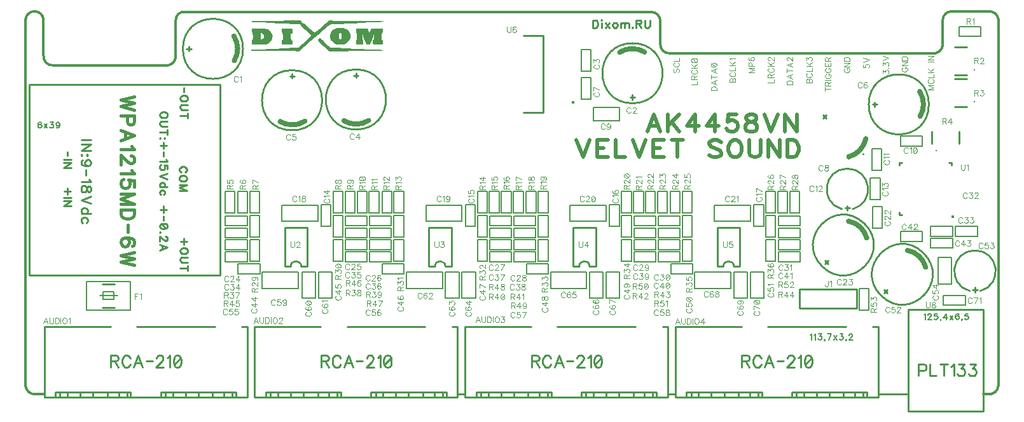
<source format=gbr>
G04 DipTrace 2.4.0.2*
%IN1_Layer_Top_Silk.gbr*%
%MOIN*%
%ADD10C,0.0098*%
%ADD12C,0.003*%
%ADD14C,0.0118*%
%ADD15C,0.0079*%
%ADD16C,0.0067*%
%ADD17C,0.0157*%
%ADD19C,0.0197*%
%ADD24C,0.0276*%
%ADD27C,0.0059*%
%ADD51C,0.0154*%
%ADD115C,0.0046*%
%ADD116C,0.0109*%
%ADD119C,0.0087*%
%ADD120C,0.0093*%
%FSLAX44Y44*%
G04*
G70*
G90*
G75*
G01*
%LNTopSilk*%
%LPD*%
X16732Y3937D2*
D10*
X6102D1*
Y7638D2*
X9567D1*
X6102Y3937D2*
Y7638D1*
X16732Y3937D2*
Y7638D1*
X6929Y3937D2*
Y4173D1*
X12441Y3937D2*
Y4173D1*
X16141Y3937D2*
Y4213D1*
X12205D1*
X10630Y3937D2*
Y4213D1*
X6693D1*
Y3937D2*
Y4213D1*
X10945Y7638D2*
X15039D1*
X16457D2*
X16732D1*
X7323Y3977D2*
Y4213D1*
X7992Y3977D2*
Y4213D1*
X8661Y3937D2*
Y4213D1*
X9409Y3977D2*
Y4213D1*
X10000Y3977D2*
Y4213D1*
X10433Y3977D2*
Y4213D1*
X12205Y3937D2*
Y4213D1*
X12834Y3977D2*
Y4213D1*
X13504Y3977D2*
Y4213D1*
X14174Y3937D2*
Y4213D1*
X14921Y3977D2*
Y4213D1*
X15512Y3977D2*
Y4213D1*
X15945Y3977D2*
Y4213D1*
X27756Y3937D2*
X17126D1*
Y7638D2*
X20590D1*
X17126Y3937D2*
Y7638D1*
X27756Y3937D2*
Y7638D1*
X17953Y3937D2*
Y4173D1*
X23465Y3937D2*
Y4173D1*
X27165Y3937D2*
Y4213D1*
X23229D1*
X21653Y3937D2*
Y4213D1*
X17717D1*
Y3937D2*
Y4213D1*
X21969Y7638D2*
X26063D1*
X27481D2*
X27756D1*
X18346Y3977D2*
Y4213D1*
X19016Y3977D2*
Y4213D1*
X19685Y3937D2*
Y4213D1*
X20433Y3977D2*
Y4213D1*
X21024Y3977D2*
Y4213D1*
X21457Y3977D2*
Y4213D1*
X23229Y3937D2*
Y4213D1*
X23858Y3977D2*
Y4213D1*
X24528Y3977D2*
Y4213D1*
X25197Y3937D2*
Y4213D1*
X25945Y3977D2*
Y4213D1*
X26536Y3977D2*
Y4213D1*
X26968Y3977D2*
Y4213D1*
X38780Y3937D2*
X28150D1*
Y7638D2*
X31614D1*
X28150Y3937D2*
Y7638D1*
X38780Y3937D2*
Y7638D1*
X28977Y3937D2*
Y4173D1*
X34488Y3937D2*
Y4173D1*
X38189Y3937D2*
Y4213D1*
X34252D1*
X32677Y3937D2*
Y4213D1*
X28741D1*
Y3937D2*
Y4213D1*
X32993Y7638D2*
X37086D1*
X38504D2*
X38780D1*
X29370Y3977D2*
Y4213D1*
X30040Y3977D2*
Y4213D1*
X30708Y3937D2*
Y4213D1*
X31457Y3977D2*
Y4213D1*
X32048Y3977D2*
Y4213D1*
X32480Y3977D2*
Y4213D1*
X34252Y3937D2*
Y4213D1*
X34882Y3977D2*
Y4213D1*
X35551Y3977D2*
Y4213D1*
X36221Y3937D2*
Y4213D1*
X36968Y3977D2*
Y4213D1*
X37559Y3977D2*
Y4213D1*
X37992Y3977D2*
Y4213D1*
X49803Y3937D2*
X39173D1*
Y7638D2*
X42638D1*
X39173Y3937D2*
Y7638D1*
X49803Y3937D2*
Y7638D1*
X40000Y3937D2*
Y4173D1*
X45512Y3937D2*
Y4173D1*
X49212Y3937D2*
Y4213D1*
X45276D1*
X43701Y3937D2*
Y4213D1*
X39764D1*
Y3937D2*
Y4213D1*
X44016Y7638D2*
X48110D1*
X49528D2*
X49803D1*
X40394Y3977D2*
Y4213D1*
X41063Y3977D2*
Y4213D1*
X41732Y3937D2*
Y4213D1*
X42480Y3977D2*
Y4213D1*
X43071Y3977D2*
Y4213D1*
X43504Y3977D2*
Y4213D1*
X45276Y3937D2*
Y4213D1*
X45905Y3977D2*
Y4213D1*
X46575Y3977D2*
Y4213D1*
X47245Y3937D2*
Y4213D1*
X47992Y3977D2*
Y4213D1*
X48583Y3977D2*
Y4213D1*
X49015Y3977D2*
Y4213D1*
X16516Y22205D2*
G02X16516Y22205I-1575J0D01*
G01*
X13681Y22087D2*
Y22323D1*
X13563Y22205D2*
X13799D1*
X16057Y21579D2*
D24*
G03X16037Y22878I-1046J634D01*
G01*
X36929Y22500D2*
D10*
G02X36929Y22500I0J-1575D01*
G01*
X37047Y19665D2*
X36811D1*
X36929Y19547D2*
Y19783D1*
X37555Y22041D2*
D24*
G03X36256Y22021I-634J-1046D01*
G01*
X34232Y21024D2*
D27*
X34744D1*
Y22165D1*
X34232D1*
Y21024D1*
X22433Y17972D2*
D10*
G02X22433Y17972I0J1575D01*
G01*
X22315Y20807D2*
X22552D1*
X22433Y20925D2*
Y20689D1*
X21807Y18432D2*
D24*
G03X23107Y18451I634J1046D01*
G01*
X19087Y17933D2*
D10*
G02X19087Y17933I0J1575D01*
G01*
X18969Y20768D2*
X19205D1*
X19087Y20886D2*
Y20650D1*
X18461Y18392D2*
D24*
G03X19760Y18412I634J1046D01*
G01*
X52461Y19291D2*
D10*
G02X52461Y19291I-1575J0D01*
G01*
X49626Y19173D2*
Y19410D1*
X49508Y19291D2*
X49744D1*
X52001Y18665D2*
D24*
G03X51982Y19964I-1046J634D01*
G01*
X34232Y19567D2*
D27*
X34744D1*
Y20709D1*
X34232D1*
Y19567D1*
X49030Y16674D2*
D10*
G02X49030Y16674I-1133J1094D01*
G01*
X46909Y18558D2*
X47073Y18728D1*
X46906Y18725D2*
X47075Y18561D1*
X48265Y16542D2*
D24*
G03X49153Y17491I-312J1183D01*
G01*
X36260Y18425D2*
D27*
X34882D1*
Y19134D1*
X36260D1*
Y18425D1*
X52126Y17106D2*
X50984D1*
Y17618D1*
X52126D1*
Y17106D1*
X49980Y16969D2*
X49469D1*
Y15827D1*
X49980D1*
Y16969D1*
X48307Y13858D2*
D10*
X48071D1*
X48189Y13740D2*
Y13976D1*
X47906Y13799D2*
G02X48472Y13799I283J1044D01*
G01*
X49902Y15433D2*
D27*
X49390D1*
Y14291D1*
X49902D1*
Y15433D1*
X20610Y12894D2*
X21122D1*
Y14035D1*
X20610D1*
Y12894D1*
X28169D2*
X28681D1*
Y14035D1*
X28169D1*
Y12894D1*
X35728D2*
X36240D1*
Y14035D1*
X35728D1*
Y12894D1*
X43287D2*
X43799D1*
Y14035D1*
X43287D1*
Y12894D1*
X20433Y13150D2*
X18543D1*
Y14016D1*
X20433D1*
Y13150D1*
X27992D2*
X26102D1*
Y14016D1*
X27992D1*
Y13150D1*
X35551D2*
X33661D1*
Y14016D1*
X35551D1*
Y13150D1*
X43110D2*
X41220D1*
Y14016D1*
X43110D1*
Y13150D1*
X50020Y13937D2*
X49508D1*
Y12795D1*
X50020D1*
Y13937D1*
X49074Y13046D2*
D10*
G02X49074Y13046I-1094J-1133D01*
G01*
X47190Y10924D2*
X47020Y11088D1*
X47023Y10921D2*
X47187Y11091D1*
X49206Y12280D2*
D24*
G03X48257Y13169I-1183J-312D01*
G01*
X16732Y12933D2*
D27*
X15591D1*
Y13445D1*
X16732D1*
Y12933D1*
X23031D2*
X21890D1*
Y13445D1*
X23031D1*
Y12933D1*
X24291D2*
X23150D1*
Y13445D1*
X24291D1*
Y12933D1*
X30591D2*
X29449D1*
Y13445D1*
X30591D1*
Y12933D1*
X31850D2*
X30709D1*
Y13445D1*
X31850D1*
Y12933D1*
X38150D2*
X37008D1*
Y13445D1*
X38150D1*
Y12933D1*
X39409D2*
X38268D1*
Y13445D1*
X39409D1*
Y12933D1*
X45709D2*
X44567D1*
Y13445D1*
X45709D1*
Y12933D1*
X53701Y12382D2*
X52559D1*
Y12894D1*
X53701D1*
Y12382D1*
X55000D2*
X53858D1*
Y12894D1*
X55000D1*
Y12382D1*
X16732Y12303D2*
X15591D1*
Y12815D1*
X16732D1*
Y12303D1*
X23031D2*
X21890D1*
Y12815D1*
X23031D1*
Y12303D1*
X24291D2*
X23150D1*
Y12815D1*
X24291D1*
Y12303D1*
X30591D2*
X29449D1*
Y12815D1*
X30591D1*
Y12303D1*
X31850D2*
X30709D1*
Y12815D1*
X31850D1*
Y12303D1*
X38150D2*
X37008D1*
Y12815D1*
X38150D1*
Y12303D1*
X39409D2*
X38268D1*
Y12815D1*
X39409D1*
Y12303D1*
X45709D2*
X44567D1*
Y12815D1*
X45709D1*
Y12303D1*
X52126Y12106D2*
X50984D1*
Y12618D1*
X52126D1*
Y12106D1*
X53701Y11752D2*
X52559D1*
Y12264D1*
X53701D1*
Y11752D1*
X17382Y12205D2*
X16870D1*
Y11063D1*
X17382D1*
Y12205D1*
X21752D2*
X21240D1*
Y11063D1*
X21752D1*
Y12205D1*
X24941D2*
X24429D1*
Y11063D1*
X24941D1*
Y12205D1*
X29311D2*
X28799D1*
Y11063D1*
X29311D1*
Y12205D1*
X32500D2*
X31988D1*
Y11063D1*
X32500D1*
Y12205D1*
X36870D2*
X36358D1*
Y11063D1*
X36870D1*
Y12205D1*
X40059D2*
X39547D1*
Y11063D1*
X40059D1*
Y12205D1*
X44429D2*
X43917D1*
Y11063D1*
X44429D1*
Y12205D1*
X52163Y11511D2*
D10*
G02X52163Y11511I-1094J-1133D01*
G01*
X50279Y9389D2*
X50109Y9553D1*
X50112Y9386D2*
X50276Y9556D1*
X52295Y10745D2*
D24*
G03X51346Y11634I-1183J-312D01*
G01*
X55000Y9567D2*
D10*
X54764D1*
X54882Y9449D2*
Y9685D1*
X54598Y9508D2*
G02X55165Y9508I283J1044D01*
G01*
X53661Y11260D2*
D27*
X52953D1*
Y9882D1*
X53661D1*
Y11260D1*
X16260Y10925D2*
X17402D1*
Y10413D1*
X16260D1*
Y10925D1*
X23819D2*
X24961D1*
Y10413D1*
X23819D1*
Y10925D1*
X31378D2*
X32520D1*
Y10413D1*
X31378D1*
Y10925D1*
X38937D2*
X40079D1*
Y10413D1*
X38937D1*
Y10925D1*
X19409Y9646D2*
X17520D1*
Y10512D1*
X19409D1*
Y9646D1*
X19606Y9134D2*
X20315D1*
Y10512D1*
X19606D1*
Y9134D1*
X20472D2*
X21181D1*
Y10512D1*
X20472D1*
Y9134D1*
X26969Y9646D2*
X25079D1*
Y10512D1*
X26969D1*
Y9646D1*
X27126Y9134D2*
X27835D1*
Y10512D1*
X27126D1*
Y9134D1*
X27992D2*
X28701D1*
Y10512D1*
X27992D1*
Y9134D1*
X34528Y9646D2*
X32638D1*
Y10512D1*
X34528D1*
Y9646D1*
X34685Y9134D2*
X35394D1*
Y10512D1*
X34685D1*
Y9134D1*
X35551D2*
X36260D1*
Y10512D1*
X35551D1*
Y9134D1*
X42087Y9646D2*
X40197D1*
Y10512D1*
X42087D1*
Y9646D1*
X42244Y9134D2*
X42953D1*
Y10512D1*
X42244D1*
Y9134D1*
X43110D2*
X43819D1*
Y10512D1*
X43110D1*
Y9134D1*
X54370Y8760D2*
X53228D1*
Y9272D1*
X54370D1*
Y8760D1*
X9153Y9882D2*
D10*
X9784D1*
X9153Y8622D2*
X9784D1*
X9193Y9469D2*
D15*
X9764D1*
Y9055D1*
X9193D1*
Y9469D1*
X9016Y9252D2*
X9941D1*
X10630Y10000D2*
D27*
X8327D1*
Y8504D1*
X10630D1*
Y10000D1*
X45681Y8594D2*
D10*
Y9594D1*
X48681D1*
Y8594D2*
Y9594D1*
X45681Y8594D2*
X48681D1*
X55197Y22854D2*
D27*
X54055D1*
Y23366D1*
X55197D1*
Y22854D1*
X54449Y20831D2*
D10*
X53819D1*
X54449Y22287D2*
X53819D1*
D14*
X54833Y21087D3*
X54449Y19177D2*
D10*
X53819D1*
X54449Y20634D2*
X53819D1*
D14*
X54833Y19433D3*
X52602Y17244D2*
D10*
Y17874D1*
X54059Y17244D2*
Y17874D1*
D14*
X52858Y16860D3*
X15571Y13583D2*
D27*
X16083D1*
Y14724D1*
X15571D1*
Y13583D1*
X16240D2*
X16752D1*
Y14724D1*
X16240D1*
Y13583D1*
X16870D2*
X17382D1*
Y14724D1*
X16870D1*
Y13583D1*
X21240D2*
X21752D1*
Y14724D1*
X21240D1*
Y13583D1*
X21870D2*
X22382D1*
Y14724D1*
X21870D1*
Y13583D1*
X22500D2*
X23012D1*
Y14724D1*
X22500D1*
Y13583D1*
X23130D2*
X23642D1*
Y14724D1*
X23130D1*
Y13583D1*
X23799D2*
X24311D1*
Y14724D1*
X23799D1*
Y13583D1*
X24429D2*
X24941D1*
Y14724D1*
X24429D1*
Y13583D1*
X28799D2*
X29311D1*
Y14724D1*
X28799D1*
Y13583D1*
X29429D2*
X29941D1*
Y14724D1*
X29429D1*
Y13583D1*
X30059D2*
X30571D1*
Y14724D1*
X30059D1*
Y13583D1*
X30689D2*
X31201D1*
Y14724D1*
X30689D1*
Y13583D1*
X31358D2*
X31870D1*
Y14724D1*
X31358D1*
Y13583D1*
X31988D2*
X32500D1*
Y14724D1*
X31988D1*
Y13583D1*
X36358D2*
X36870D1*
Y14724D1*
X36358D1*
Y13583D1*
X36988D2*
X37500D1*
Y14724D1*
X36988D1*
Y13583D1*
X37618D2*
X38130D1*
Y14724D1*
X37618D1*
Y13583D1*
X38248D2*
X38760D1*
Y14724D1*
X38248D1*
Y13583D1*
X38917D2*
X39429D1*
Y14724D1*
X38917D1*
Y13583D1*
X39547D2*
X40059D1*
Y14724D1*
X39547D1*
Y13583D1*
X43917D2*
X44429D1*
Y14724D1*
X43917D1*
Y13583D1*
X44547D2*
X45059D1*
Y14724D1*
X44547D1*
Y13583D1*
X45177D2*
X45689D1*
Y14724D1*
X45177D1*
Y13583D1*
X16870Y12323D2*
X17382D1*
Y13465D1*
X16870D1*
Y12323D1*
X21240D2*
X21752D1*
Y13465D1*
X21240D1*
Y12323D1*
X24429D2*
X24941D1*
Y13465D1*
X24429D1*
Y12323D1*
X28799D2*
X29311D1*
Y13465D1*
X28799D1*
Y12323D1*
X31988D2*
X32500D1*
Y13465D1*
X31988D1*
Y12323D1*
X36358D2*
X36870D1*
Y13465D1*
X36358D1*
Y12323D1*
X39547D2*
X40059D1*
Y13465D1*
X39547D1*
Y12323D1*
X43917D2*
X44429D1*
Y13465D1*
X43917D1*
Y12323D1*
X15591Y12185D2*
X16732D1*
Y11673D1*
X15591D1*
Y12185D1*
X21890D2*
X23031D1*
Y11673D1*
X21890D1*
Y12185D1*
X23150D2*
X24291D1*
Y11673D1*
X23150D1*
Y12185D1*
X29449D2*
X30591D1*
Y11673D1*
X29449D1*
Y12185D1*
X30709D2*
X31850D1*
Y11673D1*
X30709D1*
Y12185D1*
X37008D2*
X38150D1*
Y11673D1*
X37008D1*
Y12185D1*
X38268D2*
X39409D1*
Y11673D1*
X38268D1*
Y12185D1*
X44567D2*
X45709D1*
Y11673D1*
X44567D1*
Y12185D1*
X15591Y11555D2*
X16732D1*
Y11043D1*
X15591D1*
Y11555D1*
X21890D2*
X23031D1*
Y11043D1*
X21890D1*
Y11555D1*
X23150D2*
X24291D1*
Y11043D1*
X23150D1*
Y11555D1*
X29449D2*
X30591D1*
Y11043D1*
X29449D1*
Y11555D1*
X30709D2*
X31850D1*
Y11043D1*
X30709D1*
Y11555D1*
X37008D2*
X38150D1*
Y11043D1*
X37008D1*
Y11555D1*
X38268D2*
X39409D1*
Y11043D1*
X38268D1*
Y11555D1*
X44567D2*
X45709D1*
Y11043D1*
X44567D1*
Y11555D1*
X48799Y8504D2*
X49311D1*
Y9646D1*
X48799D1*
Y8504D1*
X53658Y16083D2*
D10*
Y16240D1*
X53500D1*
X50902Y13485D2*
X51059D1*
X50902D2*
Y13642D1*
X51059Y16240D2*
X50902D1*
Y16083D2*
Y16240D1*
D17*
X53723Y13405D3*
X18701Y10789D2*
D10*
Y12837D1*
X19882D2*
X18701D1*
X19882Y10789D2*
X19567D1*
X19016D2*
X18701D1*
X19567Y10791D2*
G03X19016Y10791I-276J0D01*
G01*
X19882Y12837D2*
Y10789D1*
X26260D2*
Y12837D1*
X27441D2*
X26260D1*
X27441Y10789D2*
X27126D1*
X26575D2*
X26260D1*
X27126Y10791D2*
G03X26575Y10791I-276J0D01*
G01*
X27441Y12837D2*
Y10789D1*
X33819D2*
Y12837D1*
X35000D2*
X33819D1*
X35000Y10789D2*
X34685D1*
X34134D2*
X33819D1*
X34685Y10791D2*
G03X34134Y10791I-276J0D01*
G01*
X35000Y12837D2*
Y10789D1*
X41378D2*
Y12837D1*
X42559D2*
X41378D1*
X42559Y10789D2*
X42244D1*
X41693D2*
X41378D1*
X42244Y10791D2*
G03X41693Y10791I-276J0D01*
G01*
X42559Y12837D2*
Y10789D1*
X32244Y18874D2*
Y22890D1*
Y18874D2*
X31221D1*
X32244Y22890D2*
X31221D1*
D51*
X33826Y19395D3*
X15331Y20331D2*
D10*
X5331D1*
Y10331D1*
X15331D1*
Y20331D1*
X51378Y8524D2*
X55315D1*
Y3209D1*
X51378D1*
Y8524D1*
X38898Y21969D2*
D14*
X52638D1*
X56102Y23780D2*
Y4528D1*
X38386Y23701D2*
Y22520D1*
X53189Y23740D2*
Y22362D1*
X53622Y24173D2*
X55669D1*
X12992Y23661D2*
Y21772D1*
X6575Y21339D2*
X12441D1*
X37992Y24134D2*
X13425D1*
X6063Y23701D2*
Y21850D1*
X5591Y24173D2*
D3*
X5118Y23740D2*
Y4488D1*
X6063Y23740D2*
G03X5591Y24173I-469J-38D01*
G01*
G03X5118Y23740I-3J-471D01*
G01*
X6575Y21339D2*
G02X6063Y21850I-39J472D01*
G01*
X12441Y21339D2*
G03X12992Y21772I72J476D01*
G01*
X13465Y24134D2*
G03X12992Y23701I-61J-408D01*
G01*
X38898Y21969D2*
G02X38386Y22480I-39J472D01*
G01*
X53661Y24173D2*
G03X53189Y23740I-3J-471D01*
G01*
X52638Y21969D2*
G03X53189Y22402I72J476D01*
G01*
X38386Y23701D2*
G03X37913Y24134I-469J-38D01*
G01*
X56102Y23740D2*
G03X55630Y24173I-469J-38D01*
G01*
X55551Y4094D2*
G03X56102Y4528I72J476D01*
G01*
X55551Y4094D2*
X55315D1*
X5630D2*
G02X5118Y4606I-39J472D01*
G01*
X5630Y4094D2*
X6102D1*
X51378D2*
D10*
X49823D1*
X39173D2*
X38780D1*
X28130D2*
X27776D1*
X18635Y23698D2*
D12*
X19502D1*
X20998D2*
X21178D1*
X16989Y23668D2*
X19532D1*
X20969D2*
X23841D1*
X16989Y23638D2*
X19562D1*
X20939D2*
X23602D1*
X17707Y23608D2*
X19593D1*
X20909D2*
X22913D1*
X18186Y23578D2*
X19627D1*
X20879D2*
X22465D1*
X18934Y23548D2*
X19664D1*
X20848D2*
X21776D1*
X19472Y23518D2*
X19702D1*
X20814D2*
X21129D1*
X19502Y23488D2*
X19737D1*
X20777D2*
X21060D1*
X19532Y23458D2*
X19771D1*
X20739D2*
X21003D1*
X19562Y23428D2*
X19805D1*
X20704D2*
X20956D1*
X19592Y23398D2*
X19840D1*
X20671D2*
X20916D1*
X19622Y23369D2*
X19874D1*
X20640D2*
X20882D1*
X19653Y23339D2*
X19909D1*
X20609D2*
X20849D1*
X19687Y23309D2*
X19944D1*
X20576D2*
X20814D1*
X21447D2*
X21746D1*
X16989Y23279D2*
X17647D1*
X18545D2*
X19054D1*
X19724D2*
X19977D1*
X20541D2*
X20777D1*
X21375D2*
X21819D1*
X22435D2*
X23003D1*
X23243D2*
X23811D1*
X16989Y23249D2*
X17724D1*
X18545D2*
X19067D1*
X19762D2*
X20010D1*
X20507D2*
X20739D1*
X21311D2*
X21882D1*
X22435D2*
X23018D1*
X23228D2*
X23811D1*
X16989Y23219D2*
X17790D1*
X18545D2*
X19076D1*
X19797D2*
X20041D1*
X20472D2*
X20704D1*
X21259D2*
X21934D1*
X22435D2*
X23032D1*
X23215D2*
X23811D1*
X16989Y23189D2*
X17844D1*
X18545D2*
X19080D1*
X19829D2*
X20075D1*
X20437D2*
X20671D1*
X21219D2*
X21976D1*
X22435D2*
X23047D1*
X23202D2*
X23811D1*
X16989Y23159D2*
X17886D1*
X18545D2*
X19082D1*
X19861D2*
X20109D1*
X20403D2*
X20640D1*
X21187D2*
X22011D1*
X22435D2*
X23064D1*
X23189D2*
X23811D1*
X16990Y23129D2*
X17917D1*
X18547D2*
X19083D1*
X19891D2*
X20147D1*
X20369D2*
X20609D1*
X21163D2*
X22039D1*
X22437D2*
X23079D1*
X23175D2*
X23809D1*
X16994Y23099D2*
X17943D1*
X18552D2*
X19083D1*
X19921D2*
X20196D1*
X20329D2*
X20575D1*
X21144D2*
X22062D1*
X22442D2*
X23092D1*
X23159D2*
X23804D1*
X17002Y23069D2*
X17964D1*
X18568D2*
X19083D1*
X19951D2*
X20263D1*
X20278D2*
X20537D1*
X21127D2*
X21579D1*
X21615D2*
X22079D1*
X22458D2*
X23106D1*
X23142D2*
X23787D1*
X17015Y23039D2*
X17408D1*
X17517D2*
X17982D1*
X18584D2*
X18994D1*
X19981D2*
X20500D1*
X21112D2*
X21538D1*
X21655D2*
X22093D1*
X22474D2*
X23772D1*
X17031Y23009D2*
X17408D1*
X17556D2*
X17998D1*
X18595D2*
X18994D1*
X20011D2*
X20465D1*
X21100D2*
X21522D1*
X21671D2*
X22104D1*
X22485D2*
X23761D1*
X17049Y22980D2*
X17408D1*
X17583D2*
X18012D1*
X18600D2*
X18994D1*
X20040D2*
X20432D1*
X21089D2*
X21514D1*
X21680D2*
X22115D1*
X22490D2*
X23755D1*
X17019Y22950D2*
X17408D1*
X17603D2*
X18024D1*
X18603D2*
X18994D1*
X20063D2*
X20400D1*
X21079D2*
X21510D1*
X21684D2*
X22124D1*
X22493D2*
X23753D1*
X17033Y22920D2*
X17408D1*
X17611D2*
X18030D1*
X18604D2*
X18994D1*
X20081D2*
X20366D1*
X21069D2*
X21508D1*
X21686D2*
X22130D1*
X22494D2*
X22734D1*
X22798D2*
X23328D1*
X23392D2*
X23752D1*
X17041Y22890D2*
X17408D1*
X17614D2*
X18034D1*
X18604D2*
X18994D1*
X20078D2*
X20332D1*
X21065D2*
X21507D1*
X21686D2*
X22132D1*
X22494D2*
X22734D1*
X22807D2*
X23320D1*
X23392D2*
X23751D1*
X17044Y22860D2*
X17408D1*
X17615D2*
X18034D1*
X18605D2*
X18994D1*
X20056D2*
X20298D1*
X21065D2*
X21507D1*
X21687D2*
X22130D1*
X22494D2*
X22734D1*
X22818D2*
X23311D1*
X23392D2*
X23751D1*
X17042Y22830D2*
X17408D1*
X17612D2*
X18031D1*
X18605D2*
X18994D1*
X20025D2*
X20263D1*
X21071D2*
X21507D1*
X21686D2*
X22123D1*
X22494D2*
X22734D1*
X22831D2*
X23301D1*
X23392D2*
X23751D1*
X17032Y22800D2*
X17408D1*
X17602D2*
X18024D1*
X18605D2*
X18994D1*
X19993D2*
X20228D1*
X21080D2*
X21509D1*
X21685D2*
X22114D1*
X22494D2*
X22734D1*
X22842D2*
X23287D1*
X23392D2*
X23751D1*
X17019Y22770D2*
X17412D1*
X17587D2*
X18015D1*
X18605D2*
X18996D1*
X19963D2*
X20194D1*
X20520D2*
X20550D1*
X21089D2*
X21513D1*
X21681D2*
X22105D1*
X22494D2*
X22734D1*
X22853D2*
X23271D1*
X23390D2*
X23751D1*
X17049Y22740D2*
X17420D1*
X17539D2*
X18006D1*
X18605D2*
X19001D1*
X19931D2*
X20161D1*
X20486D2*
X20576D1*
X21100D2*
X21535D1*
X21659D2*
X22094D1*
X22494D2*
X22734D1*
X22864D2*
X23257D1*
X23384D2*
X23751D1*
X17025Y22710D2*
X17455D1*
X17466D2*
X17995D1*
X18605D2*
X19022D1*
X19897D2*
X20126D1*
X20456D2*
X20606D1*
X21113D2*
X21591D1*
X21603D2*
X22080D1*
X22494D2*
X22734D1*
X22877D2*
X23245D1*
X23364D2*
X23751D1*
X17007Y22680D2*
X17981D1*
X18545D2*
X19045D1*
X19864D2*
X20089D1*
X20444D2*
X20637D1*
X21130D2*
X22062D1*
X22435D2*
X22794D1*
X22890D2*
X23233D1*
X23341D2*
X23811D1*
X16997Y22650D2*
X17963D1*
X18545D2*
X19064D1*
X19833D2*
X20051D1*
X20449D2*
X20668D1*
X21150D2*
X22040D1*
X22435D2*
X22794D1*
X22902D2*
X23223D1*
X23322D2*
X23811D1*
X16992Y22620D2*
X17940D1*
X18545D2*
X19074D1*
X19802D2*
X20016D1*
X20469D2*
X20699D1*
X21175D2*
X22013D1*
X22435D2*
X22794D1*
X22914D2*
X23213D1*
X23311D2*
X23811D1*
X16990Y22591D2*
X17913D1*
X18545D2*
X19080D1*
X19772D2*
X19983D1*
X20494D2*
X20729D1*
X21207D2*
X21982D1*
X22435D2*
X22794D1*
X22928D2*
X23202D1*
X23306D2*
X23811D1*
X16989Y22561D2*
X17879D1*
X18545D2*
X19082D1*
X19741D2*
X19952D1*
X20521D2*
X20759D1*
X21250D2*
X21946D1*
X22435D2*
X22794D1*
X22944D2*
X23189D1*
X23305D2*
X23811D1*
X16989Y22531D2*
X17838D1*
X18545D2*
X19083D1*
X19707D2*
X19921D1*
X20550D2*
X20790D1*
X21297D2*
X21901D1*
X22435D2*
X22794D1*
X22958D2*
X23175D1*
X23309D2*
X23811D1*
X16989Y22501D2*
X17789D1*
X18545D2*
X19083D1*
X19670D2*
X19890D1*
X20580D2*
X20824D1*
X21343D2*
X21853D1*
X22435D2*
X22794D1*
X22967D2*
X23163D1*
X23319D2*
X23811D1*
X16989Y22471D2*
X17737D1*
X18545D2*
X19083D1*
X19632D2*
X19856D1*
X20611D2*
X20860D1*
X21387D2*
X21806D1*
X22435D2*
X22794D1*
X22973D2*
X23153D1*
X23332D2*
X23811D1*
X19597Y22441D2*
X19819D1*
X20643D2*
X20895D1*
X19564Y22411D2*
X19782D1*
X20678D2*
X20927D1*
X19533Y22381D2*
X19747D1*
X20712D2*
X20959D1*
X19503Y22351D2*
X19714D1*
X20747D2*
X20992D1*
X19473Y22321D2*
X19683D1*
X20782D2*
X21025D1*
X19443Y22291D2*
X19651D1*
X20815D2*
X21057D1*
X18934Y22261D2*
X19617D1*
X20847D2*
X21627D1*
X18425Y22231D2*
X19580D1*
X20878D2*
X22135D1*
X17707Y22202D2*
X19542D1*
X20908D2*
X22854D1*
X16959Y22172D2*
X19507D1*
X20938D2*
X23602D1*
X16959Y22142D2*
X19474D1*
X20968D2*
X23811D1*
X19293Y22112D2*
X19443D1*
X20998D2*
X22016D1*
X18635Y23698D2*
Y23668D1*
X19502Y23698D2*
X19532Y23668D1*
X19562Y23638D1*
X19593Y23608D1*
X19627Y23578D1*
X19664Y23548D1*
X19702Y23518D1*
X19737Y23488D1*
X19771Y23458D1*
X19805Y23428D1*
X19840Y23398D1*
X19874Y23369D1*
X19909Y23339D1*
X19944Y23309D1*
X19977Y23279D1*
X20010Y23249D1*
X20041Y23219D1*
X20075Y23189D1*
X20109Y23159D1*
X20147Y23129D1*
X20196Y23099D1*
X20263Y23069D1*
X20340Y23039D1*
X20998Y23698D2*
X20969Y23668D1*
X20939Y23638D1*
X20909Y23608D1*
X20879Y23578D1*
X20848Y23548D1*
X20814Y23518D1*
X20777Y23488D1*
X20739Y23458D1*
X20704Y23428D1*
X20671Y23398D1*
X20640Y23369D1*
X20609Y23339D1*
X20576Y23309D1*
X20541Y23279D1*
X20507Y23249D1*
X20472Y23219D1*
X20437Y23189D1*
X20403Y23159D1*
X20369Y23129D1*
X20329Y23099D1*
X20278Y23069D1*
X20220Y23039D1*
X21178Y23698D2*
Y23668D1*
X16989D2*
Y23638D1*
X23841Y23668D2*
X23602Y23638D1*
X17677D2*
X17707Y23608D1*
X22943Y23638D2*
X22913Y23608D1*
X18156D2*
X18186Y23578D1*
X22494Y23608D2*
X22465Y23578D1*
X18904D2*
X18934Y23548D1*
X21806Y23578D2*
X21776Y23548D1*
X19443D2*
X19472Y23518D1*
X19502Y23488D1*
X19532Y23458D1*
X19562Y23428D1*
X19592Y23398D1*
X19622Y23369D1*
X19653Y23339D1*
X19687Y23309D1*
X19724Y23279D1*
X19762Y23249D1*
X19797Y23219D1*
X19829Y23189D1*
X19861Y23159D1*
X19891Y23129D1*
X19921Y23099D1*
X19951Y23069D1*
X19981Y23039D1*
X20011Y23009D1*
X20040Y22980D1*
X20063Y22950D1*
X20081Y22920D1*
X20078Y22890D1*
X20056Y22860D1*
X20025Y22830D1*
X19993Y22800D1*
X19963Y22770D1*
X19931Y22740D1*
X19897Y22710D1*
X19864Y22680D1*
X19833Y22650D1*
X19802Y22620D1*
X19772Y22591D1*
X19741Y22561D1*
X19707Y22531D1*
X19670Y22501D1*
X19632Y22471D1*
X19597Y22441D1*
X19564Y22411D1*
X19533Y22381D1*
X19503Y22351D1*
X19473Y22321D1*
X19443Y22291D1*
X19413Y22261D1*
X21208Y23548D2*
X21129Y23518D1*
X21060Y23488D1*
X21003Y23458D1*
X20956Y23428D1*
X20916Y23398D1*
X20882Y23369D1*
X20849Y23339D1*
X20814Y23309D1*
X20777Y23279D1*
X20739Y23249D1*
X20704Y23219D1*
X20671Y23189D1*
X20640Y23159D1*
X20609Y23129D1*
X20575Y23099D1*
X20537Y23069D1*
X20500Y23039D1*
X20465Y23009D1*
X20432Y22980D1*
X20400Y22950D1*
X20366Y22920D1*
X20332Y22890D1*
X20298Y22860D1*
X20263Y22830D1*
X20228Y22800D1*
X20194Y22770D1*
X20161Y22740D1*
X20126Y22710D1*
X20089Y22680D1*
X20051Y22650D1*
X20016Y22620D1*
X19983Y22591D1*
X19952Y22561D1*
X19921Y22531D1*
X19890Y22501D1*
X19856Y22471D1*
X19819Y22441D1*
X19782Y22411D1*
X19747Y22381D1*
X19714Y22351D1*
X19683Y22321D1*
X19651Y22291D1*
X19617Y22261D1*
X19580Y22231D1*
X19542Y22202D1*
X19507Y22172D1*
X19474Y22142D1*
X19443Y22112D1*
X21447Y23309D2*
X21375Y23279D1*
X21311Y23249D1*
X21259Y23219D1*
X21219Y23189D1*
X21187Y23159D1*
X21163Y23129D1*
X21144Y23099D1*
X21127Y23069D1*
X21112Y23039D1*
X21100Y23009D1*
X21089Y22980D1*
X21079Y22950D1*
X21069Y22920D1*
X21065Y22890D1*
Y22860D1*
X21071Y22830D1*
X21080Y22800D1*
X21089Y22770D1*
X21100Y22740D1*
X21113Y22710D1*
X21130Y22680D1*
X21150Y22650D1*
X21175Y22620D1*
X21207Y22591D1*
X21250Y22561D1*
X21297Y22531D1*
X21343Y22501D1*
X21387Y22471D1*
X21746Y23309D2*
X21819Y23279D1*
X21882Y23249D1*
X21934Y23219D1*
X21976Y23189D1*
X22011Y23159D1*
X22039Y23129D1*
X22062Y23099D1*
X22079Y23069D1*
X22093Y23039D1*
X22104Y23009D1*
X22115Y22980D1*
X22124Y22950D1*
X22130Y22920D1*
X22132Y22890D1*
X22130Y22860D1*
X22123Y22830D1*
X22114Y22800D1*
X22105Y22770D1*
X22094Y22740D1*
X22080Y22710D1*
X22062Y22680D1*
X22040Y22650D1*
X22013Y22620D1*
X21982Y22591D1*
X21946Y22561D1*
X21901Y22531D1*
X21853Y22501D1*
X21806Y22471D1*
X16989Y23279D2*
Y23249D1*
Y23219D1*
Y23189D1*
Y23159D1*
X16990Y23129D1*
X16994Y23099D1*
X17002Y23069D1*
X17015Y23039D1*
X17031Y23009D1*
X17049Y22980D1*
X17019Y22950D1*
X17033Y22920D1*
X17041Y22890D1*
X17044Y22860D1*
X17042Y22830D1*
X17032Y22800D1*
X17019Y22770D1*
X17049Y22740D1*
X17025Y22710D1*
X17007Y22680D1*
X16997Y22650D1*
X16992Y22620D1*
X16990Y22591D1*
X16989Y22561D1*
Y22531D1*
Y22501D1*
Y22471D1*
X17647Y23279D2*
X17724Y23249D1*
X17790Y23219D1*
X17844Y23189D1*
X17886Y23159D1*
X17917Y23129D1*
X17943Y23099D1*
X17964Y23069D1*
X17982Y23039D1*
X17998Y23009D1*
X18012Y22980D1*
X18024Y22950D1*
X18030Y22920D1*
X18034Y22890D1*
Y22860D1*
X18031Y22830D1*
X18024Y22800D1*
X18015Y22770D1*
X18006Y22740D1*
X17995Y22710D1*
X17981Y22680D1*
X17963Y22650D1*
X17940Y22620D1*
X17913Y22591D1*
X17879Y22561D1*
X17838Y22531D1*
X17789Y22501D1*
X17737Y22471D1*
X18545Y23279D2*
Y23249D1*
Y23219D1*
Y23189D1*
Y23159D1*
X18547Y23129D1*
X18552Y23099D1*
X18568Y23069D1*
X18584Y23039D1*
X18595Y23009D1*
X18600Y22980D1*
X18603Y22950D1*
X18604Y22920D1*
Y22890D1*
X18605Y22860D1*
Y22830D1*
Y22800D1*
Y22770D1*
Y22740D1*
Y22710D1*
Y22680D1*
X18545D1*
Y22650D1*
Y22620D1*
Y22591D1*
Y22561D1*
Y22531D1*
Y22501D1*
Y22471D1*
X19054Y23279D2*
X19067Y23249D1*
X19076Y23219D1*
X19080Y23189D1*
X19082Y23159D1*
X19083Y23129D1*
Y23099D1*
Y23069D1*
Y23039D1*
X18994D1*
Y23009D1*
Y22980D1*
Y22950D1*
Y22920D1*
Y22890D1*
Y22860D1*
Y22830D1*
Y22800D1*
X18996Y22770D1*
X19001Y22740D1*
X19022Y22710D1*
X19045Y22680D1*
X19064Y22650D1*
X19074Y22620D1*
X19080Y22591D1*
X19082Y22561D1*
X19083Y22531D1*
Y22501D1*
Y22471D1*
X22435Y23279D2*
Y23249D1*
Y23219D1*
Y23189D1*
Y23159D1*
X22437Y23129D1*
X22442Y23099D1*
X22458Y23069D1*
X22474Y23039D1*
X22485Y23009D1*
X22490Y22980D1*
X22493Y22950D1*
X22494Y22920D1*
Y22890D1*
Y22860D1*
Y22830D1*
Y22800D1*
Y22770D1*
Y22740D1*
Y22710D1*
Y22680D1*
X22435D1*
Y22650D1*
Y22620D1*
Y22591D1*
Y22561D1*
Y22531D1*
Y22501D1*
Y22471D1*
X23003Y23279D2*
X23018Y23249D1*
X23032Y23219D1*
X23047Y23189D1*
X23064Y23159D1*
X23079Y23129D1*
X23092Y23099D1*
X23106Y23069D1*
X23123Y23039D1*
X23243Y23279D2*
X23228Y23249D1*
X23215Y23219D1*
X23202Y23189D1*
X23189Y23159D1*
X23175Y23129D1*
X23159Y23099D1*
X23142Y23069D1*
X23123Y23039D1*
X23811Y23279D2*
Y23249D1*
Y23219D1*
Y23189D1*
Y23159D1*
X23809Y23129D1*
X23804Y23099D1*
X23787Y23069D1*
X23772Y23039D1*
X23761Y23009D1*
X23755Y22980D1*
X23753Y22950D1*
X23752Y22920D1*
X23751Y22890D1*
Y22860D1*
Y22830D1*
Y22800D1*
Y22770D1*
Y22740D1*
Y22710D1*
Y22680D1*
X23811D1*
Y22650D1*
Y22620D1*
Y22591D1*
Y22561D1*
Y22531D1*
Y22501D1*
Y22471D1*
X21627Y23099D2*
X21579Y23069D1*
X21538Y23039D1*
X21522Y23009D1*
X21514Y22980D1*
X21510Y22950D1*
X21508Y22920D1*
X21507Y22890D1*
Y22860D1*
Y22830D1*
X21509Y22800D1*
X21513Y22770D1*
X21535Y22740D1*
X21591Y22710D1*
X21657Y22680D1*
X21567Y23099D2*
X21615Y23069D1*
X21655Y23039D1*
X21671Y23009D1*
X21680Y22980D1*
X21684Y22950D1*
X21686Y22920D1*
Y22890D1*
X21687Y22860D1*
X21686Y22830D1*
X21685Y22800D1*
X21681Y22770D1*
X21659Y22740D1*
X21603Y22710D1*
X21537Y22680D1*
X17408Y23069D2*
Y23039D1*
Y23009D1*
Y22980D1*
Y22950D1*
Y22920D1*
Y22890D1*
Y22860D1*
Y22830D1*
Y22800D1*
X17412Y22770D1*
X17420Y22740D1*
X17455Y22710D1*
X17498Y22680D1*
X17468Y23069D2*
X17517Y23039D1*
X17556Y23009D1*
X17583Y22980D1*
X17603Y22950D1*
X17611Y22920D1*
X17614Y22890D1*
X17615Y22860D1*
X17612Y22830D1*
X17602Y22800D1*
X17587Y22770D1*
X17539Y22740D1*
X17466Y22710D1*
X17378Y22680D1*
X22734Y22950D2*
Y22920D1*
Y22890D1*
Y22860D1*
Y22830D1*
Y22800D1*
Y22770D1*
Y22740D1*
Y22710D1*
Y22680D1*
X22794D1*
Y22650D1*
Y22620D1*
Y22591D1*
Y22561D1*
Y22531D1*
Y22501D1*
Y22471D1*
Y22950D2*
X22798Y22920D1*
X22807Y22890D1*
X22818Y22860D1*
X22831Y22830D1*
X22842Y22800D1*
X22853Y22770D1*
X22864Y22740D1*
X22877Y22710D1*
X22890Y22680D1*
X22902Y22650D1*
X22914Y22620D1*
X22928Y22591D1*
X22944Y22561D1*
X22958Y22531D1*
X22967Y22501D1*
X22973Y22471D1*
X23332Y22950D2*
X23328Y22920D1*
X23320Y22890D1*
X23311Y22860D1*
X23301Y22830D1*
X23287Y22800D1*
X23271Y22770D1*
X23257Y22740D1*
X23245Y22710D1*
X23233Y22680D1*
X23223Y22650D1*
X23213Y22620D1*
X23202Y22591D1*
X23189Y22561D1*
X23175Y22531D1*
X23163Y22501D1*
X23153Y22471D1*
X23392Y22950D2*
Y22920D1*
Y22890D1*
Y22860D1*
Y22830D1*
Y22800D1*
X23390Y22770D1*
X23384Y22740D1*
X23364Y22710D1*
X23341Y22680D1*
X23322Y22650D1*
X23311Y22620D1*
X23306Y22591D1*
X23305Y22561D1*
X23309Y22531D1*
X23319Y22501D1*
X23332Y22471D1*
X20520Y22770D2*
X20486Y22740D1*
X20456Y22710D1*
X20444Y22680D1*
X20449Y22650D1*
X20469Y22620D1*
X20494Y22591D1*
X20521Y22561D1*
X20550Y22531D1*
X20580Y22501D1*
X20611Y22471D1*
X20643Y22441D1*
X20678Y22411D1*
X20712Y22381D1*
X20747Y22351D1*
X20782Y22321D1*
X20815Y22291D1*
X20847Y22261D1*
X20878Y22231D1*
X20908Y22202D1*
X20938Y22172D1*
X20968Y22142D1*
X20998Y22112D1*
X20550Y22770D2*
X20576Y22740D1*
X20606Y22710D1*
X20637Y22680D1*
X20668Y22650D1*
X20699Y22620D1*
X20729Y22591D1*
X20759Y22561D1*
X20790Y22531D1*
X20824Y22501D1*
X20860Y22471D1*
X20895Y22441D1*
X20927Y22411D1*
X20959Y22381D1*
X20992Y22351D1*
X21025Y22321D1*
X21057Y22291D1*
X21088Y22261D1*
X18934D2*
Y22231D1*
X21627Y22261D2*
Y22231D1*
X18425D2*
Y22202D1*
X22135Y22231D2*
Y22202D1*
X17707D2*
Y22172D1*
X22854Y22202D2*
Y22172D1*
X16959D2*
Y22142D1*
X23602Y22172D2*
X23811Y22142D1*
X19263D2*
X19293Y22112D1*
X22046Y22142D2*
X22016Y22112D1*
X6284Y7795D2*
D115*
X6169Y8097D1*
X6054Y7795D1*
X6097Y7896D2*
X6240D1*
X6376Y8097D2*
Y7882D1*
X6391Y7838D1*
X6419Y7810D1*
X6462Y7795D1*
X6491D1*
X6534Y7810D1*
X6563Y7838D1*
X6577Y7882D1*
Y8097D1*
X6670D2*
Y7795D1*
X6770D1*
X6813Y7810D1*
X6842Y7838D1*
X6857Y7867D1*
X6871Y7910D1*
Y7982D1*
X6857Y8025D1*
X6842Y8054D1*
X6813Y8083D1*
X6770Y8097D1*
X6670D1*
X6963D2*
Y7795D1*
X7142Y8097D2*
X7113Y8083D1*
X7085Y8054D1*
X7070Y8025D1*
X7056Y7982D1*
Y7910D1*
X7070Y7867D1*
X7085Y7838D1*
X7113Y7810D1*
X7142Y7795D1*
X7200D1*
X7228Y7810D1*
X7257Y7838D1*
X7271Y7867D1*
X7286Y7910D1*
Y7982D1*
X7271Y8025D1*
X7257Y8054D1*
X7228Y8083D1*
X7200Y8097D1*
X7142D1*
X7378Y8039D2*
X7407Y8054D1*
X7450Y8096D1*
Y7795D1*
X17302Y7815D2*
X17187Y8117D1*
X17072Y7815D1*
X17115Y7916D2*
X17259D1*
X17394Y8117D2*
Y7901D1*
X17409Y7858D1*
X17438Y7830D1*
X17481Y7815D1*
X17509D1*
X17552Y7830D1*
X17581Y7858D1*
X17595Y7901D1*
Y8117D1*
X17688D2*
Y7815D1*
X17788D1*
X17832Y7830D1*
X17860Y7858D1*
X17875Y7887D1*
X17889Y7930D1*
Y8002D1*
X17875Y8045D1*
X17860Y8073D1*
X17832Y8102D1*
X17788Y8117D1*
X17688D1*
X17982D2*
Y7815D1*
X18160Y8117D2*
X18132Y8102D1*
X18103Y8073D1*
X18089Y8045D1*
X18074Y8002D1*
Y7930D1*
X18089Y7887D1*
X18103Y7858D1*
X18132Y7830D1*
X18160Y7815D1*
X18218D1*
X18246Y7830D1*
X18275Y7858D1*
X18289Y7887D1*
X18304Y7930D1*
Y8002D1*
X18289Y8045D1*
X18275Y8073D1*
X18246Y8102D1*
X18218Y8117D1*
X18160D1*
X18411Y8045D2*
Y8059D1*
X18425Y8088D1*
X18439Y8102D1*
X18468Y8116D1*
X18526D1*
X18554Y8102D1*
X18568Y8088D1*
X18583Y8059D1*
Y8030D1*
X18568Y8001D1*
X18540Y7959D1*
X18396Y7815D1*
X18597D1*
X28936Y7854D2*
X28821Y8156D1*
X28706Y7854D1*
X28749Y7955D2*
X28893D1*
X29028Y8156D2*
Y7941D1*
X29043Y7898D1*
X29071Y7869D1*
X29114Y7854D1*
X29143D1*
X29186Y7869D1*
X29215Y7898D1*
X29229Y7941D1*
Y8156D1*
X29322D2*
Y7854D1*
X29422D1*
X29465Y7869D1*
X29494Y7898D1*
X29509Y7926D1*
X29523Y7969D1*
Y8041D1*
X29509Y8084D1*
X29494Y8113D1*
X29465Y8142D1*
X29422Y8156D1*
X29322D1*
X29615D2*
Y7854D1*
X29794Y8156D2*
X29765Y8142D1*
X29737Y8113D1*
X29722Y8084D1*
X29708Y8041D1*
Y7969D1*
X29722Y7926D1*
X29737Y7898D1*
X29765Y7869D1*
X29794Y7854D1*
X29852D1*
X29880Y7869D1*
X29909Y7898D1*
X29923Y7926D1*
X29938Y7969D1*
Y8041D1*
X29923Y8084D1*
X29909Y8113D1*
X29880Y8142D1*
X29852Y8156D1*
X29794D1*
X30059D2*
X30217D1*
X30131Y8041D1*
X30174D1*
X30202Y8027D1*
X30217Y8012D1*
X30231Y7969D1*
Y7941D1*
X30217Y7898D1*
X30188Y7869D1*
X30145Y7854D1*
X30102D1*
X30059Y7869D1*
X30045Y7883D1*
X30030Y7912D1*
X39401Y7776D2*
X39286Y8077D1*
X39171Y7776D1*
X39214Y7876D2*
X39358D1*
X39494Y8077D2*
Y7862D1*
X39508Y7819D1*
X39537Y7790D1*
X39580Y7776D1*
X39608D1*
X39651Y7790D1*
X39680Y7819D1*
X39695Y7862D1*
Y8077D1*
X39787D2*
Y7776D1*
X39888D1*
X39931Y7790D1*
X39960Y7819D1*
X39974Y7848D1*
X39988Y7890D1*
Y7962D1*
X39974Y8006D1*
X39960Y8034D1*
X39931Y8063D1*
X39888Y8077D1*
X39787D1*
X40081D2*
Y7776D1*
X40260Y8077D2*
X40231Y8063D1*
X40202Y8034D1*
X40188Y8006D1*
X40173Y7962D1*
Y7890D1*
X40188Y7848D1*
X40202Y7819D1*
X40231Y7790D1*
X40260Y7776D1*
X40317D1*
X40346Y7790D1*
X40374Y7819D1*
X40389Y7848D1*
X40403Y7890D1*
Y7962D1*
X40389Y8006D1*
X40374Y8034D1*
X40346Y8063D1*
X40317Y8077D1*
X40260D1*
X40639Y7776D2*
Y8077D1*
X40496Y7876D1*
X40711D1*
X16254Y20706D2*
X16240Y20735D1*
X16211Y20764D1*
X16182Y20778D1*
X16125D1*
X16096Y20764D1*
X16067Y20735D1*
X16053Y20706D1*
X16039Y20663D1*
Y20591D1*
X16053Y20548D1*
X16067Y20519D1*
X16096Y20491D1*
X16125Y20476D1*
X16182D1*
X16211Y20491D1*
X16240Y20519D1*
X16254Y20548D1*
X16346Y20720D2*
X16375Y20735D1*
X16418Y20777D1*
Y20476D1*
X36839Y19072D2*
X36825Y19101D1*
X36796Y19130D1*
X36767Y19144D1*
X36710D1*
X36681Y19130D1*
X36653Y19101D1*
X36638Y19072D1*
X36624Y19029D1*
Y18957D1*
X36638Y18914D1*
X36653Y18886D1*
X36681Y18857D1*
X36710Y18842D1*
X36767D1*
X36796Y18857D1*
X36825Y18886D1*
X36839Y18914D1*
X36946Y19072D2*
Y19086D1*
X36960Y19115D1*
X36975Y19129D1*
X37003Y19144D1*
X37061D1*
X37089Y19129D1*
X37104Y19115D1*
X37118Y19086D1*
Y19058D1*
X37104Y19029D1*
X37075Y18986D1*
X36932Y18842D1*
X37132D1*
X34967Y21378D2*
X34938Y21364D1*
X34910Y21335D1*
X34895Y21307D1*
Y21249D1*
X34910Y21220D1*
X34938Y21192D1*
X34967Y21177D1*
X35010Y21163D1*
X35082D1*
X35125Y21177D1*
X35154Y21192D1*
X35182Y21220D1*
X35197Y21249D1*
Y21307D1*
X35182Y21335D1*
X35154Y21364D1*
X35125Y21378D1*
X34896Y21500D2*
Y21657D1*
X35010Y21571D1*
Y21614D1*
X35025Y21643D1*
X35039Y21657D1*
X35082Y21672D1*
X35111D1*
X35154Y21657D1*
X35182Y21629D1*
X35197Y21586D1*
Y21542D1*
X35182Y21500D1*
X35168Y21485D1*
X35139Y21471D1*
X22336Y17694D2*
X22322Y17723D1*
X22293Y17752D1*
X22265Y17766D1*
X22207D1*
X22178Y17752D1*
X22150Y17723D1*
X22135Y17694D1*
X22121Y17651D1*
Y17579D1*
X22135Y17536D1*
X22150Y17508D1*
X22178Y17479D1*
X22207Y17464D1*
X22265D1*
X22293Y17479D1*
X22322Y17508D1*
X22336Y17536D1*
X22572Y17464D2*
Y17766D1*
X22429Y17565D1*
X22644D1*
X18997Y17655D2*
X18983Y17683D1*
X18954Y17712D1*
X18925Y17727D1*
X18868D1*
X18839Y17712D1*
X18810Y17683D1*
X18796Y17655D1*
X18782Y17612D1*
Y17540D1*
X18796Y17497D1*
X18810Y17468D1*
X18839Y17440D1*
X18868Y17425D1*
X18925D1*
X18954Y17440D1*
X18983Y17468D1*
X18997Y17497D1*
X19262Y17726D2*
X19118D1*
X19104Y17597D1*
X19118Y17611D1*
X19161Y17626D1*
X19204D1*
X19247Y17611D1*
X19276Y17583D1*
X19290Y17540D1*
Y17511D1*
X19276Y17468D1*
X19247Y17439D1*
X19204Y17425D1*
X19161D1*
X19118Y17439D1*
X19104Y17454D1*
X19089Y17482D1*
X48953Y20391D2*
X48938Y20420D1*
X48909Y20449D1*
X48881Y20463D1*
X48824D1*
X48795Y20449D1*
X48766Y20420D1*
X48752Y20391D1*
X48737Y20348D1*
Y20276D1*
X48752Y20233D1*
X48766Y20204D1*
X48795Y20176D1*
X48824Y20161D1*
X48881D1*
X48909Y20176D1*
X48938Y20204D1*
X48953Y20233D1*
X49217Y20420D2*
X49203Y20448D1*
X49160Y20462D1*
X49131D1*
X49088Y20448D1*
X49059Y20405D1*
X49045Y20333D1*
Y20262D1*
X49059Y20204D1*
X49088Y20176D1*
X49131Y20161D1*
X49146D1*
X49188Y20176D1*
X49217Y20204D1*
X49232Y20248D1*
Y20262D1*
X49217Y20305D1*
X49188Y20333D1*
X49146Y20348D1*
X49131D1*
X49088Y20333D1*
X49059Y20305D1*
X49045Y20262D1*
X34967Y19921D2*
X34938Y19907D1*
X34910Y19878D1*
X34895Y19850D1*
Y19792D1*
X34910Y19764D1*
X34938Y19735D1*
X34967Y19720D1*
X35010Y19706D1*
X35082D1*
X35125Y19720D1*
X35154Y19735D1*
X35182Y19764D1*
X35197Y19792D1*
Y19850D1*
X35182Y19878D1*
X35154Y19907D1*
X35125Y19921D1*
X35197Y20071D2*
X34896Y20215D1*
Y20014D1*
X46902Y16033D2*
X46887Y16062D1*
X46858Y16091D1*
X46830Y16105D1*
X46773D1*
X46744Y16091D1*
X46715Y16062D1*
X46701Y16033D1*
X46686Y15990D1*
Y15918D1*
X46701Y15875D1*
X46715Y15847D1*
X46744Y15818D1*
X46773Y15803D1*
X46830D1*
X46858Y15818D1*
X46887Y15847D1*
X46902Y15875D1*
X47066Y16105D2*
X47023Y16090D1*
X47008Y16062D1*
Y16033D1*
X47023Y16004D1*
X47052Y15990D1*
X47109Y15976D1*
X47152Y15961D1*
X47181Y15932D1*
X47195Y15904D1*
Y15861D1*
X47181Y15832D1*
X47166Y15818D1*
X47123Y15803D1*
X47066D1*
X47023Y15818D1*
X47008Y15832D1*
X46994Y15861D1*
Y15904D1*
X47008Y15932D1*
X47037Y15961D1*
X47080Y15976D1*
X47137Y15990D1*
X47166Y16004D1*
X47181Y16033D1*
Y16062D1*
X47166Y16090D1*
X47123Y16105D1*
X47066D1*
X35486Y18215D2*
X35472Y18244D1*
X35443Y18273D1*
X35415Y18287D1*
X35357D1*
X35329Y18273D1*
X35300Y18244D1*
X35285Y18215D1*
X35271Y18172D1*
Y18100D1*
X35285Y18057D1*
X35300Y18028D1*
X35329Y18000D1*
X35357Y17985D1*
X35415D1*
X35443Y18000D1*
X35472Y18028D1*
X35486Y18057D1*
X35766Y18186D2*
X35751Y18143D1*
X35723Y18114D1*
X35680Y18100D1*
X35665D1*
X35622Y18114D1*
X35594Y18143D1*
X35579Y18186D1*
Y18201D1*
X35594Y18244D1*
X35622Y18272D1*
X35665Y18286D1*
X35680D1*
X35723Y18272D1*
X35751Y18244D1*
X35766Y18186D1*
Y18114D1*
X35751Y18043D1*
X35723Y18000D1*
X35680Y17985D1*
X35651D1*
X35608Y18000D1*
X35594Y18028D1*
X51375Y16962D2*
X51360Y16991D1*
X51331Y17020D1*
X51303Y17034D1*
X51246D1*
X51217Y17020D1*
X51188Y16991D1*
X51174Y16962D1*
X51159Y16919D1*
Y16847D1*
X51174Y16804D1*
X51188Y16775D1*
X51217Y16747D1*
X51246Y16732D1*
X51303D1*
X51331Y16747D1*
X51360Y16775D1*
X51375Y16804D1*
X51467Y16976D2*
X51496Y16991D1*
X51539Y17033D1*
Y16732D1*
X51718Y17033D2*
X51675Y17019D1*
X51646Y16976D1*
X51632Y16904D1*
Y16861D1*
X51646Y16790D1*
X51675Y16747D1*
X51718Y16732D1*
X51747D1*
X51790Y16747D1*
X51818Y16790D1*
X51833Y16861D1*
Y16904D1*
X51818Y16976D1*
X51790Y17019D1*
X51747Y17033D1*
X51718D1*
X51818Y16976D2*
X51646Y16790D1*
X50164Y16360D2*
X50135Y16346D1*
X50106Y16317D1*
X50092Y16289D1*
Y16231D1*
X50106Y16202D1*
X50135Y16174D1*
X50164Y16159D1*
X50207Y16145D1*
X50279D1*
X50322Y16159D1*
X50350Y16174D1*
X50379Y16202D1*
X50394Y16231D1*
Y16289D1*
X50379Y16317D1*
X50350Y16346D1*
X50322Y16360D1*
X50150Y16453D2*
X50135Y16482D1*
X50092Y16525D1*
X50394D1*
X50150Y16618D2*
X50135Y16646D1*
X50092Y16690D1*
X50394D1*
X46414Y14954D2*
X46400Y14983D1*
X46371Y15012D1*
X46342Y15026D1*
X46285D1*
X46256Y15012D1*
X46228Y14983D1*
X46213Y14954D1*
X46199Y14911D1*
Y14839D1*
X46213Y14796D1*
X46228Y14768D1*
X46256Y14739D1*
X46285Y14725D1*
X46342D1*
X46371Y14739D1*
X46400Y14768D1*
X46414Y14796D1*
X46507Y14968D2*
X46535Y14983D1*
X46579Y15026D1*
Y14725D1*
X46686Y14954D2*
Y14968D1*
X46700Y14997D1*
X46714Y15011D1*
X46743Y15026D1*
X46801D1*
X46829Y15011D1*
X46843Y14997D1*
X46858Y14968D1*
Y14940D1*
X46843Y14911D1*
X46815Y14868D1*
X46671Y14725D1*
X46872D1*
X50085Y14721D2*
X50057Y14707D1*
X50028Y14678D1*
X50013Y14649D1*
Y14592D1*
X50028Y14563D1*
X50057Y14535D1*
X50085Y14520D1*
X50128Y14506D1*
X50200D1*
X50243Y14520D1*
X50272Y14535D1*
X50300Y14563D1*
X50315Y14592D1*
Y14649D1*
X50300Y14678D1*
X50272Y14707D1*
X50243Y14721D1*
X50071Y14814D2*
X50057Y14843D1*
X50014Y14886D1*
X50315D1*
X50014Y15007D2*
Y15165D1*
X50128Y15079D1*
Y15122D1*
X50143Y15150D1*
X50157Y15165D1*
X50200Y15179D1*
X50229D1*
X50272Y15165D1*
X50301Y15136D1*
X50315Y15093D1*
Y15050D1*
X50301Y15007D1*
X50286Y14993D1*
X50257Y14978D1*
X20833Y14340D2*
X20805Y14326D1*
X20776Y14297D1*
X20761Y14268D1*
Y14211D1*
X20776Y14182D1*
X20805Y14154D1*
X20833Y14139D1*
X20876Y14125D1*
X20948D1*
X20991Y14139D1*
X21020Y14154D1*
X21048Y14182D1*
X21063Y14211D1*
Y14268D1*
X21048Y14297D1*
X21020Y14326D1*
X20991Y14340D1*
X20819Y14433D2*
X20805Y14461D1*
X20762Y14504D1*
X21063D1*
Y14741D2*
X20762D1*
X20962Y14597D1*
Y14812D1*
X28392Y14347D2*
X28364Y14333D1*
X28335Y14304D1*
X28321Y14275D1*
Y14218D1*
X28335Y14189D1*
X28364Y14161D1*
X28392Y14146D1*
X28435Y14132D1*
X28507D1*
X28550Y14146D1*
X28579Y14161D1*
X28607Y14189D1*
X28622Y14218D1*
Y14275D1*
X28607Y14304D1*
X28579Y14333D1*
X28550Y14347D1*
X28378Y14440D2*
X28364Y14469D1*
X28321Y14512D1*
X28622D1*
X28321Y14776D2*
Y14633D1*
X28450Y14619D1*
X28436Y14633D1*
X28421Y14676D1*
Y14719D1*
X28436Y14762D1*
X28464Y14791D1*
X28507Y14805D1*
X28536D1*
X28579Y14791D1*
X28608Y14762D1*
X28622Y14719D1*
Y14676D1*
X28608Y14633D1*
X28593Y14619D1*
X28565Y14604D1*
X35951Y14354D2*
X35923Y14340D1*
X35894Y14311D1*
X35880Y14283D1*
Y14225D1*
X35894Y14196D1*
X35923Y14168D1*
X35951Y14153D1*
X35994Y14139D1*
X36066D1*
X36109Y14153D1*
X36138Y14168D1*
X36166Y14196D1*
X36181Y14225D1*
Y14283D1*
X36166Y14311D1*
X36138Y14340D1*
X36109Y14354D1*
X35937Y14447D2*
X35923Y14476D1*
X35880Y14519D1*
X36181D1*
X35923Y14784D2*
X35894Y14769D1*
X35880Y14726D1*
Y14698D1*
X35894Y14655D1*
X35937Y14626D1*
X36009Y14612D1*
X36081D1*
X36138Y14626D1*
X36167Y14655D1*
X36181Y14698D1*
Y14712D1*
X36167Y14755D1*
X36138Y14784D1*
X36095Y14798D1*
X36081D1*
X36037Y14784D1*
X36009Y14755D1*
X35995Y14712D1*
Y14698D1*
X36009Y14655D1*
X36037Y14626D1*
X36081Y14612D1*
X43471Y14426D2*
X43442Y14411D1*
X43414Y14383D1*
X43399Y14354D1*
Y14297D1*
X43414Y14268D1*
X43442Y14239D1*
X43471Y14225D1*
X43514Y14211D1*
X43586D1*
X43629Y14225D1*
X43658Y14239D1*
X43686Y14268D1*
X43701Y14297D1*
Y14354D1*
X43686Y14383D1*
X43658Y14411D1*
X43629Y14426D1*
X43457Y14518D2*
X43442Y14547D1*
X43400Y14590D1*
X43701D1*
Y14740D2*
X43400Y14884D1*
Y14683D1*
X19327Y14423D2*
X19313Y14451D1*
X19284Y14480D1*
X19256Y14494D1*
X19198D1*
X19170Y14480D1*
X19141Y14451D1*
X19127Y14423D1*
X19112Y14380D1*
Y14308D1*
X19127Y14265D1*
X19141Y14236D1*
X19170Y14208D1*
X19198Y14193D1*
X19256D1*
X19284Y14208D1*
X19313Y14236D1*
X19327Y14265D1*
X19420Y14437D2*
X19449Y14451D1*
X19492Y14494D1*
Y14193D1*
X19656Y14494D2*
X19614Y14480D1*
X19599Y14451D1*
Y14422D1*
X19614Y14394D1*
X19642Y14379D1*
X19699Y14365D1*
X19743Y14351D1*
X19771Y14322D1*
X19785Y14293D1*
Y14250D1*
X19771Y14222D1*
X19757Y14207D1*
X19714Y14193D1*
X19656D1*
X19614Y14207D1*
X19599Y14222D1*
X19585Y14250D1*
Y14293D1*
X19599Y14322D1*
X19628Y14351D1*
X19671Y14365D1*
X19728Y14379D1*
X19757Y14394D1*
X19771Y14422D1*
Y14451D1*
X19757Y14480D1*
X19714Y14494D1*
X19656D1*
X26894Y14423D2*
X26879Y14451D1*
X26850Y14480D1*
X26822Y14494D1*
X26765D1*
X26736Y14480D1*
X26707Y14451D1*
X26693Y14423D1*
X26678Y14380D1*
Y14308D1*
X26693Y14265D1*
X26707Y14236D1*
X26736Y14208D1*
X26765Y14193D1*
X26822D1*
X26850Y14208D1*
X26879Y14236D1*
X26894Y14265D1*
X26986Y14437D2*
X27015Y14451D1*
X27058Y14494D1*
Y14193D1*
X27337Y14394D2*
X27323Y14351D1*
X27294Y14322D1*
X27251Y14308D1*
X27237D1*
X27194Y14322D1*
X27165Y14351D1*
X27151Y14394D1*
Y14408D1*
X27165Y14451D1*
X27194Y14480D1*
X27237Y14494D1*
X27251D1*
X27294Y14480D1*
X27323Y14451D1*
X27337Y14394D1*
Y14322D1*
X27323Y14250D1*
X27294Y14207D1*
X27251Y14193D1*
X27223D1*
X27180Y14207D1*
X27165Y14236D1*
X34381Y14423D2*
X34367Y14451D1*
X34338Y14480D1*
X34309Y14494D1*
X34252D1*
X34223Y14480D1*
X34195Y14451D1*
X34180Y14423D1*
X34166Y14380D1*
Y14308D1*
X34180Y14265D1*
X34195Y14236D1*
X34223Y14208D1*
X34252Y14193D1*
X34309D1*
X34338Y14208D1*
X34367Y14236D1*
X34381Y14265D1*
X34488Y14422D2*
Y14437D1*
X34502Y14466D1*
X34517Y14480D1*
X34546Y14494D1*
X34603D1*
X34631Y14480D1*
X34646Y14466D1*
X34660Y14437D1*
Y14408D1*
X34646Y14379D1*
X34617Y14337D1*
X34474Y14193D1*
X34675D1*
X34853Y14494D2*
X34810Y14480D1*
X34781Y14437D1*
X34767Y14365D1*
Y14322D1*
X34781Y14250D1*
X34810Y14207D1*
X34853Y14193D1*
X34882D1*
X34925Y14207D1*
X34954Y14250D1*
X34968Y14322D1*
Y14365D1*
X34954Y14437D1*
X34925Y14480D1*
X34882Y14494D1*
X34853D1*
X34954Y14437D2*
X34781Y14250D1*
X42004Y14423D2*
X41990Y14451D1*
X41961Y14480D1*
X41933Y14494D1*
X41875D1*
X41847Y14480D1*
X41818Y14451D1*
X41804Y14423D1*
X41789Y14380D1*
Y14308D1*
X41804Y14265D1*
X41818Y14236D1*
X41847Y14208D1*
X41875Y14193D1*
X41933D1*
X41961Y14208D1*
X41990Y14236D1*
X42004Y14265D1*
X42112Y14422D2*
Y14437D1*
X42126Y14466D1*
X42140Y14480D1*
X42169Y14494D1*
X42226D1*
X42255Y14480D1*
X42269Y14466D1*
X42284Y14437D1*
Y14408D1*
X42269Y14379D1*
X42241Y14337D1*
X42097Y14193D1*
X42298D1*
X42391Y14437D2*
X42420Y14451D1*
X42463Y14494D1*
Y14193D1*
X50203Y13160D2*
X50175Y13146D1*
X50146Y13117D1*
X50132Y13089D1*
Y13031D1*
X50146Y13003D1*
X50175Y12974D1*
X50203Y12960D1*
X50246Y12945D1*
X50318D1*
X50361Y12960D1*
X50390Y12974D1*
X50418Y13003D1*
X50433Y13031D1*
Y13089D1*
X50418Y13117D1*
X50390Y13146D1*
X50361Y13160D1*
X50203Y13268D2*
X50189D1*
X50160Y13282D1*
X50146Y13296D1*
X50132Y13325D1*
Y13382D1*
X50146Y13411D1*
X50160Y13425D1*
X50189Y13440D1*
X50218D1*
X50247Y13425D1*
X50289Y13397D1*
X50433Y13253D1*
Y13454D1*
X50203Y13561D2*
X50189D1*
X50160Y13576D1*
X50146Y13590D1*
X50132Y13619D1*
Y13676D1*
X50146Y13705D1*
X50160Y13719D1*
X50189Y13733D1*
X50218D1*
X50247Y13719D1*
X50289Y13690D1*
X50433Y13547D1*
Y13748D1*
X47861Y10060D2*
X47847Y10089D1*
X47818Y10118D1*
X47790Y10132D1*
X47732D1*
X47704Y10118D1*
X47675Y10089D1*
X47660Y10060D1*
X47646Y10017D1*
Y9945D1*
X47660Y9902D1*
X47675Y9873D1*
X47704Y9845D1*
X47732Y9830D1*
X47790D1*
X47818Y9845D1*
X47847Y9873D1*
X47861Y9902D1*
X47969Y10060D2*
Y10074D1*
X47983Y10103D1*
X47997Y10117D1*
X48026Y10131D1*
X48083D1*
X48112Y10117D1*
X48126Y10103D1*
X48141Y10074D1*
Y10046D1*
X48126Y10017D1*
X48098Y9974D1*
X47954Y9830D1*
X48155D1*
X48276Y10131D2*
X48434D1*
X48348Y10017D1*
X48391D1*
X48420Y10002D1*
X48434Y9988D1*
X48449Y9945D1*
Y9917D1*
X48434Y9873D1*
X48405Y9845D1*
X48362Y9830D1*
X48319D1*
X48276Y9845D1*
X48262Y9859D1*
X48248Y9888D1*
X15752Y10230D2*
X15738Y10258D1*
X15709Y10287D1*
X15680Y10302D1*
X15623D1*
X15594Y10287D1*
X15565Y10258D1*
X15551Y10230D1*
X15537Y10187D1*
Y10115D1*
X15551Y10072D1*
X15565Y10043D1*
X15594Y10015D1*
X15623Y10000D1*
X15680D1*
X15709Y10015D1*
X15738Y10043D1*
X15752Y10072D1*
X15859Y10230D2*
Y10244D1*
X15873Y10273D1*
X15888Y10287D1*
X15916Y10301D1*
X15974D1*
X16002Y10287D1*
X16017Y10273D1*
X16031Y10244D1*
Y10215D1*
X16017Y10186D1*
X15988Y10144D1*
X15844Y10000D1*
X16045D1*
X16282D2*
Y10301D1*
X16138Y10101D1*
X16353D1*
X22097Y10860D2*
X22083Y10888D1*
X22054Y10917D1*
X22026Y10931D1*
X21968D1*
X21940Y10917D1*
X21911Y10888D1*
X21897Y10860D1*
X21882Y10817D1*
Y10745D1*
X21897Y10702D1*
X21911Y10673D1*
X21940Y10645D1*
X21968Y10630D1*
X22026D1*
X22054Y10645D1*
X22083Y10673D1*
X22097Y10702D1*
X22205Y10860D2*
Y10874D1*
X22219Y10903D1*
X22233Y10917D1*
X22262Y10931D1*
X22319D1*
X22348Y10917D1*
X22362Y10903D1*
X22377Y10874D1*
Y10845D1*
X22362Y10816D1*
X22334Y10774D1*
X22190Y10630D1*
X22391D1*
X22656Y10931D2*
X22513D1*
X22498Y10802D1*
X22513Y10816D1*
X22556Y10831D1*
X22598D1*
X22642Y10816D1*
X22670Y10788D1*
X22685Y10745D1*
Y10716D1*
X22670Y10673D1*
X22642Y10644D1*
X22598Y10630D1*
X22556D1*
X22513Y10644D1*
X22498Y10659D1*
X22484Y10687D1*
X23168Y10269D2*
X23154Y10298D1*
X23125Y10327D1*
X23096Y10341D1*
X23039D1*
X23010Y10327D1*
X22981Y10298D1*
X22967Y10269D1*
X22953Y10226D1*
Y10154D1*
X22967Y10111D1*
X22981Y10083D1*
X23010Y10054D1*
X23039Y10039D1*
X23096D1*
X23125Y10054D1*
X23154Y10083D1*
X23168Y10111D1*
X23275Y10269D2*
Y10283D1*
X23289Y10312D1*
X23304Y10326D1*
X23332Y10341D1*
X23390D1*
X23418Y10326D1*
X23433Y10312D1*
X23447Y10283D1*
Y10255D1*
X23433Y10226D1*
X23404Y10183D1*
X23260Y10039D1*
X23461D1*
X23726Y10298D2*
X23712Y10326D1*
X23669Y10341D1*
X23640D1*
X23597Y10326D1*
X23568Y10283D1*
X23554Y10212D1*
Y10140D1*
X23568Y10083D1*
X23597Y10054D1*
X23640Y10039D1*
X23654D1*
X23697Y10054D1*
X23726Y10083D1*
X23740Y10126D1*
Y10140D1*
X23726Y10183D1*
X23697Y10212D1*
X23654Y10226D1*
X23640D1*
X23597Y10212D1*
X23568Y10183D1*
X23554Y10140D1*
X29617Y10820D2*
X29603Y10849D1*
X29574Y10878D1*
X29546Y10892D1*
X29488D1*
X29459Y10878D1*
X29431Y10849D1*
X29416Y10820D1*
X29402Y10777D1*
Y10705D1*
X29416Y10663D1*
X29431Y10634D1*
X29459Y10605D1*
X29488Y10591D1*
X29546D1*
X29574Y10605D1*
X29603Y10634D1*
X29617Y10663D1*
X29724Y10820D2*
Y10834D1*
X29739Y10863D1*
X29753Y10878D1*
X29782Y10892D1*
X29839D1*
X29868Y10878D1*
X29882Y10863D1*
X29896Y10834D1*
Y10806D1*
X29882Y10777D1*
X29853Y10734D1*
X29710Y10591D1*
X29911D1*
X30061D2*
X30204Y10892D1*
X30003D1*
X30759Y10269D2*
X30745Y10298D1*
X30716Y10327D1*
X30687Y10341D1*
X30630D1*
X30601Y10327D1*
X30573Y10298D1*
X30558Y10269D1*
X30544Y10226D1*
Y10154D1*
X30558Y10111D1*
X30573Y10083D1*
X30601Y10054D1*
X30630Y10039D1*
X30687D1*
X30716Y10054D1*
X30745Y10083D1*
X30759Y10111D1*
X30866Y10269D2*
Y10283D1*
X30881Y10312D1*
X30895Y10326D1*
X30924Y10341D1*
X30981D1*
X31010Y10326D1*
X31024Y10312D1*
X31038Y10283D1*
Y10255D1*
X31024Y10226D1*
X30995Y10183D1*
X30852Y10039D1*
X31053D1*
X31217Y10341D2*
X31174Y10326D1*
X31160Y10298D1*
Y10269D1*
X31174Y10240D1*
X31203Y10226D1*
X31260Y10212D1*
X31303Y10197D1*
X31332Y10168D1*
X31346Y10140D1*
Y10097D1*
X31332Y10068D1*
X31317Y10054D1*
X31274Y10039D1*
X31217D1*
X31174Y10054D1*
X31160Y10068D1*
X31145Y10097D1*
Y10140D1*
X31160Y10168D1*
X31188Y10197D1*
X31231Y10212D1*
X31289Y10226D1*
X31317Y10240D1*
X31332Y10269D1*
Y10298D1*
X31317Y10326D1*
X31274Y10341D1*
X31217D1*
X37183Y10820D2*
X37169Y10849D1*
X37140Y10878D1*
X37112Y10892D1*
X37054D1*
X37025Y10878D1*
X36997Y10849D1*
X36982Y10820D1*
X36968Y10777D1*
Y10705D1*
X36982Y10663D1*
X36997Y10634D1*
X37025Y10605D1*
X37054Y10591D1*
X37112D1*
X37140Y10605D1*
X37169Y10634D1*
X37183Y10663D1*
X37291Y10820D2*
Y10834D1*
X37305Y10863D1*
X37319Y10878D1*
X37348Y10892D1*
X37405D1*
X37434Y10878D1*
X37448Y10863D1*
X37463Y10834D1*
Y10806D1*
X37448Y10777D1*
X37420Y10734D1*
X37276Y10591D1*
X37477D1*
X37756Y10792D2*
X37742Y10749D1*
X37713Y10720D1*
X37670Y10705D1*
X37656D1*
X37613Y10720D1*
X37584Y10749D1*
X37570Y10792D1*
Y10806D1*
X37584Y10849D1*
X37613Y10878D1*
X37656Y10892D1*
X37670D1*
X37713Y10878D1*
X37742Y10849D1*
X37756Y10792D1*
Y10720D1*
X37742Y10648D1*
X37713Y10605D1*
X37670Y10591D1*
X37642D1*
X37598Y10605D1*
X37584Y10634D1*
X38279Y10309D2*
X38264Y10337D1*
X38235Y10366D1*
X38207Y10380D1*
X38150D1*
X38121Y10366D1*
X38092Y10337D1*
X38078Y10309D1*
X38063Y10266D1*
Y10194D1*
X38078Y10151D1*
X38092Y10122D1*
X38121Y10093D1*
X38150Y10079D1*
X38207D1*
X38235Y10093D1*
X38264Y10122D1*
X38279Y10151D1*
X38400Y10380D2*
X38558D1*
X38472Y10265D1*
X38515D1*
X38543Y10251D1*
X38558Y10237D1*
X38572Y10194D1*
Y10165D1*
X38558Y10122D1*
X38529Y10093D1*
X38486Y10079D1*
X38443D1*
X38400Y10093D1*
X38386Y10108D1*
X38371Y10136D1*
X38751Y10380D2*
X38708Y10366D1*
X38679Y10323D1*
X38665Y10251D1*
Y10208D1*
X38679Y10136D1*
X38708Y10093D1*
X38751Y10079D1*
X38780D1*
X38823Y10093D1*
X38851Y10136D1*
X38866Y10208D1*
Y10251D1*
X38851Y10323D1*
X38823Y10366D1*
X38780Y10380D1*
X38751D1*
X38851Y10323D2*
X38679Y10136D1*
X44800Y10820D2*
X44786Y10849D1*
X44757Y10878D1*
X44728Y10892D1*
X44671D1*
X44642Y10878D1*
X44613Y10849D1*
X44599Y10820D1*
X44585Y10777D1*
Y10705D1*
X44599Y10663D1*
X44613Y10634D1*
X44642Y10605D1*
X44671Y10591D1*
X44728D1*
X44757Y10605D1*
X44786Y10634D1*
X44800Y10663D1*
X44921Y10892D2*
X45079D1*
X44993Y10777D1*
X45036D1*
X45065Y10763D1*
X45079Y10749D1*
X45093Y10705D1*
Y10677D1*
X45079Y10634D1*
X45050Y10605D1*
X45007Y10591D1*
X44964D1*
X44921Y10605D1*
X44907Y10620D1*
X44892Y10648D1*
X45186Y10834D2*
X45215Y10849D1*
X45258Y10892D1*
Y10591D1*
X54460Y14600D2*
X54445Y14629D1*
X54417Y14657D1*
X54388Y14672D1*
X54331D1*
X54302Y14657D1*
X54273Y14629D1*
X54259Y14600D1*
X54244Y14557D1*
Y14485D1*
X54259Y14442D1*
X54273Y14413D1*
X54302Y14385D1*
X54331Y14370D1*
X54388D1*
X54417Y14385D1*
X54445Y14413D1*
X54460Y14442D1*
X54581Y14671D2*
X54739D1*
X54653Y14557D1*
X54696D1*
X54724Y14542D1*
X54739Y14528D1*
X54753Y14485D1*
Y14456D1*
X54739Y14413D1*
X54710Y14384D1*
X54667Y14370D1*
X54624D1*
X54581Y14384D1*
X54567Y14399D1*
X54552Y14428D1*
X54861Y14600D2*
Y14614D1*
X54875Y14643D1*
X54889Y14657D1*
X54918Y14671D1*
X54975D1*
X55004Y14657D1*
X55018Y14643D1*
X55033Y14614D1*
Y14585D1*
X55018Y14557D1*
X54990Y14514D1*
X54846Y14370D1*
X55047D1*
X54223Y13301D2*
X54209Y13329D1*
X54180Y13358D1*
X54152Y13372D1*
X54094D1*
X54066Y13358D1*
X54037Y13329D1*
X54023Y13301D1*
X54008Y13258D1*
Y13186D1*
X54023Y13143D1*
X54037Y13114D1*
X54066Y13086D1*
X54094Y13071D1*
X54152D1*
X54180Y13086D1*
X54209Y13114D1*
X54223Y13143D1*
X54345Y13372D2*
X54502D1*
X54417Y13257D1*
X54460D1*
X54488Y13243D1*
X54502Y13229D1*
X54517Y13186D1*
Y13157D1*
X54502Y13114D1*
X54474Y13085D1*
X54431Y13071D1*
X54388D1*
X54345Y13085D1*
X54331Y13100D1*
X54316Y13128D1*
X54639Y13372D2*
X54796D1*
X54710Y13257D1*
X54753D1*
X54782Y13243D1*
X54796Y13229D1*
X54811Y13186D1*
Y13157D1*
X54796Y13114D1*
X54768Y13085D1*
X54724Y13071D1*
X54681D1*
X54639Y13085D1*
X54624Y13100D1*
X54610Y13128D1*
X15752Y9797D2*
X15738Y9825D1*
X15709Y9854D1*
X15680Y9868D1*
X15623D1*
X15594Y9854D1*
X15565Y9825D1*
X15551Y9797D1*
X15537Y9754D1*
Y9682D1*
X15551Y9639D1*
X15565Y9610D1*
X15594Y9582D1*
X15623Y9567D1*
X15680D1*
X15709Y9582D1*
X15738Y9610D1*
X15752Y9639D1*
X15873Y9868D2*
X16031D1*
X15945Y9753D1*
X15988D1*
X16017Y9739D1*
X16031Y9725D1*
X16045Y9682D1*
Y9653D1*
X16031Y9610D1*
X16002Y9581D1*
X15959Y9567D1*
X15916D1*
X15873Y9581D1*
X15859Y9596D1*
X15844Y9624D1*
X16282Y9567D2*
Y9868D1*
X16138Y9668D1*
X16353D1*
X22097Y10427D2*
X22083Y10455D1*
X22054Y10484D1*
X22026Y10498D1*
X21968D1*
X21940Y10484D1*
X21911Y10455D1*
X21897Y10427D1*
X21882Y10384D1*
Y10312D1*
X21897Y10269D1*
X21911Y10240D1*
X21940Y10212D1*
X21968Y10197D1*
X22026D1*
X22054Y10212D1*
X22083Y10240D1*
X22097Y10269D1*
X22219Y10498D2*
X22376D1*
X22291Y10383D1*
X22334D1*
X22362Y10369D1*
X22376Y10355D1*
X22391Y10312D1*
Y10283D1*
X22376Y10240D1*
X22348Y10211D1*
X22305Y10197D1*
X22262D1*
X22219Y10211D1*
X22205Y10226D1*
X22190Y10254D1*
X22656Y10498D2*
X22513D1*
X22498Y10369D1*
X22513Y10383D1*
X22556Y10398D1*
X22598D1*
X22642Y10383D1*
X22670Y10355D1*
X22685Y10312D1*
Y10283D1*
X22670Y10240D1*
X22642Y10211D1*
X22598Y10197D1*
X22556D1*
X22513Y10211D1*
X22498Y10226D1*
X22484Y10254D1*
X23168Y9836D2*
X23154Y9865D1*
X23125Y9894D1*
X23096Y9908D1*
X23039D1*
X23010Y9894D1*
X22981Y9865D1*
X22967Y9836D1*
X22953Y9793D1*
Y9721D1*
X22967Y9678D1*
X22981Y9650D1*
X23010Y9621D1*
X23039Y9606D1*
X23096D1*
X23125Y9621D1*
X23154Y9650D1*
X23168Y9678D1*
X23289Y9908D2*
X23447D1*
X23361Y9793D1*
X23404D1*
X23433Y9779D1*
X23447Y9764D1*
X23461Y9721D1*
Y9693D1*
X23447Y9650D1*
X23418Y9621D1*
X23375Y9606D1*
X23332D1*
X23289Y9621D1*
X23275Y9635D1*
X23260Y9664D1*
X23726Y9865D2*
X23712Y9893D1*
X23669Y9908D1*
X23640D1*
X23597Y9893D1*
X23568Y9850D1*
X23554Y9779D1*
Y9707D1*
X23568Y9650D1*
X23597Y9621D1*
X23640Y9606D1*
X23654D1*
X23697Y9621D1*
X23726Y9650D1*
X23740Y9693D1*
Y9707D1*
X23726Y9750D1*
X23697Y9779D1*
X23654Y9793D1*
X23640D1*
X23597Y9779D1*
X23568Y9750D1*
X23554Y9707D1*
X29617Y10309D2*
X29603Y10337D1*
X29574Y10366D1*
X29546Y10380D1*
X29488D1*
X29459Y10366D1*
X29431Y10337D1*
X29416Y10309D1*
X29402Y10266D1*
Y10194D1*
X29416Y10151D1*
X29431Y10122D1*
X29459Y10093D1*
X29488Y10079D1*
X29546D1*
X29574Y10093D1*
X29603Y10122D1*
X29617Y10151D1*
X29739Y10380D2*
X29896D1*
X29810Y10265D1*
X29853D1*
X29882Y10251D1*
X29896Y10237D1*
X29911Y10194D1*
Y10165D1*
X29896Y10122D1*
X29868Y10093D1*
X29825Y10079D1*
X29781D1*
X29739Y10093D1*
X29724Y10108D1*
X29710Y10136D1*
X30061Y10079D2*
X30204Y10380D1*
X30003D1*
X30720Y9797D2*
X30705Y9825D1*
X30677Y9854D1*
X30648Y9868D1*
X30591D1*
X30562Y9854D1*
X30533Y9825D1*
X30519Y9797D1*
X30504Y9754D1*
Y9682D1*
X30519Y9639D1*
X30533Y9610D1*
X30562Y9582D1*
X30591Y9567D1*
X30648D1*
X30677Y9582D1*
X30705Y9610D1*
X30720Y9639D1*
X30841Y9868D2*
X30999D1*
X30913Y9753D1*
X30956D1*
X30984Y9739D1*
X30999Y9725D1*
X31013Y9682D1*
Y9653D1*
X30999Y9610D1*
X30970Y9581D1*
X30927Y9567D1*
X30884D1*
X30841Y9581D1*
X30827Y9596D1*
X30812Y9624D1*
X31178Y9868D2*
X31135Y9854D1*
X31120Y9825D1*
Y9797D1*
X31135Y9768D1*
X31163Y9753D1*
X31221Y9739D1*
X31264Y9725D1*
X31292Y9696D1*
X31307Y9668D1*
Y9624D1*
X31292Y9596D1*
X31278Y9581D1*
X31235Y9567D1*
X31178D1*
X31135Y9581D1*
X31120Y9596D1*
X31106Y9624D1*
Y9668D1*
X31120Y9696D1*
X31149Y9725D1*
X31192Y9739D1*
X31249Y9753D1*
X31278Y9768D1*
X31292Y9797D1*
Y9825D1*
X31278Y9854D1*
X31235Y9868D1*
X31178D1*
X37183Y10348D2*
X37169Y10377D1*
X37140Y10405D1*
X37112Y10420D1*
X37054D1*
X37025Y10405D1*
X36997Y10377D1*
X36982Y10348D1*
X36968Y10305D1*
Y10233D1*
X36982Y10190D1*
X36997Y10161D1*
X37025Y10133D1*
X37054Y10118D1*
X37112D1*
X37140Y10133D1*
X37169Y10161D1*
X37183Y10190D1*
X37305Y10419D2*
X37462D1*
X37376Y10305D1*
X37420D1*
X37448Y10290D1*
X37462Y10276D1*
X37477Y10233D1*
Y10204D1*
X37462Y10161D1*
X37434Y10132D1*
X37391Y10118D1*
X37348D1*
X37305Y10132D1*
X37291Y10147D1*
X37276Y10176D1*
X37756Y10319D2*
X37742Y10276D1*
X37713Y10247D1*
X37670Y10233D1*
X37656D1*
X37613Y10247D1*
X37584Y10276D1*
X37570Y10319D1*
Y10333D1*
X37584Y10377D1*
X37613Y10405D1*
X37656Y10419D1*
X37670D1*
X37713Y10405D1*
X37742Y10377D1*
X37756Y10319D1*
Y10247D1*
X37742Y10176D1*
X37713Y10132D1*
X37670Y10118D1*
X37642D1*
X37598Y10132D1*
X37584Y10161D1*
X38271Y9876D2*
X38257Y9904D1*
X38228Y9933D1*
X38200Y9947D1*
X38142D1*
X38114Y9933D1*
X38085Y9904D1*
X38070Y9876D1*
X38056Y9832D1*
Y9761D1*
X38070Y9718D1*
X38085Y9689D1*
X38114Y9660D1*
X38142Y9646D1*
X38200D1*
X38228Y9660D1*
X38257Y9689D1*
X38271Y9718D1*
X38508Y9646D2*
Y9947D1*
X38364Y9746D1*
X38579D1*
X38758Y9947D2*
X38715Y9933D1*
X38686Y9890D1*
X38672Y9818D1*
Y9775D1*
X38686Y9703D1*
X38715Y9660D1*
X38758Y9646D1*
X38787D1*
X38830Y9660D1*
X38858Y9703D1*
X38873Y9775D1*
Y9818D1*
X38858Y9890D1*
X38830Y9933D1*
X38787Y9947D1*
X38758D1*
X38858Y9890D2*
X38686Y9703D1*
X44793Y10387D2*
X44778Y10416D1*
X44750Y10445D1*
X44721Y10459D1*
X44664D1*
X44635Y10445D1*
X44606Y10416D1*
X44592Y10387D1*
X44577Y10344D1*
Y10272D1*
X44592Y10230D1*
X44606Y10201D1*
X44635Y10172D1*
X44664Y10158D1*
X44721D1*
X44750Y10172D1*
X44778Y10201D1*
X44793Y10230D1*
X45029Y10158D2*
Y10459D1*
X44885Y10258D1*
X45100D1*
X45193Y10401D2*
X45222Y10416D1*
X45265Y10459D1*
Y10158D1*
X51264Y12946D2*
X51249Y12975D1*
X51220Y13004D1*
X51192Y13018D1*
X51135D1*
X51106Y13004D1*
X51077Y12975D1*
X51063Y12946D1*
X51048Y12903D1*
Y12831D1*
X51063Y12789D1*
X51077Y12760D1*
X51106Y12731D1*
X51135Y12717D1*
X51192D1*
X51220Y12731D1*
X51249Y12760D1*
X51264Y12789D1*
X51500Y12717D2*
Y13018D1*
X51356Y12817D1*
X51571D1*
X51679Y12946D2*
Y12960D1*
X51693Y12989D1*
X51707Y13003D1*
X51736Y13018D1*
X51793D1*
X51822Y13003D1*
X51836Y12989D1*
X51851Y12960D1*
Y12932D1*
X51836Y12903D1*
X51808Y12860D1*
X51664Y12717D1*
X51865D1*
X54059Y12080D2*
X54045Y12109D1*
X54016Y12138D1*
X53987Y12152D1*
X53930D1*
X53901Y12138D1*
X53872Y12109D1*
X53858Y12080D1*
X53844Y12037D1*
Y11965D1*
X53858Y11922D1*
X53872Y11894D1*
X53901Y11865D1*
X53930Y11850D1*
X53987D1*
X54016Y11865D1*
X54045Y11894D1*
X54059Y11922D1*
X54295Y11850D2*
Y12152D1*
X54151Y11951D1*
X54367D1*
X54488Y12152D2*
X54646D1*
X54560Y12037D1*
X54603D1*
X54631Y12023D1*
X54646Y12008D1*
X54660Y11965D1*
Y11937D1*
X54646Y11894D1*
X54617Y11865D1*
X54574Y11850D1*
X54531D1*
X54488Y11865D1*
X54474Y11879D1*
X54459Y11908D1*
X17014Y8579D2*
X16986Y8565D1*
X16957Y8536D1*
X16943Y8508D1*
Y8450D1*
X16957Y8421D1*
X16986Y8393D1*
X17014Y8378D1*
X17057Y8364D1*
X17129D1*
X17172Y8378D1*
X17201Y8393D1*
X17229Y8421D1*
X17244Y8450D1*
Y8508D1*
X17229Y8536D1*
X17201Y8565D1*
X17172Y8579D1*
X17244Y8816D2*
X16943D1*
X17144Y8672D1*
Y8887D1*
X17244Y9123D2*
X16943D1*
X17144Y8980D1*
Y9195D1*
X21424Y9256D2*
X21395Y9241D1*
X21366Y9213D1*
X21352Y9184D1*
Y9127D1*
X21366Y9098D1*
X21395Y9069D1*
X21424Y9055D1*
X21467Y9040D1*
X21539D1*
X21581Y9055D1*
X21610Y9069D1*
X21639Y9098D1*
X21653Y9127D1*
Y9184D1*
X21639Y9213D1*
X21610Y9241D1*
X21581Y9256D1*
X21653Y9492D2*
X21352D1*
X21553Y9348D1*
Y9564D1*
X21352Y9828D2*
Y9685D1*
X21481Y9671D1*
X21467Y9685D1*
X21452Y9728D1*
Y9771D1*
X21467Y9814D1*
X21496Y9843D1*
X21539Y9857D1*
X21567D1*
X21610Y9843D1*
X21639Y9814D1*
X21653Y9771D1*
Y9728D1*
X21639Y9685D1*
X21625Y9671D1*
X21596Y9656D1*
X24691Y8672D2*
X24663Y8658D1*
X24634Y8629D1*
X24620Y8601D1*
Y8543D1*
X24634Y8515D1*
X24663Y8486D1*
X24691Y8471D1*
X24734Y8457D1*
X24806D1*
X24849Y8471D1*
X24878Y8486D1*
X24907Y8515D1*
X24921Y8543D1*
Y8601D1*
X24907Y8629D1*
X24878Y8658D1*
X24849Y8672D1*
X24921Y8909D2*
X24620D1*
X24821Y8765D1*
Y8980D1*
X24663Y9245D2*
X24634Y9231D1*
X24620Y9188D1*
Y9159D1*
X24634Y9116D1*
X24677Y9087D1*
X24749Y9073D1*
X24821D1*
X24878Y9087D1*
X24907Y9116D1*
X24921Y9159D1*
Y9173D1*
X24907Y9216D1*
X24878Y9245D1*
X24835Y9259D1*
X24821D1*
X24778Y9245D1*
X24749Y9216D1*
X24735Y9173D1*
Y9159D1*
X24749Y9116D1*
X24778Y9087D1*
X24821Y9073D1*
X28983Y9256D2*
X28954Y9241D1*
X28925Y9213D1*
X28911Y9184D1*
Y9127D1*
X28925Y9098D1*
X28954Y9069D1*
X28983Y9055D1*
X29026Y9040D1*
X29098D1*
X29141Y9055D1*
X29169Y9069D1*
X29198Y9098D1*
X29212Y9127D1*
Y9184D1*
X29198Y9213D1*
X29169Y9241D1*
X29141Y9256D1*
X29212Y9492D2*
X28911D1*
X29112Y9348D1*
Y9564D1*
X29212Y9714D2*
X28911Y9857D1*
Y9656D1*
X32250Y8626D2*
X32222Y8612D1*
X32193Y8583D1*
X32179Y8554D1*
Y8497D1*
X32193Y8468D1*
X32222Y8440D1*
X32250Y8425D1*
X32294Y8411D1*
X32365D1*
X32408Y8425D1*
X32437Y8440D1*
X32466Y8468D1*
X32480Y8497D1*
Y8554D1*
X32466Y8583D1*
X32437Y8612D1*
X32408Y8626D1*
X32480Y8862D2*
X32179D1*
X32380Y8719D1*
Y8934D1*
X32179Y9098D2*
X32193Y9055D1*
X32222Y9041D1*
X32251D1*
X32279Y9055D1*
X32294Y9084D1*
X32308Y9141D1*
X32322Y9184D1*
X32351Y9213D1*
X32380Y9227D1*
X32423D1*
X32451Y9213D1*
X32466Y9199D1*
X32480Y9155D1*
Y9098D1*
X32466Y9055D1*
X32451Y9041D1*
X32423Y9026D1*
X32380D1*
X32351Y9041D1*
X32322Y9070D1*
X32308Y9112D1*
X32294Y9170D1*
X32279Y9199D1*
X32251Y9213D1*
X32222D1*
X32193Y9199D1*
X32179Y9155D1*
Y9098D1*
X36542Y9302D2*
X36513Y9288D1*
X36484Y9259D1*
X36470Y9231D1*
Y9173D1*
X36484Y9144D1*
X36513Y9116D1*
X36542Y9101D1*
X36585Y9087D1*
X36657D1*
X36700Y9101D1*
X36728Y9116D1*
X36757Y9144D1*
X36772Y9173D1*
Y9231D1*
X36757Y9259D1*
X36728Y9288D1*
X36700Y9302D1*
X36772Y9538D2*
X36470D1*
X36671Y9395D1*
Y9610D1*
X36571Y9889D2*
X36614Y9875D1*
X36643Y9846D1*
X36657Y9803D1*
Y9789D1*
X36643Y9746D1*
X36614Y9717D1*
X36571Y9703D1*
X36556D1*
X36513Y9717D1*
X36485Y9746D1*
X36470Y9789D1*
Y9803D1*
X36485Y9846D1*
X36513Y9875D1*
X36571Y9889D1*
X36643D1*
X36714Y9875D1*
X36757Y9846D1*
X36772Y9803D1*
Y9775D1*
X36757Y9732D1*
X36728Y9717D1*
X39809Y8594D2*
X39781Y8579D1*
X39752Y8550D1*
X39738Y8522D1*
Y8465D1*
X39752Y8436D1*
X39781Y8407D1*
X39809Y8393D1*
X39853Y8378D1*
X39925D1*
X39967Y8393D1*
X39996Y8407D1*
X40025Y8436D1*
X40039Y8465D1*
Y8522D1*
X40025Y8550D1*
X39996Y8579D1*
X39967Y8594D1*
X39738Y8858D2*
Y8715D1*
X39867Y8701D1*
X39853Y8715D1*
X39838Y8758D1*
Y8801D1*
X39853Y8844D1*
X39881Y8873D1*
X39925Y8887D1*
X39953D1*
X39996Y8873D1*
X40025Y8844D1*
X40039Y8801D1*
Y8758D1*
X40025Y8715D1*
X40010Y8701D1*
X39982Y8686D1*
X39738Y9066D2*
X39752Y9023D1*
X39796Y8994D1*
X39867Y8980D1*
X39910D1*
X39982Y8994D1*
X40025Y9023D1*
X40039Y9066D1*
Y9095D1*
X40025Y9138D1*
X39982Y9166D1*
X39910Y9181D1*
X39867D1*
X39796Y9166D1*
X39752Y9138D1*
X39738Y9095D1*
Y9066D1*
X39796Y9166D2*
X39982Y8994D1*
X44101Y9406D2*
X44072Y9392D1*
X44043Y9363D1*
X44029Y9334D1*
Y9277D1*
X44043Y9248D1*
X44072Y9220D1*
X44101Y9205D1*
X44144Y9191D1*
X44216D1*
X44259Y9205D1*
X44287Y9220D1*
X44316Y9248D1*
X44331Y9277D1*
Y9334D1*
X44316Y9363D1*
X44287Y9392D1*
X44259Y9406D1*
X44029Y9671D2*
Y9528D1*
X44158Y9513D1*
X44144Y9528D1*
X44130Y9571D1*
Y9613D1*
X44144Y9657D1*
X44173Y9685D1*
X44216Y9700D1*
X44244D1*
X44287Y9685D1*
X44316Y9657D1*
X44331Y9613D1*
Y9571D1*
X44316Y9528D1*
X44302Y9513D1*
X44273Y9499D1*
X44087Y9792D2*
X44072Y9821D1*
X44029Y9864D1*
X44331D1*
X50399Y8604D2*
X50385Y8632D1*
X50356Y8661D1*
X50327Y8675D1*
X50270D1*
X50241Y8661D1*
X50213Y8632D1*
X50198Y8604D1*
X50184Y8561D1*
Y8489D1*
X50198Y8446D1*
X50213Y8417D1*
X50241Y8388D1*
X50270Y8374D1*
X50327D1*
X50356Y8388D1*
X50385Y8417D1*
X50399Y8446D1*
X50664Y8675D2*
X50521D1*
X50506Y8546D1*
X50521Y8560D1*
X50564Y8575D1*
X50606D1*
X50650Y8560D1*
X50678Y8532D1*
X50693Y8489D1*
Y8460D1*
X50678Y8417D1*
X50650Y8388D1*
X50606Y8374D1*
X50564D1*
X50521Y8388D1*
X50506Y8403D1*
X50492Y8431D1*
X50800Y8603D2*
Y8618D1*
X50814Y8646D1*
X50828Y8661D1*
X50857Y8675D1*
X50915D1*
X50943Y8661D1*
X50957Y8646D1*
X50972Y8618D1*
Y8589D1*
X50957Y8560D1*
X50929Y8517D1*
X50785Y8374D1*
X50986D1*
X55286Y11962D2*
X55272Y11991D1*
X55243Y12020D1*
X55215Y12034D1*
X55157D1*
X55129Y12020D1*
X55100Y11991D1*
X55085Y11962D1*
X55071Y11919D1*
Y11847D1*
X55085Y11804D1*
X55100Y11775D1*
X55129Y11747D1*
X55157Y11732D1*
X55215D1*
X55243Y11747D1*
X55272Y11775D1*
X55286Y11804D1*
X55551Y12033D2*
X55408D1*
X55394Y11904D1*
X55408Y11919D1*
X55451Y11933D1*
X55494D1*
X55537Y11919D1*
X55566Y11890D1*
X55580Y11847D1*
Y11819D1*
X55566Y11775D1*
X55537Y11747D1*
X55494Y11732D1*
X55451D1*
X55408Y11747D1*
X55394Y11761D1*
X55379Y11790D1*
X55702Y12033D2*
X55859D1*
X55773Y11919D1*
X55816D1*
X55845Y11904D1*
X55859Y11890D1*
X55874Y11847D1*
Y11819D1*
X55859Y11775D1*
X55831Y11747D1*
X55787Y11732D1*
X55744D1*
X55702Y11747D1*
X55687Y11761D1*
X55673Y11790D1*
X52730Y9262D2*
X52701Y9248D1*
X52672Y9219D1*
X52658Y9191D1*
Y9133D1*
X52672Y9104D1*
X52701Y9076D1*
X52730Y9061D1*
X52773Y9047D1*
X52845D1*
X52888Y9061D1*
X52916Y9076D1*
X52945Y9104D1*
X52960Y9133D1*
Y9191D1*
X52945Y9219D1*
X52916Y9248D1*
X52888Y9262D1*
X52658Y9527D2*
Y9384D1*
X52787Y9370D1*
X52773Y9384D1*
X52759Y9427D1*
Y9470D1*
X52773Y9513D1*
X52802Y9542D1*
X52845Y9556D1*
X52873D1*
X52916Y9542D1*
X52945Y9513D1*
X52960Y9470D1*
Y9427D1*
X52945Y9384D1*
X52931Y9370D1*
X52902Y9355D1*
X52960Y9792D2*
X52658D1*
X52859Y9649D1*
Y9864D1*
X15680Y8498D2*
X15666Y8526D1*
X15637Y8555D1*
X15609Y8569D1*
X15551D1*
X15522Y8555D1*
X15494Y8526D1*
X15479Y8498D1*
X15465Y8455D1*
Y8383D1*
X15479Y8340D1*
X15494Y8311D1*
X15522Y8282D1*
X15551Y8268D1*
X15609D1*
X15637Y8282D1*
X15666Y8311D1*
X15680Y8340D1*
X15945Y8569D2*
X15802D1*
X15787Y8440D1*
X15802Y8454D1*
X15845Y8469D1*
X15888D1*
X15931Y8454D1*
X15959Y8426D1*
X15974Y8383D1*
Y8354D1*
X15959Y8311D1*
X15931Y8282D1*
X15888Y8268D1*
X15845D1*
X15802Y8282D1*
X15787Y8297D1*
X15773Y8325D1*
X16238Y8569D2*
X16095D1*
X16081Y8440D1*
X16095Y8454D1*
X16138Y8469D1*
X16181D1*
X16224Y8454D1*
X16253Y8426D1*
X16267Y8383D1*
Y8354D1*
X16253Y8311D1*
X16224Y8282D1*
X16181Y8268D1*
X16138D1*
X16095Y8282D1*
X16081Y8297D1*
X16066Y8325D1*
X23168Y8458D2*
X23154Y8487D1*
X23125Y8516D1*
X23096Y8530D1*
X23039D1*
X23010Y8516D1*
X22981Y8487D1*
X22967Y8458D1*
X22953Y8415D1*
Y8343D1*
X22967Y8300D1*
X22981Y8272D1*
X23010Y8243D1*
X23039Y8228D1*
X23096D1*
X23125Y8243D1*
X23154Y8272D1*
X23168Y8300D1*
X23433Y8530D2*
X23289D1*
X23275Y8401D1*
X23289Y8415D1*
X23332Y8429D1*
X23375D1*
X23418Y8415D1*
X23447Y8386D1*
X23461Y8343D1*
Y8315D1*
X23447Y8272D1*
X23418Y8243D1*
X23375Y8228D1*
X23332D1*
X23289Y8243D1*
X23275Y8257D1*
X23260Y8286D1*
X23726Y8487D2*
X23712Y8515D1*
X23669Y8530D1*
X23640D1*
X23597Y8515D1*
X23568Y8472D1*
X23554Y8401D1*
Y8329D1*
X23568Y8272D1*
X23597Y8243D1*
X23640Y8228D1*
X23654D1*
X23697Y8243D1*
X23726Y8272D1*
X23740Y8315D1*
Y8329D1*
X23726Y8372D1*
X23697Y8401D1*
X23654Y8415D1*
X23640D1*
X23597Y8401D1*
X23568Y8372D1*
X23554Y8329D1*
X30759Y8340D2*
X30745Y8369D1*
X30716Y8398D1*
X30687Y8412D1*
X30630D1*
X30601Y8398D1*
X30573Y8369D1*
X30558Y8340D1*
X30544Y8297D1*
Y8225D1*
X30558Y8182D1*
X30573Y8153D1*
X30601Y8125D1*
X30630Y8110D1*
X30687D1*
X30716Y8125D1*
X30745Y8153D1*
X30759Y8182D1*
X31024Y8411D2*
X30880D1*
X30866Y8282D1*
X30880Y8297D1*
X30923Y8311D1*
X30966D1*
X31009Y8297D1*
X31038Y8268D1*
X31052Y8225D1*
Y8197D1*
X31038Y8153D1*
X31009Y8125D1*
X30966Y8110D1*
X30923D1*
X30880Y8125D1*
X30866Y8139D1*
X30852Y8168D1*
X31202Y8110D2*
X31346Y8411D1*
X31145D1*
X38279Y8458D2*
X38264Y8487D1*
X38236Y8516D1*
X38207Y8530D1*
X38150D1*
X38121Y8516D1*
X38092Y8487D1*
X38078Y8458D1*
X38064Y8415D1*
Y8343D1*
X38078Y8300D1*
X38092Y8272D1*
X38121Y8243D1*
X38150Y8228D1*
X38207D1*
X38236Y8243D1*
X38264Y8272D1*
X38279Y8300D1*
X38543Y8530D2*
X38400D1*
X38386Y8401D1*
X38400Y8415D1*
X38443Y8429D1*
X38486D1*
X38529Y8415D1*
X38558Y8386D1*
X38572Y8343D1*
Y8315D1*
X38558Y8272D1*
X38529Y8243D1*
X38486Y8228D1*
X38443D1*
X38400Y8243D1*
X38386Y8257D1*
X38371Y8286D1*
X38737Y8530D2*
X38694Y8515D1*
X38679Y8487D1*
Y8458D1*
X38694Y8429D1*
X38722Y8415D1*
X38780Y8401D1*
X38823Y8386D1*
X38851Y8357D1*
X38866Y8329D1*
Y8286D1*
X38851Y8257D1*
X38837Y8243D1*
X38794Y8228D1*
X38737D1*
X38694Y8243D1*
X38679Y8257D1*
X38665Y8286D1*
Y8329D1*
X38679Y8357D1*
X38708Y8386D1*
X38751Y8401D1*
X38808Y8415D1*
X38837Y8429D1*
X38851Y8458D1*
Y8487D1*
X38837Y8515D1*
X38794Y8530D1*
X38737D1*
X18207Y8990D2*
X18193Y9018D1*
X18164Y9047D1*
X18135Y9061D1*
X18078D1*
X18049Y9047D1*
X18021Y9018D1*
X18006Y8990D1*
X17992Y8947D1*
Y8875D1*
X18006Y8832D1*
X18021Y8803D1*
X18049Y8775D1*
X18078Y8760D1*
X18135D1*
X18164Y8775D1*
X18193Y8803D1*
X18207Y8832D1*
X18472Y9061D2*
X18328D1*
X18314Y8932D1*
X18328Y8946D1*
X18372Y8961D1*
X18414D1*
X18457Y8946D1*
X18486Y8918D1*
X18501Y8875D1*
Y8846D1*
X18486Y8803D1*
X18457Y8774D1*
X18414Y8760D1*
X18372D1*
X18328Y8774D1*
X18314Y8789D1*
X18300Y8817D1*
X18780Y8961D2*
X18765Y8918D1*
X18737Y8889D1*
X18694Y8875D1*
X18679D1*
X18636Y8889D1*
X18608Y8918D1*
X18593Y8961D1*
Y8975D1*
X18608Y9018D1*
X18636Y9047D1*
X18679Y9061D1*
X18694D1*
X18737Y9047D1*
X18765Y9018D1*
X18780Y8961D1*
Y8889D1*
X18765Y8817D1*
X18737Y8774D1*
X18694Y8760D1*
X18665D1*
X18622Y8774D1*
X18608Y8803D1*
X19856Y8411D2*
X19827Y8396D1*
X19798Y8368D1*
X19784Y8339D1*
Y8282D1*
X19798Y8253D1*
X19827Y8224D1*
X19856Y8210D1*
X19899Y8195D1*
X19971D1*
X20014Y8210D1*
X20042Y8224D1*
X20071Y8253D1*
X20086Y8282D1*
Y8339D1*
X20071Y8368D1*
X20042Y8396D1*
X20014Y8411D1*
X19827Y8675D2*
X19799Y8661D1*
X19784Y8618D1*
Y8589D1*
X19799Y8546D1*
X19842Y8518D1*
X19913Y8503D1*
X19985D1*
X20042Y8518D1*
X20071Y8546D1*
X20086Y8589D1*
Y8604D1*
X20071Y8647D1*
X20042Y8675D1*
X19999Y8690D1*
X19985D1*
X19942Y8675D1*
X19913Y8647D1*
X19899Y8604D1*
Y8589D1*
X19913Y8546D1*
X19942Y8518D1*
X19985Y8503D1*
X19784Y8868D2*
X19799Y8825D1*
X19842Y8797D1*
X19913Y8782D1*
X19957D1*
X20028Y8797D1*
X20071Y8825D1*
X20086Y8868D1*
Y8897D1*
X20071Y8940D1*
X20028Y8969D1*
X19957Y8983D1*
X19913D1*
X19842Y8969D1*
X19799Y8940D1*
X19784Y8897D1*
Y8868D1*
X19842Y8969D2*
X20028Y8797D1*
X20722Y8554D2*
X20693Y8540D1*
X20665Y8511D1*
X20650Y8482D1*
Y8425D1*
X20665Y8396D1*
X20693Y8367D1*
X20722Y8353D1*
X20765Y8339D1*
X20837D1*
X20880Y8353D1*
X20909Y8367D1*
X20937Y8396D1*
X20952Y8425D1*
Y8482D1*
X20937Y8511D1*
X20909Y8540D1*
X20880Y8554D1*
X20693Y8819D2*
X20665Y8804D1*
X20651Y8761D1*
Y8733D1*
X20665Y8690D1*
X20708Y8661D1*
X20780Y8647D1*
X20851D1*
X20909Y8661D1*
X20937Y8690D1*
X20952Y8733D1*
Y8747D1*
X20937Y8790D1*
X20909Y8819D1*
X20865Y8833D1*
X20851D1*
X20808Y8819D1*
X20780Y8790D1*
X20765Y8747D1*
Y8733D1*
X20780Y8690D1*
X20808Y8661D1*
X20851Y8647D1*
X20708Y8926D2*
X20693Y8954D1*
X20651Y8997D1*
X20952D1*
X25884Y9344D2*
X25870Y9373D1*
X25841Y9401D1*
X25813Y9416D1*
X25755D1*
X25726Y9401D1*
X25698Y9373D1*
X25683Y9344D1*
X25669Y9301D1*
Y9229D1*
X25683Y9186D1*
X25698Y9157D1*
X25726Y9129D1*
X25755Y9114D1*
X25813D1*
X25841Y9129D1*
X25870Y9157D1*
X25884Y9186D1*
X26149Y9373D2*
X26135Y9401D1*
X26092Y9415D1*
X26063D1*
X26020Y9401D1*
X25991Y9358D1*
X25977Y9286D1*
Y9215D1*
X25991Y9157D1*
X26020Y9129D1*
X26063Y9114D1*
X26077D1*
X26120Y9129D1*
X26149Y9157D1*
X26163Y9200D1*
Y9215D1*
X26149Y9258D1*
X26120Y9286D1*
X26077Y9301D1*
X26063D1*
X26020Y9286D1*
X25991Y9258D1*
X25977Y9215D1*
X26271Y9344D2*
Y9358D1*
X26285Y9387D1*
X26299Y9401D1*
X26328Y9415D1*
X26385D1*
X26414Y9401D1*
X26428Y9387D1*
X26443Y9358D1*
Y9329D1*
X26428Y9301D1*
X26400Y9258D1*
X26256Y9114D1*
X26457D1*
X27375Y8411D2*
X27347Y8396D1*
X27318Y8368D1*
X27304Y8339D1*
Y8282D1*
X27318Y8253D1*
X27347Y8224D1*
X27375Y8210D1*
X27419Y8195D1*
X27490D1*
X27533Y8210D1*
X27562Y8224D1*
X27591Y8253D1*
X27605Y8282D1*
Y8339D1*
X27591Y8368D1*
X27562Y8396D1*
X27533Y8411D1*
X27347Y8675D2*
X27318Y8661D1*
X27304Y8618D1*
Y8589D1*
X27318Y8546D1*
X27361Y8518D1*
X27433Y8503D1*
X27505D1*
X27562Y8518D1*
X27591Y8546D1*
X27605Y8589D1*
Y8604D1*
X27591Y8647D1*
X27562Y8675D1*
X27519Y8690D1*
X27505D1*
X27462Y8675D1*
X27433Y8647D1*
X27419Y8604D1*
Y8589D1*
X27433Y8546D1*
X27462Y8518D1*
X27505Y8503D1*
X27304Y8811D2*
Y8969D1*
X27419Y8883D1*
Y8926D1*
X27433Y8954D1*
X27447Y8969D1*
X27490Y8983D1*
X27519D1*
X27562Y8969D1*
X27591Y8940D1*
X27605Y8897D1*
Y8854D1*
X27591Y8811D1*
X27576Y8797D1*
X27548Y8782D1*
X28242Y8403D2*
X28213Y8389D1*
X28184Y8360D1*
X28170Y8332D1*
Y8274D1*
X28184Y8246D1*
X28213Y8217D1*
X28242Y8203D1*
X28285Y8188D1*
X28357D1*
X28399Y8203D1*
X28428Y8217D1*
X28457Y8246D1*
X28471Y8274D1*
Y8332D1*
X28457Y8360D1*
X28428Y8389D1*
X28399Y8403D1*
X28213Y8668D2*
X28185Y8654D1*
X28170Y8611D1*
Y8582D1*
X28185Y8539D1*
X28228Y8510D1*
X28299Y8496D1*
X28371D1*
X28428Y8510D1*
X28457Y8539D1*
X28471Y8582D1*
Y8597D1*
X28457Y8639D1*
X28428Y8668D1*
X28385Y8683D1*
X28371D1*
X28328Y8668D1*
X28299Y8639D1*
X28285Y8597D1*
Y8582D1*
X28299Y8539D1*
X28328Y8510D1*
X28371Y8496D1*
X28471Y8919D2*
X28170D1*
X28371Y8775D1*
Y8990D1*
X33404Y9383D2*
X33390Y9412D1*
X33361Y9441D1*
X33332Y9455D1*
X33275D1*
X33246Y9441D1*
X33218Y9412D1*
X33203Y9383D1*
X33189Y9340D1*
Y9268D1*
X33203Y9226D1*
X33218Y9197D1*
X33246Y9168D1*
X33275Y9154D1*
X33332D1*
X33361Y9168D1*
X33390Y9197D1*
X33404Y9226D1*
X33669Y9412D2*
X33654Y9440D1*
X33611Y9455D1*
X33583D1*
X33540Y9440D1*
X33511Y9397D1*
X33497Y9326D1*
Y9254D1*
X33511Y9197D1*
X33540Y9168D1*
X33583Y9154D1*
X33597D1*
X33640Y9168D1*
X33669Y9197D1*
X33683Y9240D1*
Y9254D1*
X33669Y9297D1*
X33640Y9326D1*
X33597Y9340D1*
X33583D1*
X33540Y9326D1*
X33511Y9297D1*
X33497Y9254D1*
X33948Y9455D2*
X33804D1*
X33790Y9326D1*
X33804Y9340D1*
X33848Y9355D1*
X33890D1*
X33933Y9340D1*
X33962Y9311D1*
X33977Y9268D1*
Y9240D1*
X33962Y9197D1*
X33933Y9168D1*
X33890Y9154D1*
X33848D1*
X33804Y9168D1*
X33790Y9182D1*
X33776Y9211D1*
X34934Y8497D2*
X34906Y8482D1*
X34877Y8454D1*
X34863Y8425D1*
Y8368D1*
X34877Y8339D1*
X34906Y8310D1*
X34934Y8296D1*
X34978Y8281D1*
X35050D1*
X35092Y8296D1*
X35121Y8310D1*
X35150Y8339D1*
X35164Y8368D1*
Y8425D1*
X35150Y8454D1*
X35121Y8482D1*
X35092Y8497D1*
X34906Y8761D2*
X34877Y8747D1*
X34863Y8704D1*
Y8676D1*
X34877Y8632D1*
X34921Y8604D1*
X34992Y8589D1*
X35064D1*
X35121Y8604D1*
X35150Y8632D1*
X35164Y8676D1*
Y8690D1*
X35150Y8733D1*
X35121Y8761D1*
X35078Y8776D1*
X35064D1*
X35021Y8761D1*
X34992Y8733D1*
X34978Y8690D1*
Y8676D1*
X34992Y8632D1*
X35021Y8604D1*
X35064Y8589D1*
X34906Y9040D2*
X34877Y9026D1*
X34863Y8983D1*
Y8955D1*
X34877Y8911D1*
X34921Y8883D1*
X34992Y8868D1*
X35064D1*
X35121Y8883D1*
X35150Y8911D1*
X35164Y8955D1*
Y8969D1*
X35150Y9012D1*
X35121Y9040D1*
X35078Y9055D1*
X35064D1*
X35021Y9040D1*
X34992Y9012D1*
X34978Y8969D1*
Y8955D1*
X34992Y8911D1*
X35021Y8883D1*
X35064Y8868D1*
X35801Y8489D2*
X35772Y8475D1*
X35743Y8446D1*
X35729Y8418D1*
Y8360D1*
X35743Y8332D1*
X35772Y8303D1*
X35801Y8288D1*
X35844Y8274D1*
X35916D1*
X35958Y8288D1*
X35987Y8303D1*
X36016Y8332D1*
X36030Y8360D1*
Y8418D1*
X36016Y8446D1*
X35987Y8475D1*
X35958Y8489D1*
X35772Y8754D2*
X35744Y8740D1*
X35729Y8697D1*
Y8668D1*
X35744Y8625D1*
X35787Y8596D1*
X35858Y8582D1*
X35930D1*
X35987Y8596D1*
X36016Y8625D1*
X36030Y8668D1*
Y8682D1*
X36016Y8725D1*
X35987Y8754D1*
X35944Y8768D1*
X35930D1*
X35887Y8754D1*
X35858Y8725D1*
X35844Y8682D1*
Y8668D1*
X35858Y8625D1*
X35887Y8596D1*
X35930Y8582D1*
X36030Y8918D2*
X35729Y9062D1*
Y8861D1*
X40884Y9423D2*
X40870Y9451D1*
X40841Y9480D1*
X40813Y9494D1*
X40755D1*
X40727Y9480D1*
X40698Y9451D1*
X40684Y9423D1*
X40669Y9380D1*
Y9308D1*
X40684Y9265D1*
X40698Y9236D1*
X40727Y9208D1*
X40755Y9193D1*
X40813D1*
X40841Y9208D1*
X40870Y9236D1*
X40884Y9265D1*
X41149Y9451D2*
X41135Y9480D1*
X41092Y9494D1*
X41063D1*
X41020Y9480D1*
X40991Y9437D1*
X40977Y9365D1*
Y9293D1*
X40991Y9236D1*
X41020Y9207D1*
X41063Y9193D1*
X41078D1*
X41120Y9207D1*
X41149Y9236D1*
X41163Y9279D1*
Y9293D1*
X41149Y9337D1*
X41120Y9365D1*
X41078Y9379D1*
X41063D1*
X41020Y9365D1*
X40991Y9337D1*
X40977Y9293D1*
X41328Y9494D2*
X41285Y9480D1*
X41270Y9451D1*
Y9422D1*
X41285Y9394D1*
X41313Y9379D1*
X41371Y9365D1*
X41414Y9351D1*
X41442Y9322D1*
X41457Y9293D1*
Y9250D1*
X41442Y9222D1*
X41428Y9207D1*
X41385Y9193D1*
X41328D1*
X41285Y9207D1*
X41270Y9222D1*
X41256Y9250D1*
Y9293D1*
X41270Y9322D1*
X41299Y9351D1*
X41342Y9365D1*
X41399Y9379D1*
X41428Y9394D1*
X41442Y9422D1*
Y9451D1*
X41428Y9480D1*
X41385Y9494D1*
X41328D1*
X42494Y8457D2*
X42465Y8443D1*
X42436Y8414D1*
X42422Y8385D1*
Y8328D1*
X42436Y8299D1*
X42465Y8271D1*
X42494Y8256D1*
X42537Y8242D1*
X42609D1*
X42651Y8256D1*
X42680Y8271D1*
X42709Y8299D1*
X42723Y8328D1*
Y8385D1*
X42709Y8414D1*
X42680Y8443D1*
X42651Y8457D1*
X42465Y8722D2*
X42436Y8708D1*
X42422Y8665D1*
Y8636D1*
X42436Y8593D1*
X42480Y8564D1*
X42551Y8550D1*
X42623D1*
X42680Y8564D1*
X42709Y8593D1*
X42723Y8636D1*
Y8650D1*
X42709Y8693D1*
X42680Y8722D1*
X42637Y8736D1*
X42623D1*
X42580Y8722D1*
X42551Y8693D1*
X42537Y8650D1*
Y8636D1*
X42551Y8593D1*
X42580Y8564D1*
X42623Y8550D1*
X42522Y9015D2*
X42565Y9001D1*
X42594Y8972D1*
X42609Y8929D1*
Y8915D1*
X42594Y8872D1*
X42565Y8843D1*
X42522Y8829D1*
X42508D1*
X42465Y8843D1*
X42436Y8872D1*
X42422Y8915D1*
Y8929D1*
X42436Y8972D1*
X42465Y9001D1*
X42522Y9015D1*
X42594D1*
X42666Y9001D1*
X42709Y8972D1*
X42723Y8929D1*
Y8901D1*
X42709Y8858D1*
X42680Y8843D1*
X43360Y8443D2*
X43331Y8428D1*
X43302Y8400D1*
X43288Y8371D1*
Y8314D1*
X43302Y8285D1*
X43331Y8256D1*
X43360Y8242D1*
X43403Y8227D1*
X43475D1*
X43518Y8242D1*
X43546Y8256D1*
X43575Y8285D1*
X43589Y8314D1*
Y8371D1*
X43575Y8400D1*
X43546Y8428D1*
X43518Y8443D1*
X43589Y8593D2*
X43288Y8736D1*
Y8535D1*
Y8915D2*
X43303Y8872D1*
X43346Y8843D1*
X43417Y8829D1*
X43460D1*
X43532Y8843D1*
X43575Y8872D1*
X43589Y8915D1*
Y8944D1*
X43575Y8987D1*
X43532Y9015D1*
X43460Y9030D1*
X43417D1*
X43346Y9015D1*
X43303Y8987D1*
X43288Y8944D1*
Y8915D1*
X43346Y9015D2*
X43532Y8843D1*
X54721Y9088D2*
X54707Y9117D1*
X54678Y9146D1*
X54649Y9160D1*
X54592D1*
X54563Y9146D1*
X54535Y9117D1*
X54520Y9088D1*
X54506Y9045D1*
Y8973D1*
X54520Y8930D1*
X54535Y8901D1*
X54563Y8873D1*
X54592Y8858D1*
X54649D1*
X54678Y8873D1*
X54707Y8901D1*
X54721Y8930D1*
X54871Y8858D2*
X55015Y9159D1*
X54814D1*
X55107Y9102D2*
X55136Y9117D1*
X55179Y9159D1*
Y8858D1*
X11025Y9376D2*
X10838D1*
Y9075D1*
Y9233D2*
X10953D1*
X11117Y9319D2*
X11146Y9333D1*
X11189Y9376D1*
Y9075D1*
X47171Y10034D2*
Y9804D1*
X47156Y9761D1*
X47142Y9747D1*
X47113Y9732D1*
X47084D1*
X47056Y9747D1*
X47042Y9761D1*
X47027Y9804D1*
Y9833D1*
X47263Y9976D2*
X47292Y9991D1*
X47335Y10033D1*
Y9732D1*
X54443Y23662D2*
X54572D1*
X54615Y23676D1*
X54630Y23691D1*
X54644Y23719D1*
Y23748D1*
X54630Y23777D1*
X54615Y23791D1*
X54572Y23805D1*
X54443D1*
Y23504D1*
X54544Y23662D2*
X54644Y23504D1*
X54737Y23748D2*
X54766Y23762D1*
X54809Y23805D1*
Y23504D1*
X54844Y21595D2*
X54973D1*
X55016Y21609D1*
X55031Y21624D1*
X55045Y21652D1*
Y21681D1*
X55031Y21709D1*
X55016Y21724D1*
X54973Y21738D1*
X54844D1*
Y21437D1*
X54945Y21595D2*
X55045Y21437D1*
X55152Y21666D2*
Y21681D1*
X55167Y21709D1*
X55181Y21724D1*
X55210Y21738D1*
X55267D1*
X55296Y21724D1*
X55310Y21709D1*
X55325Y21681D1*
Y21652D1*
X55310Y21623D1*
X55281Y21580D1*
X55138Y21437D1*
X55339D1*
X54844Y19902D2*
X54973D1*
X55016Y19916D1*
X55031Y19931D1*
X55045Y19959D1*
Y19988D1*
X55031Y20017D1*
X55016Y20031D1*
X54973Y20045D1*
X54844D1*
Y19744D1*
X54945Y19902D2*
X55045Y19744D1*
X55167Y20045D2*
X55324D1*
X55238Y19930D1*
X55281D1*
X55310Y19916D1*
X55324Y19902D1*
X55339Y19859D1*
Y19830D1*
X55324Y19787D1*
X55296Y19758D1*
X55253Y19744D1*
X55209D1*
X55167Y19758D1*
X55152Y19773D1*
X55138Y19801D1*
X53168Y18412D2*
X53297D1*
X53340Y18426D1*
X53355Y18440D1*
X53369Y18469D1*
Y18498D1*
X53355Y18526D1*
X53340Y18541D1*
X53297Y18555D1*
X53168D1*
Y18254D1*
X53268Y18412D2*
X53369Y18254D1*
X53605D2*
Y18555D1*
X53461Y18354D1*
X53677D1*
X15826Y14851D2*
Y14980D1*
X15812Y15023D1*
X15797Y15038D1*
X15769Y15052D1*
X15740D1*
X15712Y15038D1*
X15697Y15023D1*
X15683Y14980D1*
Y14851D1*
X15984D1*
X15826Y14952D2*
X15984Y15052D1*
X15683Y15317D2*
Y15174D1*
X15812Y15159D1*
X15798Y15174D1*
X15783Y15217D1*
Y15259D1*
X15798Y15303D1*
X15826Y15331D1*
X15869Y15346D1*
X15898D1*
X15941Y15331D1*
X15970Y15303D1*
X15984Y15259D1*
Y15217D1*
X15970Y15174D1*
X15955Y15159D1*
X15927Y15145D1*
X16496Y14858D2*
Y14987D1*
X16481Y15031D1*
X16467Y15045D1*
X16438Y15059D1*
X16409D1*
X16381Y15045D1*
X16366Y15031D1*
X16352Y14987D1*
Y14858D1*
X16653D1*
X16496Y14959D2*
X16653Y15059D1*
X16395Y15324D2*
X16367Y15310D1*
X16352Y15267D1*
Y15238D1*
X16367Y15195D1*
X16410Y15166D1*
X16481Y15152D1*
X16553D1*
X16610Y15166D1*
X16639Y15195D1*
X16653Y15238D1*
Y15253D1*
X16639Y15295D1*
X16610Y15324D1*
X16567Y15338D1*
X16553D1*
X16510Y15324D1*
X16481Y15295D1*
X16467Y15253D1*
Y15238D1*
X16481Y15195D1*
X16510Y15166D1*
X16553Y15152D1*
X17165Y14851D2*
Y14980D1*
X17150Y15023D1*
X17136Y15038D1*
X17108Y15052D1*
X17079D1*
X17050Y15038D1*
X17036Y15023D1*
X17021Y14980D1*
Y14851D1*
X17323D1*
X17165Y14952D2*
X17323Y15052D1*
Y15202D2*
X17022Y15346D1*
Y15145D1*
X21496Y14851D2*
Y14980D1*
X21481Y15023D1*
X21467Y15038D1*
X21438Y15052D1*
X21409D1*
X21381Y15038D1*
X21366Y15023D1*
X21352Y14980D1*
Y14851D1*
X21653D1*
X21496Y14952D2*
X21653Y15052D1*
X21352Y15217D2*
X21367Y15174D1*
X21395Y15159D1*
X21424D1*
X21452Y15174D1*
X21467Y15202D1*
X21481Y15260D1*
X21496Y15303D1*
X21524Y15331D1*
X21553Y15346D1*
X21596D1*
X21625Y15331D1*
X21639Y15317D1*
X21653Y15274D1*
Y15217D1*
X21639Y15174D1*
X21625Y15159D1*
X21596Y15145D1*
X21553D1*
X21524Y15159D1*
X21496Y15188D1*
X21481Y15231D1*
X21467Y15288D1*
X21452Y15317D1*
X21424Y15331D1*
X21395D1*
X21367Y15317D1*
X21352Y15274D1*
Y15217D1*
X22126Y14858D2*
Y14987D1*
X22111Y15030D1*
X22097Y15045D1*
X22068Y15059D1*
X22039D1*
X22011Y15045D1*
X21996Y15030D1*
X21982Y14987D1*
Y14858D1*
X22283D1*
X22126Y14959D2*
X22283Y15059D1*
X22082Y15339D2*
X22126Y15324D1*
X22154Y15295D1*
X22169Y15252D1*
Y15238D1*
X22154Y15195D1*
X22126Y15166D1*
X22082Y15152D1*
X22068D1*
X22025Y15166D1*
X21997Y15195D1*
X21982Y15238D1*
Y15252D1*
X21997Y15295D1*
X22025Y15324D1*
X22082Y15339D1*
X22154D1*
X22226Y15324D1*
X22269Y15295D1*
X22283Y15252D1*
Y15224D1*
X22269Y15181D1*
X22240Y15166D1*
X22755Y14848D2*
Y14977D1*
X22741Y15020D1*
X22727Y15034D1*
X22698Y15049D1*
X22669D1*
X22641Y15034D1*
X22626Y15020D1*
X22612Y14977D1*
Y14848D1*
X22913D1*
X22755Y14948D2*
X22913Y15049D1*
X22670Y15141D2*
X22655Y15170D1*
X22612Y15213D1*
X22913D1*
X22612Y15392D2*
X22626Y15349D1*
X22670Y15320D1*
X22741Y15306D1*
X22784D1*
X22856Y15320D1*
X22899Y15349D1*
X22913Y15392D1*
Y15421D1*
X22899Y15464D1*
X22856Y15492D1*
X22784Y15507D1*
X22741D1*
X22670Y15492D1*
X22626Y15464D1*
X22612Y15421D1*
Y15392D1*
X22670Y15492D2*
X22856Y15320D1*
X23385Y14833D2*
Y14962D1*
X23371Y15005D1*
X23357Y15020D1*
X23328Y15034D1*
X23299D1*
X23271Y15020D1*
X23256Y15005D1*
X23242Y14962D1*
Y14833D1*
X23543D1*
X23385Y14934D2*
X23543Y15034D1*
X23299Y15127D2*
X23285Y15156D1*
X23242Y15199D1*
X23543D1*
X23299Y15292D2*
X23285Y15320D1*
X23242Y15364D1*
X23543D1*
X24015Y14848D2*
Y14977D1*
X24001Y15020D1*
X23986Y15034D1*
X23958Y15049D1*
X23929D1*
X23901Y15034D1*
X23886Y15020D1*
X23872Y14977D1*
Y14848D1*
X24173D1*
X24015Y14948D2*
X24173Y15049D1*
X23929Y15141D2*
X23915Y15170D1*
X23872Y15213D1*
X24173D1*
X23944Y15320D2*
X23929D1*
X23901Y15335D1*
X23886Y15349D1*
X23872Y15378D1*
Y15435D1*
X23886Y15464D1*
X23901Y15478D1*
X23929Y15492D1*
X23958D1*
X23987Y15478D1*
X24030Y15449D1*
X24173Y15306D1*
Y15507D1*
X24645Y14848D2*
Y14977D1*
X24631Y15020D1*
X24616Y15034D1*
X24588Y15049D1*
X24559D1*
X24530Y15034D1*
X24516Y15020D1*
X24502Y14977D1*
Y14848D1*
X24803D1*
X24645Y14948D2*
X24803Y15049D1*
X24559Y15141D2*
X24545Y15170D1*
X24502Y15213D1*
X24803D1*
X24502Y15335D2*
Y15492D1*
X24617Y15406D1*
Y15449D1*
X24631Y15478D1*
X24645Y15492D1*
X24688Y15507D1*
X24717D1*
X24760Y15492D1*
X24789Y15464D1*
X24803Y15421D1*
Y15377D1*
X24789Y15335D1*
X24774Y15320D1*
X24746Y15306D1*
X29055Y14840D2*
Y14969D1*
X29040Y15013D1*
X29026Y15027D1*
X28997Y15041D1*
X28968D1*
X28940Y15027D1*
X28925Y15013D1*
X28911Y14969D1*
Y14840D1*
X29212D1*
X29055Y14941D2*
X29212Y15041D1*
X28969Y15134D2*
X28954Y15163D1*
X28911Y15206D1*
X29212D1*
Y15442D2*
X28911D1*
X29112Y15299D1*
Y15514D1*
X29685Y14848D2*
Y14977D1*
X29670Y15020D1*
X29656Y15034D1*
X29627Y15049D1*
X29598D1*
X29570Y15034D1*
X29555Y15020D1*
X29541Y14977D1*
Y14848D1*
X29842D1*
X29685Y14948D2*
X29842Y15049D1*
X29599Y15141D2*
X29584Y15170D1*
X29541Y15213D1*
X29842D1*
X29541Y15478D2*
Y15335D1*
X29670Y15320D1*
X29656Y15335D1*
X29641Y15378D1*
Y15421D1*
X29656Y15464D1*
X29685Y15492D1*
X29728Y15507D1*
X29756D1*
X29799Y15492D1*
X29828Y15464D1*
X29842Y15421D1*
Y15378D1*
X29828Y15335D1*
X29814Y15320D1*
X29785Y15306D1*
X30314Y14855D2*
Y14984D1*
X30300Y15027D1*
X30286Y15042D1*
X30257Y15056D1*
X30228D1*
X30200Y15042D1*
X30185Y15027D1*
X30171Y14984D1*
Y14855D1*
X30472D1*
X30314Y14955D2*
X30472Y15056D1*
X30229Y15148D2*
X30214Y15177D1*
X30171Y15220D1*
X30472D1*
X30214Y15485D2*
X30185Y15471D1*
X30171Y15428D1*
Y15399D1*
X30185Y15356D1*
X30229Y15327D1*
X30300Y15313D1*
X30372D1*
X30429Y15327D1*
X30458Y15356D1*
X30472Y15399D1*
Y15414D1*
X30458Y15456D1*
X30429Y15485D1*
X30386Y15499D1*
X30372D1*
X30329Y15485D1*
X30300Y15456D1*
X30286Y15414D1*
Y15399D1*
X30300Y15356D1*
X30329Y15327D1*
X30372Y15313D1*
X30944Y14848D2*
Y14977D1*
X30930Y15020D1*
X30916Y15034D1*
X30887Y15049D1*
X30858D1*
X30830Y15034D1*
X30815Y15020D1*
X30801Y14977D1*
Y14848D1*
X31102D1*
X30944Y14948D2*
X31102Y15049D1*
X30859Y15141D2*
X30844Y15170D1*
X30801Y15213D1*
X31102D1*
Y15363D2*
X30801Y15507D1*
Y15306D1*
X31614Y14848D2*
Y14977D1*
X31599Y15020D1*
X31585Y15034D1*
X31556Y15049D1*
X31527D1*
X31499Y15034D1*
X31484Y15020D1*
X31470Y14977D1*
Y14848D1*
X31772D1*
X31614Y14948D2*
X31772Y15049D1*
X31528Y15141D2*
X31513Y15170D1*
X31470Y15213D1*
X31772D1*
X31470Y15378D2*
X31485Y15335D1*
X31513Y15320D1*
X31542D1*
X31571Y15335D1*
X31585Y15363D1*
X31599Y15421D1*
X31614Y15464D1*
X31643Y15492D1*
X31671Y15507D1*
X31714D1*
X31743Y15492D1*
X31757Y15478D1*
X31772Y15435D1*
Y15378D1*
X31757Y15335D1*
X31743Y15320D1*
X31714Y15306D1*
X31671D1*
X31643Y15320D1*
X31614Y15349D1*
X31599Y15392D1*
X31585Y15449D1*
X31571Y15478D1*
X31542Y15492D1*
X31513D1*
X31485Y15478D1*
X31470Y15435D1*
Y15378D1*
X32244Y14855D2*
Y14984D1*
X32229Y15027D1*
X32215Y15041D1*
X32186Y15056D1*
X32157D1*
X32129Y15041D1*
X32114Y15027D1*
X32100Y14984D1*
Y14855D1*
X32401D1*
X32244Y14955D2*
X32401Y15056D1*
X32158Y15148D2*
X32143Y15177D1*
X32100Y15220D1*
X32401D1*
X32201Y15500D2*
X32244Y15485D1*
X32272Y15457D1*
X32287Y15413D1*
Y15399D1*
X32272Y15356D1*
X32244Y15328D1*
X32201Y15313D1*
X32186D1*
X32143Y15328D1*
X32115Y15356D1*
X32100Y15399D1*
Y15413D1*
X32115Y15457D1*
X32143Y15485D1*
X32201Y15500D1*
X32272D1*
X32344Y15485D1*
X32387Y15457D1*
X32401Y15413D1*
Y15385D1*
X32387Y15342D1*
X32358Y15328D1*
X36614Y14862D2*
Y14991D1*
X36599Y15034D1*
X36585Y15049D1*
X36556Y15063D1*
X36527D1*
X36499Y15049D1*
X36484Y15034D1*
X36470Y14991D1*
Y14862D1*
X36772D1*
X36614Y14962D2*
X36772Y15063D1*
X36542Y15170D2*
X36528D1*
X36499Y15184D1*
X36485Y15199D1*
X36470Y15227D1*
Y15285D1*
X36485Y15313D1*
X36499Y15328D1*
X36528Y15342D1*
X36556D1*
X36585Y15328D1*
X36628Y15299D1*
X36772Y15155D1*
Y15356D1*
X36470Y15535D2*
X36485Y15492D1*
X36528Y15463D1*
X36599Y15449D1*
X36643D1*
X36714Y15463D1*
X36757Y15492D1*
X36772Y15535D1*
Y15564D1*
X36757Y15607D1*
X36714Y15635D1*
X36643Y15650D1*
X36599D1*
X36528Y15635D1*
X36485Y15607D1*
X36470Y15564D1*
Y15535D1*
X36528Y15635D2*
X36714Y15463D1*
X37244Y14848D2*
Y14977D1*
X37229Y15020D1*
X37215Y15034D1*
X37186Y15049D1*
X37157D1*
X37129Y15034D1*
X37114Y15020D1*
X37100Y14977D1*
Y14848D1*
X37401D1*
X37244Y14948D2*
X37401Y15049D1*
X37172Y15156D2*
X37158D1*
X37129Y15170D1*
X37115Y15184D1*
X37100Y15213D1*
Y15271D1*
X37115Y15299D1*
X37129Y15313D1*
X37158Y15328D1*
X37186D1*
X37215Y15313D1*
X37258Y15285D1*
X37401Y15141D1*
Y15342D1*
X37158Y15435D2*
X37143Y15464D1*
X37100Y15507D1*
X37401D1*
X37874Y14862D2*
Y14991D1*
X37859Y15034D1*
X37845Y15049D1*
X37816Y15063D1*
X37787D1*
X37759Y15049D1*
X37744Y15034D1*
X37730Y14991D1*
Y14862D1*
X38031D1*
X37874Y14962D2*
X38031Y15063D1*
X37802Y15170D2*
X37788D1*
X37759Y15184D1*
X37745Y15199D1*
X37730Y15227D1*
Y15285D1*
X37745Y15313D1*
X37759Y15328D1*
X37788Y15342D1*
X37816D1*
X37845Y15328D1*
X37888Y15299D1*
X38031Y15155D1*
Y15356D1*
X37802Y15464D2*
X37788D1*
X37759Y15478D1*
X37745Y15492D1*
X37730Y15521D1*
Y15578D1*
X37745Y15607D1*
X37759Y15621D1*
X37788Y15636D1*
X37816D1*
X37845Y15621D1*
X37888Y15593D1*
X38031Y15449D1*
Y15650D1*
X38503Y14862D2*
Y14991D1*
X38489Y15034D1*
X38475Y15049D1*
X38446Y15063D1*
X38417D1*
X38389Y15049D1*
X38374Y15034D1*
X38360Y14991D1*
Y14862D1*
X38661D1*
X38503Y14962D2*
X38661Y15063D1*
X38432Y15170D2*
X38418D1*
X38389Y15184D1*
X38374Y15199D1*
X38360Y15227D1*
Y15285D1*
X38374Y15313D1*
X38389Y15328D1*
X38418Y15342D1*
X38446D1*
X38475Y15328D1*
X38518Y15299D1*
X38661Y15155D1*
Y15356D1*
X38360Y15478D2*
Y15635D1*
X38475Y15550D1*
Y15593D1*
X38489Y15621D1*
X38503Y15635D1*
X38547Y15650D1*
X38575D1*
X38618Y15635D1*
X38647Y15607D1*
X38661Y15564D1*
Y15521D1*
X38647Y15478D1*
X38632Y15464D1*
X38604Y15449D1*
X39173Y14855D2*
Y14984D1*
X39158Y15027D1*
X39144Y15041D1*
X39115Y15056D1*
X39087D1*
X39058Y15041D1*
X39043Y15027D1*
X39029Y14984D1*
Y14855D1*
X39331D1*
X39173Y14955D2*
X39331Y15056D1*
X39101Y15163D2*
X39087D1*
X39058Y15177D1*
X39044Y15191D1*
X39029Y15220D1*
Y15278D1*
X39044Y15306D1*
X39058Y15320D1*
X39087Y15335D1*
X39115D1*
X39144Y15320D1*
X39187Y15292D1*
X39331Y15148D1*
Y15349D1*
Y15585D2*
X39029D1*
X39230Y15442D1*
Y15657D1*
X39803Y14862D2*
Y14991D1*
X39788Y15034D1*
X39774Y15049D1*
X39745Y15063D1*
X39716D1*
X39688Y15049D1*
X39673Y15034D1*
X39659Y14991D1*
Y14862D1*
X39961D1*
X39803Y14962D2*
X39961Y15063D1*
X39731Y15170D2*
X39717D1*
X39688Y15184D1*
X39674Y15199D1*
X39659Y15227D1*
Y15285D1*
X39674Y15313D1*
X39688Y15328D1*
X39717Y15342D1*
X39745D1*
X39774Y15328D1*
X39817Y15299D1*
X39961Y15155D1*
Y15356D1*
X39659Y15621D2*
Y15478D1*
X39788Y15464D1*
X39774Y15478D1*
X39760Y15521D1*
Y15564D1*
X39774Y15607D1*
X39803Y15636D1*
X39846Y15650D1*
X39874D1*
X39917Y15636D1*
X39946Y15607D1*
X39961Y15564D1*
Y15521D1*
X39946Y15478D1*
X39932Y15464D1*
X39903Y15449D1*
X44173Y14830D2*
Y14959D1*
X44158Y15002D1*
X44144Y15016D1*
X44115Y15031D1*
X44087D1*
X44058Y15016D1*
X44043Y15002D1*
X44029Y14959D1*
Y14830D1*
X44331D1*
X44173Y14930D2*
X44331Y15031D1*
X44101Y15138D2*
X44087D1*
X44058Y15152D1*
X44044Y15166D1*
X44029Y15195D1*
Y15253D1*
X44044Y15281D1*
X44058Y15295D1*
X44087Y15310D1*
X44115D1*
X44144Y15295D1*
X44187Y15267D1*
X44331Y15123D1*
Y15324D1*
X44072Y15589D2*
X44044Y15575D1*
X44029Y15532D1*
Y15503D1*
X44044Y15460D1*
X44087Y15431D1*
X44158Y15417D1*
X44230D1*
X44287Y15431D1*
X44316Y15460D1*
X44331Y15503D1*
Y15517D1*
X44316Y15560D1*
X44287Y15589D1*
X44244Y15603D1*
X44230D1*
X44187Y15589D1*
X44158Y15560D1*
X44144Y15517D1*
Y15503D1*
X44158Y15460D1*
X44187Y15431D1*
X44230Y15417D1*
X44803Y14822D2*
Y14951D1*
X44788Y14995D1*
X44774Y15009D1*
X44745Y15023D1*
X44716D1*
X44688Y15009D1*
X44673Y14995D1*
X44659Y14951D1*
Y14822D1*
X44961D1*
X44803Y14923D2*
X44961Y15023D1*
X44731Y15131D2*
X44717D1*
X44688Y15145D1*
X44674Y15159D1*
X44659Y15188D1*
Y15245D1*
X44674Y15274D1*
X44688Y15288D1*
X44717Y15303D1*
X44745D1*
X44774Y15288D1*
X44817Y15260D1*
X44961Y15116D1*
Y15317D1*
Y15467D2*
X44659Y15611D1*
Y15410D1*
X45433Y14823D2*
Y14952D1*
X45418Y14995D1*
X45404Y15009D1*
X45375Y15024D1*
X45346D1*
X45318Y15009D1*
X45303Y14995D1*
X45289Y14952D1*
Y14823D1*
X45590D1*
X45433Y14923D2*
X45590Y15024D1*
X45361Y15131D2*
X45347D1*
X45318Y15145D1*
X45304Y15159D1*
X45289Y15188D1*
Y15246D1*
X45304Y15274D1*
X45318Y15288D1*
X45347Y15303D1*
X45375D1*
X45404Y15288D1*
X45447Y15260D1*
X45590Y15116D1*
Y15317D1*
X45289Y15481D2*
X45304Y15439D1*
X45332Y15424D1*
X45361D1*
X45389Y15439D1*
X45404Y15467D1*
X45418Y15525D1*
X45433Y15568D1*
X45461Y15596D1*
X45490Y15610D1*
X45533D1*
X45562Y15596D1*
X45576Y15582D1*
X45590Y15539D1*
Y15481D1*
X45576Y15439D1*
X45562Y15424D1*
X45533Y15410D1*
X45490D1*
X45461Y15424D1*
X45433Y15453D1*
X45418Y15496D1*
X45404Y15553D1*
X45389Y15582D1*
X45361Y15596D1*
X45332D1*
X45304Y15582D1*
X45289Y15539D1*
Y15481D1*
X17126Y9475D2*
Y9604D1*
X17111Y9647D1*
X17097Y9662D1*
X17068Y9676D1*
X17039D1*
X17011Y9662D1*
X16996Y9647D1*
X16982Y9604D1*
Y9475D1*
X17283D1*
X17126Y9576D2*
X17283Y9676D1*
X17054Y9783D2*
X17040D1*
X17011Y9798D1*
X16997Y9812D1*
X16982Y9841D1*
Y9898D1*
X16997Y9927D1*
X17011Y9941D1*
X17040Y9956D1*
X17068D1*
X17097Y9941D1*
X17140Y9912D1*
X17283Y9769D1*
Y9970D1*
X17082Y10249D2*
X17126Y10235D1*
X17154Y10206D1*
X17169Y10163D1*
Y10149D1*
X17154Y10106D1*
X17126Y10077D1*
X17082Y10062D1*
X17068D1*
X17025Y10077D1*
X16997Y10106D1*
X16982Y10149D1*
Y10163D1*
X16997Y10206D1*
X17025Y10235D1*
X17082Y10249D1*
X17154D1*
X17226Y10235D1*
X17269Y10206D1*
X17283Y10163D1*
Y10134D1*
X17269Y10091D1*
X17240Y10077D1*
X21496Y10137D2*
Y10266D1*
X21481Y10310D1*
X21467Y10324D1*
X21438Y10338D1*
X21409D1*
X21381Y10324D1*
X21366Y10310D1*
X21352Y10266D1*
Y10137D1*
X21653D1*
X21496Y10238D2*
X21653Y10338D1*
X21352Y10460D2*
Y10617D1*
X21467Y10531D1*
Y10575D1*
X21481Y10603D1*
X21496Y10617D1*
X21539Y10632D1*
X21567D1*
X21610Y10617D1*
X21639Y10589D1*
X21653Y10546D1*
Y10503D1*
X21639Y10460D1*
X21625Y10446D1*
X21596Y10431D1*
X21352Y10811D2*
X21367Y10768D1*
X21410Y10739D1*
X21481Y10725D1*
X21524D1*
X21596Y10739D1*
X21639Y10768D1*
X21653Y10811D1*
Y10839D1*
X21639Y10882D1*
X21596Y10911D1*
X21524Y10926D1*
X21481D1*
X21410Y10911D1*
X21367Y10882D1*
X21352Y10839D1*
Y10811D1*
X21410Y10911D2*
X21596Y10739D1*
X24763Y9533D2*
Y9662D1*
X24749Y9705D1*
X24734Y9719D1*
X24706Y9734D1*
X24677D1*
X24649Y9719D1*
X24634Y9705D1*
X24620Y9662D1*
Y9533D1*
X24921D1*
X24763Y9633D2*
X24921Y9734D1*
X24620Y9855D2*
Y10013D1*
X24735Y9927D1*
Y9970D1*
X24749Y9998D1*
X24763Y10013D1*
X24806Y10027D1*
X24835D1*
X24878Y10013D1*
X24907Y9984D1*
X24921Y9941D1*
Y9898D1*
X24907Y9855D1*
X24892Y9841D1*
X24864Y9826D1*
X24677Y10120D2*
X24663Y10149D1*
X24620Y10192D1*
X24921D1*
X29055Y10098D2*
Y10227D1*
X29040Y10270D1*
X29026Y10285D1*
X28997Y10299D1*
X28968D1*
X28940Y10285D1*
X28925Y10270D1*
X28911Y10227D1*
Y10098D1*
X29212D1*
X29055Y10199D2*
X29212Y10299D1*
X28911Y10420D2*
Y10578D1*
X29026Y10492D1*
Y10535D1*
X29040Y10564D1*
X29055Y10578D1*
X29098Y10593D1*
X29126D1*
X29169Y10578D1*
X29198Y10549D1*
X29212Y10506D1*
Y10463D1*
X29198Y10420D1*
X29184Y10406D1*
X29155Y10392D1*
X28983Y10700D2*
X28969D1*
X28940Y10714D1*
X28926Y10728D1*
X28911Y10757D1*
Y10815D1*
X28926Y10843D1*
X28940Y10857D1*
X28969Y10872D1*
X28997D1*
X29026Y10857D1*
X29069Y10829D1*
X29212Y10685D1*
Y10886D1*
X32322Y9468D2*
Y9597D1*
X32308Y9640D1*
X32294Y9655D1*
X32265Y9669D1*
X32236D1*
X32208Y9655D1*
X32193Y9640D1*
X32179Y9597D1*
Y9468D1*
X32480D1*
X32322Y9569D2*
X32480Y9669D1*
X32179Y9791D2*
Y9948D1*
X32294Y9862D1*
Y9905D1*
X32308Y9934D1*
X32322Y9948D1*
X32365Y9963D1*
X32394D1*
X32437Y9948D1*
X32466Y9920D1*
X32480Y9876D1*
Y9833D1*
X32466Y9791D1*
X32451Y9776D1*
X32423Y9762D1*
X32179Y10084D2*
Y10242D1*
X32294Y10156D1*
Y10199D1*
X32308Y10227D1*
X32322Y10242D1*
X32365Y10256D1*
X32394D1*
X32437Y10242D1*
X32466Y10213D1*
X32480Y10170D1*
Y10127D1*
X32466Y10084D1*
X32451Y10070D1*
X32423Y10055D1*
X36614Y10170D2*
Y10299D1*
X36599Y10342D1*
X36585Y10356D1*
X36556Y10371D1*
X36527D1*
X36499Y10356D1*
X36484Y10342D1*
X36470Y10299D1*
Y10170D1*
X36772D1*
X36614Y10270D2*
X36772Y10371D1*
X36470Y10492D2*
Y10650D1*
X36585Y10564D1*
Y10607D1*
X36599Y10635D1*
X36614Y10650D1*
X36657Y10664D1*
X36685D1*
X36728Y10650D1*
X36757Y10621D1*
X36772Y10578D1*
Y10535D1*
X36757Y10492D1*
X36743Y10478D1*
X36714Y10463D1*
X36772Y10900D2*
X36470D1*
X36671Y10757D1*
Y10972D1*
X39881Y9468D2*
Y9597D1*
X39867Y9640D1*
X39853Y9655D1*
X39824Y9669D1*
X39795D1*
X39767Y9655D1*
X39752Y9640D1*
X39738Y9597D1*
Y9468D1*
X40039D1*
X39881Y9569D2*
X40039Y9669D1*
X39738Y9791D2*
Y9948D1*
X39853Y9862D1*
Y9905D1*
X39867Y9934D1*
X39881Y9948D1*
X39925Y9963D1*
X39953D1*
X39996Y9948D1*
X40025Y9920D1*
X40039Y9876D1*
Y9833D1*
X40025Y9791D1*
X40010Y9776D1*
X39982Y9762D1*
X39738Y10227D2*
Y10084D1*
X39867Y10070D1*
X39853Y10084D1*
X39838Y10127D1*
Y10170D1*
X39853Y10213D1*
X39881Y10242D1*
X39925Y10256D1*
X39953D1*
X39996Y10242D1*
X40025Y10213D1*
X40039Y10170D1*
Y10127D1*
X40025Y10084D1*
X40010Y10070D1*
X39982Y10055D1*
X44173Y10184D2*
Y10313D1*
X44158Y10356D1*
X44144Y10371D1*
X44115Y10385D1*
X44087D1*
X44058Y10371D1*
X44043Y10356D1*
X44029Y10313D1*
Y10184D1*
X44331D1*
X44173Y10285D2*
X44331Y10385D1*
X44029Y10507D2*
Y10664D1*
X44144Y10578D1*
Y10621D1*
X44158Y10650D1*
X44173Y10664D1*
X44216Y10679D1*
X44244D1*
X44287Y10664D1*
X44316Y10636D1*
X44331Y10592D1*
Y10549D1*
X44316Y10507D1*
X44302Y10492D1*
X44273Y10478D1*
X44072Y10943D2*
X44044Y10929D1*
X44029Y10886D1*
Y10857D1*
X44044Y10814D1*
X44087Y10786D1*
X44158Y10771D1*
X44230D1*
X44287Y10786D1*
X44316Y10814D1*
X44331Y10857D1*
Y10872D1*
X44316Y10915D1*
X44287Y10943D1*
X44244Y10958D1*
X44230D1*
X44187Y10943D1*
X44158Y10915D1*
X44144Y10872D1*
Y10857D1*
X44158Y10814D1*
X44187Y10786D1*
X44230Y10771D1*
X15531Y9292D2*
X15660D1*
X15703Y9306D1*
X15718Y9321D1*
X15732Y9349D1*
Y9378D1*
X15718Y9407D1*
X15703Y9421D1*
X15660Y9435D1*
X15531D1*
Y9134D1*
X15632Y9292D2*
X15732Y9134D1*
X15854Y9435D2*
X16011D1*
X15925Y9320D1*
X15968D1*
X15997Y9306D1*
X16011Y9292D1*
X16026Y9249D1*
Y9220D1*
X16011Y9177D1*
X15983Y9148D1*
X15939Y9134D1*
X15896D1*
X15854Y9148D1*
X15839Y9163D1*
X15825Y9191D1*
X16176Y9134D2*
X16319Y9435D1*
X16118D1*
X21909Y9410D2*
X22038D1*
X22081Y9425D1*
X22096Y9439D1*
X22110Y9467D1*
Y9496D1*
X22096Y9525D1*
X22081Y9539D1*
X22038Y9554D1*
X21909D1*
Y9252D1*
X22010Y9410D2*
X22110Y9252D1*
X22232Y9553D2*
X22389D1*
X22303Y9438D1*
X22346D1*
X22375Y9424D1*
X22389Y9410D1*
X22404Y9367D1*
Y9338D1*
X22389Y9295D1*
X22361Y9266D1*
X22318Y9252D1*
X22274D1*
X22232Y9266D1*
X22217Y9281D1*
X22203Y9309D1*
X22568Y9553D2*
X22525Y9539D1*
X22511Y9510D1*
Y9482D1*
X22525Y9453D1*
X22554Y9438D1*
X22611Y9424D1*
X22654Y9410D1*
X22683Y9381D1*
X22697Y9353D1*
Y9309D1*
X22683Y9281D1*
X22669Y9266D1*
X22625Y9252D1*
X22568D1*
X22525Y9266D1*
X22511Y9281D1*
X22496Y9309D1*
Y9353D1*
X22511Y9381D1*
X22540Y9410D1*
X22582Y9424D1*
X22640Y9438D1*
X22669Y9453D1*
X22683Y9482D1*
Y9510D1*
X22669Y9539D1*
X22625Y9553D1*
X22568D1*
X22979Y9331D2*
X23108D1*
X23151Y9346D1*
X23166Y9360D1*
X23180Y9389D1*
Y9417D1*
X23166Y9446D1*
X23151Y9461D1*
X23108Y9475D1*
X22979D1*
Y9173D1*
X23080Y9331D2*
X23180Y9173D1*
X23302Y9474D2*
X23459D1*
X23373Y9360D1*
X23416D1*
X23445Y9345D1*
X23459Y9331D1*
X23474Y9288D1*
Y9260D1*
X23459Y9216D1*
X23431Y9188D1*
X23388Y9173D1*
X23344D1*
X23302Y9188D1*
X23287Y9202D1*
X23273Y9231D1*
X23753Y9374D2*
X23738Y9331D1*
X23710Y9302D1*
X23667Y9288D1*
X23653D1*
X23609Y9302D1*
X23581Y9331D1*
X23566Y9374D1*
Y9389D1*
X23581Y9432D1*
X23609Y9460D1*
X23653Y9474D1*
X23667D1*
X23710Y9460D1*
X23738Y9432D1*
X23753Y9374D1*
Y9302D1*
X23738Y9231D1*
X23710Y9188D1*
X23667Y9173D1*
X23638D1*
X23595Y9188D1*
X23581Y9216D1*
X29422Y9213D2*
X29551D1*
X29594Y9228D1*
X29608Y9242D1*
X29623Y9270D1*
Y9299D1*
X29608Y9328D1*
X29594Y9342D1*
X29551Y9357D1*
X29422D1*
Y9055D1*
X29522Y9213D2*
X29623Y9055D1*
X29859D2*
Y9356D1*
X29715Y9156D1*
X29930D1*
X30109Y9356D2*
X30066Y9342D1*
X30037Y9299D1*
X30023Y9227D1*
Y9184D1*
X30037Y9113D1*
X30066Y9069D1*
X30109Y9055D1*
X30138D1*
X30181Y9069D1*
X30209Y9113D1*
X30224Y9184D1*
Y9227D1*
X30209Y9299D1*
X30181Y9342D1*
X30138Y9356D1*
X30109D1*
X30209Y9299D2*
X30037Y9113D1*
X30549Y9213D2*
X30678D1*
X30721Y9228D1*
X30736Y9242D1*
X30750Y9270D1*
Y9299D1*
X30736Y9328D1*
X30721Y9342D1*
X30678Y9357D1*
X30549D1*
Y9055D1*
X30650Y9213D2*
X30750Y9055D1*
X30986D2*
Y9356D1*
X30843Y9156D1*
X31058D1*
X31151Y9299D2*
X31179Y9314D1*
X31223Y9356D1*
Y9055D1*
X36941Y9252D2*
X37070D1*
X37113Y9267D1*
X37128Y9281D1*
X37142Y9310D1*
Y9339D1*
X37128Y9367D1*
X37113Y9382D1*
X37070Y9396D1*
X36941D1*
Y9095D1*
X37042Y9252D2*
X37142Y9095D1*
X37379D2*
Y9396D1*
X37235Y9195D1*
X37450D1*
X37557Y9324D2*
Y9338D1*
X37572Y9367D1*
X37586Y9381D1*
X37615Y9396D1*
X37672D1*
X37701Y9381D1*
X37715Y9367D1*
X37729Y9338D1*
Y9310D1*
X37715Y9281D1*
X37686Y9238D1*
X37543Y9095D1*
X37744D1*
X38083Y9331D2*
X38212D1*
X38255Y9346D1*
X38270Y9360D1*
X38284Y9389D1*
Y9417D1*
X38270Y9446D1*
X38255Y9461D1*
X38212Y9475D1*
X38083D1*
Y9173D1*
X38184Y9331D2*
X38284Y9173D1*
X38520D2*
Y9474D1*
X38377Y9274D1*
X38592D1*
X38713Y9474D2*
X38871D1*
X38785Y9360D1*
X38828D1*
X38857Y9345D1*
X38871Y9331D1*
X38885Y9288D1*
Y9260D1*
X38871Y9216D1*
X38842Y9188D1*
X38799Y9173D1*
X38756D1*
X38713Y9188D1*
X38699Y9202D1*
X38684Y9231D1*
X44572Y9331D2*
X44701D1*
X44744Y9346D1*
X44759Y9360D1*
X44773Y9389D1*
Y9417D1*
X44759Y9446D1*
X44744Y9461D1*
X44701Y9475D1*
X44572D1*
Y9173D1*
X44672Y9331D2*
X44773Y9173D1*
X45009D2*
Y9474D1*
X44866Y9274D1*
X45081D1*
X45317Y9173D2*
Y9474D1*
X45173Y9274D1*
X45389D1*
X15524Y8859D2*
X15653D1*
X15696Y8873D1*
X15711Y8888D1*
X15725Y8916D1*
Y8945D1*
X15711Y8973D1*
X15696Y8988D1*
X15653Y9002D1*
X15524D1*
Y8701D1*
X15624Y8859D2*
X15725Y8701D1*
X15961D2*
Y9002D1*
X15818Y8801D1*
X16033D1*
X16298Y9002D2*
X16154D1*
X16140Y8873D1*
X16154Y8887D1*
X16197Y8902D1*
X16240D1*
X16283Y8887D1*
X16312Y8859D1*
X16326Y8816D1*
Y8787D1*
X16312Y8744D1*
X16283Y8715D1*
X16240Y8701D1*
X16197D1*
X16154Y8715D1*
X16140Y8730D1*
X16125Y8758D1*
X21909Y9922D2*
X22038D1*
X22081Y9936D1*
X22096Y9951D1*
X22110Y9979D1*
Y10008D1*
X22096Y10036D1*
X22081Y10051D1*
X22038Y10065D1*
X21909D1*
Y9764D1*
X22010Y9922D2*
X22110Y9764D1*
X22346D2*
Y10065D1*
X22203Y9864D1*
X22418D1*
X22683Y10022D2*
X22669Y10051D1*
X22625Y10065D1*
X22597D1*
X22554Y10051D1*
X22525Y10008D1*
X22511Y9936D1*
Y9864D1*
X22525Y9807D1*
X22554Y9778D1*
X22597Y9764D1*
X22611D1*
X22654Y9778D1*
X22683Y9807D1*
X22697Y9850D1*
Y9864D1*
X22683Y9907D1*
X22654Y9936D1*
X22611Y9950D1*
X22597D1*
X22554Y9936D1*
X22525Y9907D1*
X22511Y9864D1*
X23004Y8859D2*
X23133D1*
X23176Y8873D1*
X23191Y8888D1*
X23205Y8916D1*
Y8945D1*
X23191Y8973D1*
X23176Y8988D1*
X23133Y9002D1*
X23004D1*
Y8701D1*
X23105Y8859D2*
X23205Y8701D1*
X23441D2*
Y9002D1*
X23298Y8801D1*
X23513D1*
X23663Y8701D2*
X23807Y9002D1*
X23606D1*
X29422Y9725D2*
X29551D1*
X29594Y9739D1*
X29608Y9754D1*
X29623Y9782D1*
Y9811D1*
X29608Y9840D1*
X29594Y9854D1*
X29551Y9868D1*
X29422D1*
Y9567D1*
X29522Y9725D2*
X29623Y9567D1*
X29859D2*
Y9868D1*
X29715Y9668D1*
X29931D1*
X30095Y9868D2*
X30052Y9854D1*
X30038Y9825D1*
Y9797D1*
X30052Y9768D1*
X30081Y9753D1*
X30138Y9739D1*
X30181Y9725D1*
X30210Y9696D1*
X30224Y9668D1*
Y9624D1*
X30210Y9596D1*
X30195Y9581D1*
X30152Y9567D1*
X30095D1*
X30052Y9581D1*
X30038Y9596D1*
X30023Y9624D1*
Y9668D1*
X30038Y9696D1*
X30066Y9725D1*
X30109Y9739D1*
X30167Y9753D1*
X30195Y9768D1*
X30210Y9797D1*
Y9825D1*
X30195Y9854D1*
X30152Y9868D1*
X30095D1*
X30570Y8741D2*
X30699D1*
X30743Y8755D1*
X30757Y8769D1*
X30771Y8798D1*
Y8827D1*
X30757Y8855D1*
X30743Y8870D1*
X30699Y8884D1*
X30570D1*
Y8583D1*
X30671Y8741D2*
X30771Y8583D1*
X31008D2*
Y8884D1*
X30864Y8683D1*
X31079D1*
X31359Y8784D2*
X31344Y8741D1*
X31316Y8712D1*
X31272Y8698D1*
X31258D1*
X31215Y8712D1*
X31187Y8741D1*
X31172Y8784D1*
Y8798D1*
X31187Y8841D1*
X31215Y8870D1*
X31258Y8884D1*
X31272D1*
X31316Y8870D1*
X31344Y8841D1*
X31359Y8784D1*
Y8712D1*
X31344Y8640D1*
X31316Y8597D1*
X31272Y8583D1*
X31244D1*
X31201Y8597D1*
X31187Y8626D1*
X36948Y9764D2*
X37077D1*
X37121Y9779D1*
X37135Y9793D1*
X37149Y9822D1*
Y9850D1*
X37135Y9879D1*
X37121Y9894D1*
X37077Y9908D1*
X36948D1*
Y9606D1*
X37049Y9764D2*
X37149Y9606D1*
X37414Y9908D2*
X37271D1*
X37257Y9779D1*
X37271Y9793D1*
X37314Y9807D1*
X37357D1*
X37400Y9793D1*
X37429Y9764D1*
X37443Y9721D1*
Y9693D1*
X37429Y9650D1*
X37400Y9621D1*
X37357Y9606D1*
X37314D1*
X37271Y9621D1*
X37257Y9635D1*
X37242Y9664D1*
X37622Y9908D2*
X37579Y9893D1*
X37550Y9850D1*
X37536Y9779D1*
Y9735D1*
X37550Y9664D1*
X37579Y9621D1*
X37622Y9606D1*
X37650D1*
X37693Y9621D1*
X37722Y9664D1*
X37737Y9735D1*
Y9779D1*
X37722Y9850D1*
X37693Y9893D1*
X37650Y9908D1*
X37622D1*
X37722Y9850D2*
X37550Y9664D1*
X38076Y8859D2*
X38205D1*
X38248Y8873D1*
X38263Y8888D1*
X38277Y8916D1*
Y8945D1*
X38263Y8973D1*
X38248Y8988D1*
X38205Y9002D1*
X38076D1*
Y8701D1*
X38176Y8859D2*
X38277Y8701D1*
X38542Y9002D2*
X38398D1*
X38384Y8873D1*
X38398Y8887D1*
X38441Y8902D1*
X38484D1*
X38527Y8887D1*
X38556Y8859D1*
X38570Y8816D1*
Y8787D1*
X38556Y8744D1*
X38527Y8715D1*
X38484Y8701D1*
X38441D1*
X38398Y8715D1*
X38384Y8730D1*
X38370Y8758D1*
X38663Y8945D2*
X38692Y8959D1*
X38735Y9002D1*
Y8701D1*
X44586Y9843D2*
X44715D1*
X44758Y9858D1*
X44773Y9872D1*
X44787Y9900D1*
Y9929D1*
X44773Y9958D1*
X44758Y9972D1*
X44715Y9987D1*
X44586D1*
Y9685D1*
X44687Y9843D2*
X44787Y9685D1*
X45052Y9986D2*
X44909D1*
X44894Y9857D1*
X44909Y9872D1*
X44952Y9886D1*
X44995D1*
X45038Y9872D1*
X45067Y9843D1*
X45081Y9800D1*
Y9771D1*
X45067Y9728D1*
X45038Y9699D1*
X44995Y9685D1*
X44952D1*
X44909Y9699D1*
X44894Y9714D1*
X44880Y9743D1*
X45188Y9915D2*
Y9929D1*
X45202Y9958D1*
X45217Y9972D1*
X45245Y9986D1*
X45303D1*
X45331Y9972D1*
X45346Y9958D1*
X45360Y9929D1*
Y9900D1*
X45346Y9872D1*
X45317Y9829D1*
X45173Y9685D1*
X45374D1*
X49566Y8405D2*
Y8534D1*
X49552Y8577D1*
X49538Y8592D1*
X49509Y8606D1*
X49480D1*
X49452Y8592D1*
X49437Y8577D1*
X49423Y8534D1*
Y8405D1*
X49724D1*
X49566Y8506D2*
X49724Y8606D1*
X49423Y8871D2*
Y8728D1*
X49552Y8713D1*
X49538Y8728D1*
X49523Y8771D1*
Y8813D1*
X49538Y8857D1*
X49566Y8885D1*
X49610Y8900D1*
X49638D1*
X49681Y8885D1*
X49710Y8857D1*
X49724Y8813D1*
Y8771D1*
X49710Y8728D1*
X49695Y8713D1*
X49667Y8699D1*
X49423Y9021D2*
Y9179D1*
X49538Y9093D1*
Y9136D1*
X49552Y9164D1*
X49566Y9179D1*
X49610Y9193D1*
X49638D1*
X49681Y9179D1*
X49710Y9150D1*
X49724Y9107D1*
Y9064D1*
X49710Y9021D1*
X49695Y9007D1*
X49667Y8992D1*
X54143Y16146D2*
Y15930D1*
X54158Y15887D1*
X54187Y15859D1*
X54230Y15844D1*
X54258D1*
X54301Y15859D1*
X54330Y15887D1*
X54344Y15930D1*
Y16146D1*
X54437Y16088D2*
X54466Y16102D1*
X54509Y16145D1*
Y15844D1*
X19005Y12095D2*
Y11880D1*
X19019Y11837D1*
X19048Y11808D1*
X19091Y11793D1*
X19119D1*
X19163Y11808D1*
X19191Y11837D1*
X19206Y11880D1*
Y12095D1*
X19313Y12023D2*
Y12037D1*
X19327Y12066D1*
X19341Y12080D1*
X19370Y12095D1*
X19428D1*
X19456Y12080D1*
X19470Y12066D1*
X19485Y12037D1*
Y12009D1*
X19470Y11980D1*
X19442Y11937D1*
X19298Y11793D1*
X19499D1*
X26564Y12095D2*
Y11880D1*
X26578Y11837D1*
X26607Y11808D1*
X26650Y11793D1*
X26678D1*
X26722Y11808D1*
X26750Y11837D1*
X26765Y11880D1*
Y12095D1*
X26886D2*
X27044D1*
X26958Y11980D1*
X27001D1*
X27029Y11966D1*
X27044Y11951D1*
X27058Y11908D1*
Y11880D1*
X27044Y11837D1*
X27015Y11808D1*
X26972Y11793D1*
X26929D1*
X26886Y11808D1*
X26872Y11822D1*
X26857Y11851D1*
X34116Y12095D2*
Y11880D1*
X34130Y11837D1*
X34159Y11808D1*
X34202Y11793D1*
X34230D1*
X34274Y11808D1*
X34302Y11837D1*
X34317Y11880D1*
Y12095D1*
X34553Y11793D2*
Y12095D1*
X34409Y11894D1*
X34624D1*
X41682Y12095D2*
Y11880D1*
X41696Y11837D1*
X41725Y11808D1*
X41768Y11793D1*
X41797D1*
X41840Y11808D1*
X41869Y11837D1*
X41883Y11880D1*
Y12095D1*
X42148D2*
X42004D1*
X41990Y11966D1*
X42004Y11980D1*
X42047Y11994D1*
X42090D1*
X42133Y11980D1*
X42162Y11951D1*
X42176Y11908D1*
Y11880D1*
X42162Y11837D1*
X42133Y11808D1*
X42090Y11793D1*
X42047D1*
X42004Y11808D1*
X41990Y11822D1*
X41975Y11851D1*
X30355Y23368D2*
Y23153D1*
X30370Y23110D1*
X30399Y23082D1*
X30442Y23067D1*
X30470D1*
X30513Y23082D1*
X30542Y23110D1*
X30556Y23153D1*
Y23368D1*
X30821Y23325D2*
X30807Y23354D1*
X30764Y23368D1*
X30735D1*
X30692Y23354D1*
X30663Y23311D1*
X30649Y23239D1*
Y23168D1*
X30663Y23110D1*
X30692Y23081D1*
X30735Y23067D1*
X30750D1*
X30792Y23081D1*
X30821Y23110D1*
X30835Y23153D1*
Y23168D1*
X30821Y23211D1*
X30792Y23239D1*
X30750Y23253D1*
X30735D1*
X30692Y23239D1*
X30663Y23211D1*
X30649Y23168D1*
X52312Y8924D2*
Y8708D1*
X52326Y8665D1*
X52355Y8637D1*
X52398Y8622D1*
X52427D1*
X52470Y8637D1*
X52499Y8665D1*
X52513Y8708D1*
Y8924D1*
X52677Y8923D2*
X52634Y8909D1*
X52620Y8880D1*
Y8852D1*
X52634Y8823D1*
X52663Y8809D1*
X52720Y8794D1*
X52763Y8780D1*
X52792Y8751D1*
X52806Y8723D1*
Y8680D1*
X52792Y8651D1*
X52778Y8636D1*
X52735Y8622D1*
X52677D1*
X52634Y8636D1*
X52620Y8651D1*
X52606Y8680D1*
Y8723D1*
X52620Y8751D1*
X52649Y8780D1*
X52691Y8794D1*
X52749Y8809D1*
X52778Y8823D1*
X52792Y8852D1*
Y8880D1*
X52778Y8909D1*
X52735Y8923D1*
X52677D1*
X38387Y17855D2*
D19*
X38042Y18760D1*
X37698Y17855D1*
X37827Y18157D2*
X38258D1*
X38781Y18760D2*
Y17855D1*
X39384Y18760D2*
X38781Y18157D1*
X38996Y18373D2*
X39384Y17855D1*
X40208D2*
Y18759D1*
X39777Y18157D1*
X40423D1*
X41247Y17855D2*
Y18759D1*
X40817Y18157D1*
X41462D1*
X42372Y18759D2*
X41943D1*
X41900Y18372D1*
X41943Y18414D1*
X42072Y18458D1*
X42200D1*
X42330Y18414D1*
X42416Y18329D1*
X42459Y18199D1*
Y18114D1*
X42416Y17985D1*
X42330Y17898D1*
X42200Y17855D1*
X42072D1*
X41943Y17898D1*
X41900Y17942D1*
X41856Y18027D1*
X43068Y18759D2*
X42939Y18716D1*
X42895Y18630D1*
Y18544D1*
X42939Y18458D1*
X43025Y18414D1*
X43197Y18372D1*
X43326Y18329D1*
X43412Y18242D1*
X43455Y18157D1*
Y18027D1*
X43412Y17942D1*
X43369Y17898D1*
X43240Y17855D1*
X43068D1*
X42939Y17898D1*
X42895Y17942D1*
X42853Y18027D1*
Y18157D1*
X42895Y18242D1*
X42982Y18329D1*
X43110Y18372D1*
X43282Y18414D1*
X43369Y18458D1*
X43412Y18544D1*
Y18630D1*
X43369Y18716D1*
X43240Y18759D1*
X43068D1*
X43848Y18760D2*
X44192Y17855D1*
X44537Y18760D1*
X45533D2*
Y17855D1*
X44930Y18760D1*
Y17855D1*
X39113Y21173D2*
D115*
X39085Y21145D1*
X39070Y21101D1*
Y21044D1*
X39085Y21001D1*
X39113Y20972D1*
X39142D1*
X39171Y20987D1*
X39185Y21001D1*
X39199Y21030D1*
X39228Y21116D1*
X39242Y21145D1*
X39257Y21159D1*
X39286Y21173D1*
X39329D1*
X39357Y21145D1*
X39372Y21101D1*
Y21044D1*
X39357Y21001D1*
X39329Y20972D1*
X39142Y21481D2*
X39113Y21467D1*
X39085Y21438D1*
X39070Y21409D1*
Y21352D1*
X39085Y21323D1*
X39113Y21295D1*
X39142Y21280D1*
X39185Y21266D1*
X39257D1*
X39300Y21280D1*
X39329Y21295D1*
X39357Y21323D1*
X39372Y21352D1*
Y21409D1*
X39357Y21438D1*
X39329Y21467D1*
X39300Y21481D1*
X39070Y21574D2*
X39372D1*
Y21746D1*
X40015Y20342D2*
X40317D1*
Y20514D1*
X40159Y20607D2*
Y20736D1*
X40144Y20779D1*
X40130Y20794D1*
X40101Y20808D1*
X40073D1*
X40044Y20794D1*
X40029Y20779D1*
X40015Y20736D1*
Y20607D1*
X40317D1*
X40159Y20707D2*
X40317Y20808D1*
X40087Y21116D2*
X40058Y21102D1*
X40029Y21073D1*
X40015Y21044D1*
Y20987D1*
X40029Y20958D1*
X40058Y20929D1*
X40087Y20915D1*
X40130Y20901D1*
X40202D1*
X40245Y20915D1*
X40273Y20929D1*
X40302Y20958D1*
X40317Y20987D1*
Y21044D1*
X40302Y21073D1*
X40273Y21102D1*
X40245Y21116D1*
X40015Y21208D2*
X40317D1*
X40015Y21409D2*
X40216Y21208D1*
X40144Y21280D2*
X40317Y21409D1*
X40015Y21588D2*
X40030Y21545D1*
X40073Y21516D1*
X40144Y21502D1*
X40188D1*
X40259Y21516D1*
X40302Y21545D1*
X40317Y21588D1*
Y21617D1*
X40302Y21660D1*
X40259Y21688D1*
X40188Y21703D1*
X40144D1*
X40073Y21688D1*
X40030Y21660D1*
X40015Y21617D1*
Y21588D1*
X40073Y21688D2*
X40259Y21516D1*
X33997Y17421D2*
D19*
X34341Y16517D1*
X34685Y17421D1*
X35638D2*
X35079D1*
Y16517D1*
X35638D1*
X35079Y16990D2*
X35423D1*
X36032Y17421D2*
Y16517D1*
X36548D1*
X36942Y17421D2*
X37286Y16517D1*
X37630Y17421D1*
X38583D2*
X38024D1*
Y16517D1*
X38583D1*
X38024Y16990D2*
X38368D1*
X39278Y17421D2*
Y16517D1*
X38977Y17421D2*
X39580D1*
X41567Y17292D2*
X41481Y17378D1*
X41352Y17421D1*
X41180D1*
X41051Y17378D1*
X40964Y17292D1*
Y17206D1*
X41008Y17119D1*
X41051Y17077D1*
X41136Y17034D1*
X41395Y16947D1*
X41481Y16905D1*
X41524Y16861D1*
X41567Y16775D1*
Y16646D1*
X41481Y16560D1*
X41352Y16517D1*
X41180D1*
X41051Y16560D1*
X40964Y16646D1*
X42219Y17421D2*
X42133Y17378D1*
X42047Y17292D1*
X42003Y17206D1*
X41961Y17077D1*
Y16861D1*
X42003Y16732D1*
X42047Y16646D1*
X42133Y16560D1*
X42219Y16517D1*
X42391D1*
X42477Y16560D1*
X42563Y16646D1*
X42606Y16732D1*
X42649Y16861D1*
Y17077D1*
X42606Y17206D1*
X42563Y17292D1*
X42477Y17378D1*
X42391Y17421D1*
X42219D1*
X43043D2*
Y16775D1*
X43085Y16646D1*
X43172Y16560D1*
X43301Y16517D1*
X43387D1*
X43516Y16560D1*
X43603Y16646D1*
X43646Y16775D1*
Y17421D1*
X44642D2*
Y16517D1*
X44039Y17421D1*
Y16517D1*
X45036Y17421D2*
Y16517D1*
X45337D1*
X45467Y16560D1*
X45553Y16646D1*
X45596Y16732D1*
X45639Y16861D1*
Y17077D1*
X45596Y17206D1*
X45553Y17292D1*
X45467Y17378D1*
X45337Y17421D1*
X45036D1*
X41039Y20027D2*
D115*
X41340D1*
Y20128D1*
X41326Y20171D1*
X41297Y20200D1*
X41268Y20214D1*
X41225Y20228D1*
X41154D1*
X41110Y20214D1*
X41082Y20200D1*
X41053Y20171D1*
X41039Y20128D1*
Y20027D1*
X41340Y20551D2*
X41039Y20436D1*
X41340Y20321D1*
X41240Y20364D2*
Y20508D1*
X41039Y20744D2*
X41340D1*
X41039Y20643D2*
Y20844D1*
X41340Y21167D2*
X41039Y21052D1*
X41340Y20937D1*
X41240Y20980D2*
Y21124D1*
X41039Y21346D2*
X41053Y21302D1*
X41096Y21274D1*
X41168Y21259D1*
X41211D1*
X41283Y21274D1*
X41326Y21302D1*
X41340Y21346D1*
Y21374D1*
X41326Y21417D1*
X41283Y21446D1*
X41211Y21460D1*
X41168D1*
X41096Y21446D1*
X41053Y21417D1*
X41039Y21374D1*
Y21346D1*
X41096Y21446D2*
X41283Y21274D1*
X42023Y20460D2*
X42324D1*
Y20590D1*
X42310Y20633D1*
X42296Y20647D1*
X42267Y20661D1*
X42224D1*
X42195Y20647D1*
X42181Y20633D1*
X42167Y20590D1*
X42152Y20633D1*
X42138Y20647D1*
X42109Y20661D1*
X42080D1*
X42052Y20647D1*
X42037Y20633D1*
X42023Y20590D1*
Y20460D1*
X42167D2*
Y20590D1*
X42095Y20969D2*
X42066Y20955D1*
X42037Y20926D1*
X42023Y20898D1*
Y20840D1*
X42037Y20811D1*
X42066Y20783D1*
X42095Y20768D1*
X42138Y20754D1*
X42210D1*
X42253Y20768D1*
X42281Y20783D1*
X42310Y20811D1*
X42324Y20840D1*
Y20898D1*
X42310Y20926D1*
X42281Y20955D1*
X42253Y20969D1*
X42023Y21062D2*
X42324D1*
Y21234D1*
X42023Y21327D2*
X42324D1*
X42023Y21528D2*
X42224Y21327D1*
X42152Y21398D2*
X42324Y21528D1*
X42081Y21620D2*
X42066Y21649D1*
X42023Y21692D1*
X42324D1*
X43309Y21202D2*
X43007D1*
X43309Y21087D1*
X43007Y20972D1*
X43309D1*
X43165Y21294D2*
Y21424D1*
X43151Y21466D1*
X43136Y21481D1*
X43108Y21495D1*
X43065D1*
X43036Y21481D1*
X43022Y21466D1*
X43007Y21424D1*
Y21294D1*
X43309D1*
X43050Y21760D2*
X43022Y21746D1*
X43008Y21703D1*
Y21674D1*
X43022Y21631D1*
X43065Y21602D1*
X43137Y21588D1*
X43208D1*
X43266Y21602D1*
X43294Y21631D1*
X43309Y21674D1*
Y21688D1*
X43294Y21731D1*
X43266Y21760D1*
X43223Y21774D1*
X43208D1*
X43165Y21760D1*
X43137Y21731D1*
X43122Y21688D1*
Y21674D1*
X43137Y21631D1*
X43165Y21602D1*
X43208Y21588D1*
X44031Y20421D2*
X44332D1*
Y20593D1*
X44175Y20686D2*
Y20815D1*
X44160Y20858D1*
X44146Y20872D1*
X44117Y20887D1*
X44088D1*
X44060Y20872D1*
X44045Y20858D1*
X44031Y20815D1*
Y20686D1*
X44332D1*
X44175Y20786D2*
X44332Y20887D1*
X44103Y21195D2*
X44074Y21180D1*
X44045Y21151D1*
X44031Y21123D1*
Y21066D1*
X44045Y21037D1*
X44074Y21008D1*
X44103Y20994D1*
X44146Y20979D1*
X44218D1*
X44260Y20994D1*
X44289Y21008D1*
X44318Y21037D1*
X44332Y21066D1*
Y21123D1*
X44318Y21151D1*
X44289Y21180D1*
X44260Y21195D1*
X44031Y21287D2*
X44332D1*
X44031Y21488D2*
X44232Y21287D1*
X44160Y21359D2*
X44332Y21488D1*
X44103Y21595D2*
X44089D1*
X44060Y21610D1*
X44046Y21624D1*
X44031Y21653D1*
Y21710D1*
X44046Y21739D1*
X44060Y21753D1*
X44089Y21767D1*
X44117D1*
X44146Y21753D1*
X44189Y21724D1*
X44332Y21581D1*
Y21782D1*
X45015Y20342D2*
X45317D1*
Y20443D1*
X45302Y20486D1*
X45273Y20515D1*
X45245Y20529D1*
X45202Y20543D1*
X45130D1*
X45087Y20529D1*
X45058Y20515D1*
X45029Y20486D1*
X45015Y20443D1*
Y20342D1*
X45317Y20866D2*
X45015Y20751D1*
X45317Y20636D1*
X45216Y20679D2*
Y20823D1*
X45015Y21059D2*
X45317D1*
X45015Y20958D2*
Y21159D1*
X45317Y21482D2*
X45015Y21367D1*
X45317Y21252D1*
X45216Y21295D2*
Y21439D1*
X45087Y21589D2*
X45073D1*
X45044Y21603D1*
X45030Y21617D1*
X45015Y21646D1*
Y21704D1*
X45030Y21732D1*
X45044Y21746D1*
X45073Y21761D1*
X45101D1*
X45130Y21746D1*
X45173Y21718D1*
X45317Y21574D1*
Y21775D1*
X46039Y20421D2*
X46340D1*
Y20550D1*
X46326Y20593D1*
X46311Y20608D1*
X46283Y20622D1*
X46240D1*
X46211Y20608D1*
X46197Y20593D1*
X46182Y20550D1*
X46168Y20593D1*
X46154Y20608D1*
X46125Y20622D1*
X46096D1*
X46068Y20608D1*
X46053Y20593D1*
X46039Y20550D1*
Y20421D1*
X46182D2*
Y20550D1*
X46110Y20930D2*
X46082Y20916D1*
X46053Y20887D1*
X46039Y20858D1*
Y20801D1*
X46053Y20772D1*
X46082Y20743D1*
X46110Y20729D1*
X46154Y20715D1*
X46225D1*
X46268Y20729D1*
X46297Y20743D1*
X46326Y20772D1*
X46340Y20801D1*
Y20858D1*
X46326Y20887D1*
X46297Y20916D1*
X46268Y20930D1*
X46039Y21022D2*
X46340D1*
Y21195D1*
X46039Y21287D2*
X46340D1*
X46039Y21488D2*
X46240Y21287D1*
X46168Y21359D2*
X46340Y21488D1*
X46039Y21610D2*
Y21767D1*
X46154Y21681D1*
Y21724D1*
X46168Y21753D1*
X46182Y21767D1*
X46225Y21782D1*
X46254D1*
X46297Y21767D1*
X46326Y21739D1*
X46340Y21696D1*
Y21652D1*
X46326Y21610D1*
X46311Y21595D1*
X46283Y21581D1*
X47023Y20088D2*
X47324D1*
X47023Y19988D2*
Y20189D1*
X47167Y20282D2*
Y20411D1*
X47152Y20454D1*
X47138Y20468D1*
X47109Y20482D1*
X47080D1*
X47052Y20468D1*
X47037Y20454D1*
X47023Y20411D1*
Y20282D1*
X47324D1*
X47167Y20382D2*
X47324Y20482D1*
X47023Y20575D2*
X47324D1*
X47095Y20883D2*
X47066Y20869D1*
X47037Y20840D1*
X47023Y20811D1*
Y20754D1*
X47037Y20725D1*
X47066Y20697D1*
X47095Y20682D1*
X47138Y20668D1*
X47210D1*
X47253Y20682D1*
X47281Y20697D1*
X47310Y20725D1*
X47324Y20754D1*
Y20811D1*
X47310Y20840D1*
X47281Y20869D1*
X47253Y20883D1*
X47210D1*
Y20811D1*
X47095Y21191D2*
X47066Y21177D1*
X47037Y21148D1*
X47023Y21119D1*
Y21062D1*
X47037Y21033D1*
X47066Y21004D1*
X47095Y20990D1*
X47138Y20976D1*
X47210D1*
X47253Y20990D1*
X47281Y21004D1*
X47310Y21033D1*
X47324Y21062D1*
Y21119D1*
X47310Y21148D1*
X47281Y21177D1*
X47253Y21191D1*
X47210D1*
Y21119D1*
X47023Y21470D2*
Y21283D1*
X47324D1*
Y21470D1*
X47167Y21283D2*
Y21398D1*
Y21562D2*
Y21691D1*
X47152Y21735D1*
X47138Y21749D1*
X47109Y21763D1*
X47080D1*
X47052Y21749D1*
X47037Y21735D1*
X47023Y21691D1*
Y21562D1*
X47324D1*
X47167Y21663D2*
X47324Y21763D1*
X48079Y21187D2*
X48050Y21173D1*
X48022Y21144D1*
X48007Y21116D1*
Y21058D1*
X48022Y21030D1*
X48050Y21001D1*
X48079Y20986D1*
X48122Y20972D1*
X48194D1*
X48237Y20986D1*
X48266Y21001D1*
X48294Y21030D1*
X48309Y21058D1*
Y21116D1*
X48294Y21144D1*
X48266Y21173D1*
X48237Y21187D1*
X48194D1*
Y21116D1*
X48007Y21481D2*
X48309D1*
X48007Y21280D1*
X48309D1*
X48007Y21574D2*
X48309D1*
Y21674D1*
X48294Y21717D1*
X48266Y21746D1*
X48237Y21760D1*
X48194Y21775D1*
X48122D1*
X48079Y21760D1*
X48050Y21746D1*
X48022Y21717D1*
X48007Y21674D1*
Y21574D1*
X49031Y21380D2*
Y21237D1*
X49160Y21223D1*
X49146Y21237D1*
X49131Y21280D1*
Y21323D1*
X49146Y21366D1*
X49175Y21395D1*
X49218Y21409D1*
X49246D1*
X49289Y21395D1*
X49318Y21366D1*
X49332Y21323D1*
Y21280D1*
X49318Y21237D1*
X49304Y21223D1*
X49275Y21208D1*
X49031Y21502D2*
X49332Y21617D1*
X49031Y21731D1*
X50055Y20922D2*
Y21080D1*
X50170Y20994D1*
Y21037D1*
X50184Y21066D1*
X50198Y21080D1*
X50241Y21094D1*
X50270D1*
X50313Y21080D1*
X50342Y21051D1*
X50356Y21008D1*
Y20965D1*
X50342Y20922D1*
X50327Y20908D1*
X50299Y20893D1*
X50327Y21201D2*
X50342Y21187D1*
X50356Y21201D1*
X50342Y21216D1*
X50327Y21201D1*
X50055Y21337D2*
Y21495D1*
X50170Y21409D1*
Y21452D1*
X50184Y21481D1*
X50198Y21495D1*
X50241Y21509D1*
X50270D1*
X50313Y21495D1*
X50342Y21466D1*
X50356Y21423D1*
Y21380D1*
X50342Y21337D1*
X50327Y21323D1*
X50299Y21309D1*
X50055Y21602D2*
X50356Y21717D1*
X50055Y21832D1*
X51110Y21227D2*
X51082Y21212D1*
X51053Y21184D1*
X51039Y21155D1*
Y21098D1*
X51053Y21069D1*
X51082Y21040D1*
X51110Y21026D1*
X51154Y21012D1*
X51225D1*
X51268Y21026D1*
X51297Y21040D1*
X51326Y21069D1*
X51340Y21098D1*
Y21155D1*
X51326Y21184D1*
X51297Y21212D1*
X51268Y21227D1*
X51225D1*
Y21155D1*
X51039Y21520D2*
X51340D1*
X51039Y21319D1*
X51340D1*
X51039Y21613D2*
X51340D1*
Y21713D1*
X51326Y21757D1*
X51297Y21785D1*
X51268Y21800D1*
X51225Y21814D1*
X51154D1*
X51110Y21800D1*
X51082Y21785D1*
X51053Y21757D1*
X51039Y21713D1*
Y21613D1*
X52718Y20296D2*
X52417D1*
X52718Y20181D1*
X52417Y20067D1*
X52718D1*
X52488Y20604D2*
X52460Y20590D1*
X52431Y20561D1*
X52417Y20532D1*
Y20475D1*
X52431Y20446D1*
X52460Y20418D1*
X52488Y20403D1*
X52531Y20389D1*
X52603D1*
X52646Y20403D1*
X52675Y20418D1*
X52704Y20446D1*
X52718Y20475D1*
Y20532D1*
X52704Y20561D1*
X52675Y20590D1*
X52646Y20604D1*
X52417Y20697D2*
X52718D1*
Y20869D1*
X52417Y20961D2*
X52718D1*
X52417Y21162D2*
X52618Y20961D1*
X52546Y21033D2*
X52718Y21162D1*
X52417Y21547D2*
X52718D1*
X52417Y21840D2*
X52718D1*
X52417Y21639D1*
X52718D1*
X5954Y18309D2*
D16*
X5939Y18338D1*
X5896Y18352D1*
X5868D1*
X5825Y18338D1*
X5796Y18295D1*
X5782Y18223D1*
Y18151D1*
X5796Y18094D1*
X5825Y18065D1*
X5868Y18051D1*
X5882D1*
X5925Y18065D1*
X5954Y18094D1*
X5968Y18137D1*
Y18151D1*
X5954Y18195D1*
X5925Y18223D1*
X5882Y18237D1*
X5868D1*
X5825Y18223D1*
X5796Y18195D1*
X5782Y18151D1*
X6099Y18252D2*
X6257Y18051D1*
Y18252D2*
X6099Y18051D1*
X6417Y18352D2*
X6575D1*
X6489Y18237D1*
X6532D1*
X6560Y18223D1*
X6575Y18209D1*
X6589Y18166D1*
Y18137D1*
X6575Y18094D1*
X6546Y18065D1*
X6503Y18051D1*
X6460D1*
X6417Y18065D1*
X6403Y18080D1*
X6388Y18108D1*
X6907Y18252D2*
X6893Y18209D1*
X6864Y18180D1*
X6821Y18166D1*
X6807D1*
X6764Y18180D1*
X6735Y18209D1*
X6720Y18252D1*
Y18266D1*
X6735Y18309D1*
X6764Y18338D1*
X6807Y18352D1*
X6821D1*
X6864Y18338D1*
X6893Y18309D1*
X6907Y18252D1*
Y18180D1*
X6893Y18108D1*
X6864Y18065D1*
X6821Y18051D1*
X6792D1*
X6749Y18065D1*
X6735Y18094D1*
X52199Y8255D2*
X52228Y8270D1*
X52271Y8313D1*
Y8012D1*
X52417Y8241D2*
Y8255D1*
X52431Y8284D1*
X52445Y8298D1*
X52474Y8313D1*
X52531D1*
X52560Y8298D1*
X52574Y8284D1*
X52589Y8255D1*
Y8227D1*
X52574Y8198D1*
X52546Y8155D1*
X52402Y8012D1*
X52603D1*
X52906Y8313D2*
X52763D1*
X52749Y8184D1*
X52763Y8198D1*
X52806Y8213D1*
X52849D1*
X52892Y8198D1*
X52921Y8169D1*
X52935Y8126D1*
Y8098D1*
X52921Y8055D1*
X52892Y8026D1*
X52849Y8012D1*
X52806D1*
X52763Y8026D1*
X52749Y8040D1*
X52734Y8069D1*
X53095Y8026D2*
X53081Y8012D1*
X53067Y8026D1*
X53081Y8040D1*
X53095Y8026D1*
Y7997D1*
X53081Y7968D1*
X53067Y7954D1*
X53370Y8012D2*
Y8313D1*
X53227Y8112D1*
X53442D1*
X53573Y8213D2*
X53731Y8012D1*
Y8213D2*
X53573Y8012D1*
X54034Y8270D2*
X54020Y8298D1*
X53977Y8313D1*
X53948D1*
X53905Y8298D1*
X53876Y8255D1*
X53862Y8184D1*
Y8112D1*
X53876Y8055D1*
X53905Y8026D1*
X53948Y8012D1*
X53963D1*
X54005Y8026D1*
X54034Y8055D1*
X54049Y8098D1*
Y8112D1*
X54034Y8155D1*
X54005Y8184D1*
X53963Y8198D1*
X53948D1*
X53905Y8184D1*
X53876Y8155D1*
X53862Y8112D1*
X54209Y8026D2*
X54194Y8012D1*
X54180Y8026D1*
X54194Y8040D1*
X54209Y8026D1*
Y7997D1*
X54194Y7968D1*
X54180Y7954D1*
X54512Y8313D2*
X54369D1*
X54354Y8184D1*
X54369Y8198D1*
X54412Y8213D1*
X54455D1*
X54498Y8198D1*
X54527Y8169D1*
X54541Y8126D1*
Y8098D1*
X54527Y8055D1*
X54498Y8026D1*
X54455Y8012D1*
X54412D1*
X54369Y8026D1*
X54354Y8040D1*
X54340Y8069D1*
X46254Y7192D2*
X46283Y7207D1*
X46326Y7250D1*
Y6949D1*
X46457Y7192D2*
X46486Y7207D1*
X46529Y7250D1*
Y6949D1*
X46689Y7250D2*
X46847D1*
X46761Y7135D1*
X46804D1*
X46833Y7121D1*
X46847Y7106D1*
X46861Y7063D1*
Y7035D1*
X46847Y6992D1*
X46818Y6963D1*
X46775Y6949D1*
X46732D1*
X46689Y6963D1*
X46675Y6977D1*
X46660Y7006D1*
X47021Y6963D2*
X47007Y6949D1*
X46993Y6963D1*
X47007Y6977D1*
X47021Y6963D1*
Y6934D1*
X47007Y6905D1*
X46993Y6891D1*
X47210Y6949D2*
X47354Y7250D1*
X47153D1*
X47485Y7150D2*
X47643Y6949D1*
Y7150D2*
X47485Y6949D1*
X47803Y7250D2*
X47960D1*
X47874Y7135D1*
X47918D1*
X47946Y7121D1*
X47960Y7106D1*
X47975Y7063D1*
Y7035D1*
X47960Y6992D1*
X47932Y6963D1*
X47889Y6949D1*
X47846D1*
X47803Y6963D1*
X47789Y6977D1*
X47774Y7006D1*
X48135Y6963D2*
X48120Y6949D1*
X48106Y6963D1*
X48120Y6977D1*
X48135Y6963D1*
Y6934D1*
X48120Y6905D1*
X48106Y6891D1*
X48281Y7178D2*
Y7192D1*
X48295Y7221D1*
X48309Y7235D1*
X48338Y7250D1*
X48396D1*
X48424Y7235D1*
X48438Y7221D1*
X48453Y7192D1*
Y7164D1*
X48438Y7135D1*
X48410Y7092D1*
X48266Y6949D1*
X48467D1*
X34848Y23709D2*
D119*
Y23307D1*
X34982D1*
X35039Y23326D1*
X35078Y23365D1*
X35097Y23403D1*
X35116Y23460D1*
Y23556D1*
X35097Y23613D1*
X35078Y23651D1*
X35039Y23690D1*
X34982Y23709D1*
X34848D1*
X35291D2*
X35310Y23690D1*
X35329Y23709D1*
X35310Y23728D1*
X35291Y23709D1*
X35310Y23575D2*
Y23307D1*
X35504Y23575D2*
X35715Y23307D1*
Y23575D2*
X35504Y23307D1*
X35985Y23575D2*
X35947Y23556D1*
X35908Y23518D1*
X35889Y23460D1*
Y23422D1*
X35908Y23365D1*
X35947Y23326D1*
X35985Y23307D1*
X36042D1*
X36081Y23326D1*
X36119Y23365D1*
X36138Y23422D1*
Y23460D1*
X36119Y23518D1*
X36081Y23556D1*
X36042Y23575D1*
X35985D1*
X36313D2*
Y23307D1*
Y23498D2*
X36371Y23556D1*
X36409Y23575D1*
X36466D1*
X36505Y23556D1*
X36524Y23498D1*
Y23307D1*
Y23498D2*
X36581Y23556D1*
X36620Y23575D1*
X36677D1*
X36715Y23556D1*
X36735Y23498D1*
Y23307D1*
X36929Y23346D2*
X36910Y23326D1*
X36929Y23307D1*
X36948Y23326D1*
X36929Y23346D1*
X37123Y23518D2*
X37295D1*
X37353Y23537D1*
X37372Y23556D1*
X37391Y23594D1*
Y23632D1*
X37372Y23670D1*
X37353Y23690D1*
X37295Y23709D1*
X37123D1*
Y23307D1*
X37257Y23518D2*
X37391Y23307D1*
X37566Y23709D2*
Y23422D1*
X37585Y23365D1*
X37624Y23326D1*
X37681Y23307D1*
X37719D1*
X37777Y23326D1*
X37815Y23365D1*
X37834Y23422D1*
Y23709D1*
X9590Y5832D2*
D120*
X9848D1*
X9934Y5861D1*
X9963Y5889D1*
X9992Y5946D1*
Y6004D1*
X9963Y6061D1*
X9934Y6090D1*
X9848Y6119D1*
X9590D1*
Y5516D1*
X9791Y5832D2*
X9992Y5516D1*
X10607Y5976D2*
X10579Y6033D1*
X10521Y6090D1*
X10464Y6119D1*
X10349D1*
X10292Y6090D1*
X10234Y6033D1*
X10205Y5976D1*
X10177Y5889D1*
Y5746D1*
X10205Y5660D1*
X10234Y5602D1*
X10292Y5545D1*
X10349Y5516D1*
X10464D1*
X10521Y5545D1*
X10579Y5602D1*
X10607Y5660D1*
X11252Y5516D2*
X11022Y6119D1*
X10792Y5516D1*
X10879Y5717D2*
X11166D1*
X11437Y5817D2*
X11769D1*
X11983Y5975D2*
Y6003D1*
X12012Y6061D1*
X12040Y6090D1*
X12098Y6118D1*
X12213D1*
X12270Y6090D1*
X12298Y6061D1*
X12328Y6003D1*
Y5946D1*
X12298Y5889D1*
X12241Y5803D1*
X11954Y5516D1*
X12356D1*
X12541Y6003D2*
X12599Y6033D1*
X12685Y6118D1*
Y5516D1*
X13043Y6118D2*
X12957Y6090D1*
X12899Y6003D1*
X12871Y5860D1*
Y5774D1*
X12899Y5631D1*
X12957Y5545D1*
X13043Y5516D1*
X13100D1*
X13186Y5545D1*
X13243Y5631D1*
X13273Y5774D1*
Y5860D1*
X13243Y6003D1*
X13186Y6090D1*
X13100Y6118D1*
X13043D1*
X13243Y6003D2*
X12899Y5631D1*
X20613Y5832D2*
X20871D1*
X20957Y5861D1*
X20987Y5889D1*
X21015Y5946D1*
Y6004D1*
X20987Y6061D1*
X20957Y6090D1*
X20871Y6119D1*
X20613D1*
Y5516D1*
X20814Y5832D2*
X21015Y5516D1*
X21631Y5976D2*
X21602Y6033D1*
X21545Y6090D1*
X21488Y6119D1*
X21373D1*
X21315Y6090D1*
X21258Y6033D1*
X21229Y5976D1*
X21200Y5889D1*
Y5746D1*
X21229Y5660D1*
X21258Y5602D1*
X21315Y5545D1*
X21373Y5516D1*
X21488D1*
X21545Y5545D1*
X21602Y5602D1*
X21631Y5660D1*
X22276Y5516D2*
X22046Y6119D1*
X21816Y5516D1*
X21902Y5717D2*
X22190D1*
X22461Y5817D2*
X22793D1*
X23007Y5975D2*
Y6003D1*
X23036Y6061D1*
X23064Y6090D1*
X23122Y6118D1*
X23237D1*
X23294Y6090D1*
X23322Y6061D1*
X23351Y6003D1*
Y5946D1*
X23322Y5889D1*
X23265Y5803D1*
X22978Y5516D1*
X23380D1*
X23565Y6003D2*
X23623Y6033D1*
X23709Y6118D1*
Y5516D1*
X24067Y6118D2*
X23980Y6090D1*
X23923Y6003D1*
X23894Y5860D1*
Y5774D1*
X23923Y5631D1*
X23980Y5545D1*
X24067Y5516D1*
X24124D1*
X24210Y5545D1*
X24267Y5631D1*
X24296Y5774D1*
Y5860D1*
X24267Y6003D1*
X24210Y6090D1*
X24124Y6118D1*
X24067D1*
X24267Y6003D2*
X23923Y5631D1*
X31637Y5832D2*
X31895D1*
X31981Y5861D1*
X32010Y5889D1*
X32039Y5946D1*
Y6004D1*
X32010Y6061D1*
X31981Y6090D1*
X31895Y6119D1*
X31637D1*
Y5516D1*
X31838Y5832D2*
X32039Y5516D1*
X32654Y5976D2*
X32626Y6033D1*
X32568Y6090D1*
X32511Y6119D1*
X32396D1*
X32339Y6090D1*
X32282Y6033D1*
X32253Y5976D1*
X32224Y5889D1*
Y5746D1*
X32253Y5660D1*
X32282Y5602D1*
X32339Y5545D1*
X32396Y5516D1*
X32511D1*
X32568Y5545D1*
X32626Y5602D1*
X32654Y5660D1*
X33299Y5516D2*
X33069Y6119D1*
X32840Y5516D1*
X32926Y5717D2*
X33213D1*
X33485Y5817D2*
X33816D1*
X34031Y5975D2*
Y6003D1*
X34059Y6061D1*
X34088Y6090D1*
X34145Y6118D1*
X34260D1*
X34317Y6090D1*
X34346Y6061D1*
X34375Y6003D1*
Y5946D1*
X34346Y5889D1*
X34289Y5803D1*
X34002Y5516D1*
X34403D1*
X34589Y6003D2*
X34646Y6033D1*
X34733Y6118D1*
Y5516D1*
X35090Y6118D2*
X35004Y6090D1*
X34946Y6003D1*
X34918Y5860D1*
Y5774D1*
X34946Y5631D1*
X35004Y5545D1*
X35090Y5516D1*
X35147D1*
X35234Y5545D1*
X35291Y5631D1*
X35320Y5774D1*
Y5860D1*
X35291Y6003D1*
X35234Y6090D1*
X35147Y6118D1*
X35090D1*
X35291Y6003D2*
X34946Y5631D1*
X42660Y5832D2*
X42918D1*
X43005Y5861D1*
X43034Y5889D1*
X43062Y5946D1*
Y6004D1*
X43034Y6061D1*
X43005Y6090D1*
X42918Y6119D1*
X42660D1*
Y5516D1*
X42861Y5832D2*
X43062Y5516D1*
X43678Y5976D2*
X43650Y6033D1*
X43592Y6090D1*
X43535Y6119D1*
X43420D1*
X43362Y6090D1*
X43305Y6033D1*
X43276Y5976D1*
X43248Y5889D1*
Y5746D1*
X43276Y5660D1*
X43305Y5602D1*
X43362Y5545D1*
X43420Y5516D1*
X43535D1*
X43592Y5545D1*
X43650Y5602D1*
X43678Y5660D1*
X44323Y5516D2*
X44093Y6119D1*
X43863Y5516D1*
X43950Y5717D2*
X44237D1*
X44508Y5817D2*
X44840D1*
X45054Y5975D2*
Y6003D1*
X45083Y6061D1*
X45111Y6090D1*
X45169Y6118D1*
X45284D1*
X45341Y6090D1*
X45369Y6061D1*
X45399Y6003D1*
Y5946D1*
X45369Y5889D1*
X45312Y5803D1*
X45025Y5516D1*
X45427D1*
X45612Y6003D2*
X45670Y6033D1*
X45756Y6118D1*
Y5516D1*
X46114Y6118D2*
X46028Y6090D1*
X45970Y6003D1*
X45942Y5860D1*
Y5774D1*
X45970Y5631D1*
X46028Y5545D1*
X46114Y5516D1*
X46171D1*
X46257Y5545D1*
X46314Y5631D1*
X46343Y5774D1*
Y5860D1*
X46314Y6003D1*
X46257Y6090D1*
X46171Y6118D1*
X46114D1*
X46314Y6003D2*
X45970Y5631D1*
X13417Y20152D2*
D119*
Y19931D1*
X13618Y19641D2*
X13599Y19679D1*
X13561Y19717D1*
X13523Y19737D1*
X13465Y19756D1*
X13369D1*
X13312Y19737D1*
X13274Y19717D1*
X13236Y19679D1*
X13216Y19641D1*
Y19564D1*
X13236Y19526D1*
X13274Y19488D1*
X13312Y19469D1*
X13369Y19450D1*
X13465D1*
X13523Y19469D1*
X13561Y19488D1*
X13599Y19526D1*
X13618Y19564D1*
Y19641D1*
Y19275D2*
X13331D1*
X13274Y19256D1*
X13236Y19217D1*
X13216Y19160D1*
Y19122D1*
X13236Y19064D1*
X13274Y19026D1*
X13331Y19007D1*
X13618D1*
Y18698D2*
X13216D1*
X13618Y18832D2*
Y18564D1*
X13484Y15731D2*
X13522Y15750D1*
X13560Y15788D1*
X13579Y15827D1*
Y15903D1*
X13560Y15941D1*
X13522Y15979D1*
X13484Y15999D1*
X13426Y16018D1*
X13330D1*
X13273Y15999D1*
X13235Y15979D1*
X13197Y15941D1*
X13177Y15903D1*
Y15827D1*
X13197Y15788D1*
X13235Y15750D1*
X13273Y15731D1*
X13579Y15441D2*
X13560Y15480D1*
X13522Y15518D1*
X13484Y15537D1*
X13426Y15556D1*
X13330D1*
X13273Y15537D1*
X13235Y15518D1*
X13197Y15480D1*
X13177Y15441D1*
Y15365D1*
X13197Y15327D1*
X13235Y15288D1*
X13273Y15269D1*
X13330Y15250D1*
X13426D1*
X13484Y15269D1*
X13522Y15288D1*
X13560Y15327D1*
X13579Y15365D1*
Y15441D1*
X13177Y14769D2*
X13579D1*
X13177Y14922D1*
X13579Y15075D1*
X13177D1*
X13589Y12106D2*
X13245D1*
X13417Y12278D2*
Y11934D1*
X13618Y11644D2*
X13599Y11682D1*
X13561Y11720D1*
X13523Y11740D1*
X13465Y11759D1*
X13369D1*
X13312Y11740D1*
X13274Y11720D1*
X13236Y11682D1*
X13216Y11644D1*
Y11567D1*
X13236Y11529D1*
X13274Y11491D1*
X13312Y11472D1*
X13369Y11453D1*
X13465D1*
X13523Y11472D1*
X13561Y11491D1*
X13599Y11529D1*
X13618Y11567D1*
Y11644D1*
Y11278D2*
X13331D1*
X13274Y11259D1*
X13236Y11220D1*
X13216Y11163D1*
Y11125D1*
X13236Y11067D1*
X13274Y11029D1*
X13331Y11010D1*
X13618D1*
Y10701D2*
X13216D1*
X13618Y10835D2*
Y10567D1*
X10830Y19686D2*
D51*
X10126Y19518D1*
X10830Y19351D1*
X10126Y19184D1*
X10830Y19016D1*
X10461Y18710D2*
Y18408D1*
X10495Y18308D1*
X10529Y18274D1*
X10595Y18241D1*
X10696D1*
X10762Y18274D1*
X10796Y18308D1*
X10830Y18408D1*
Y18710D1*
X10126D1*
Y17399D2*
X10830Y17667D1*
X10126Y17935D1*
X10361Y17834D2*
Y17499D1*
X10695Y17092D2*
X10729Y17025D1*
X10829Y16924D1*
X10126D1*
X10662Y16584D2*
X10695D1*
X10762Y16551D1*
X10796Y16518D1*
X10829Y16450D1*
Y16316D1*
X10796Y16250D1*
X10762Y16217D1*
X10695Y16183D1*
X10629D1*
X10561Y16217D1*
X10461Y16283D1*
X10126Y16618D1*
Y16149D1*
X10695Y15843D2*
X10729Y15776D1*
X10829Y15675D1*
X10126D1*
X10829Y14967D2*
Y15302D1*
X10528Y15335D1*
X10561Y15302D1*
X10595Y15201D1*
Y15101D1*
X10561Y15001D1*
X10495Y14933D1*
X10394Y14900D1*
X10328D1*
X10227Y14933D1*
X10160Y15001D1*
X10126Y15101D1*
Y15201D1*
X10160Y15302D1*
X10194Y15335D1*
X10260Y15369D1*
X10126Y14058D2*
X10830D1*
X10126Y14326D1*
X10830Y14594D1*
X10126D1*
X10830Y13752D2*
X10126D1*
Y13518D1*
X10160Y13417D1*
X10227Y13350D1*
X10294Y13317D1*
X10394Y13283D1*
X10562D1*
X10663Y13317D1*
X10729Y13350D1*
X10796Y13417D1*
X10830Y13518D1*
Y13752D1*
X10478Y12977D2*
Y12590D1*
X10729Y11882D2*
X10796Y11916D1*
X10829Y12016D1*
Y12083D1*
X10796Y12183D1*
X10695Y12251D1*
X10528Y12284D1*
X10361D1*
X10227Y12251D1*
X10160Y12183D1*
X10126Y12083D1*
Y12049D1*
X10160Y11950D1*
X10227Y11882D1*
X10328Y11849D1*
X10361D1*
X10461Y11882D1*
X10528Y11950D1*
X10561Y12049D1*
Y12083D1*
X10528Y12183D1*
X10461Y12251D1*
X10361Y12284D1*
X10830Y11543D2*
X10126Y11375D1*
X10830Y11208D1*
X10126Y11041D1*
X10830Y10873D1*
X7315Y16806D2*
D119*
Y16585D1*
X7516Y16410D2*
X7114D1*
X7516Y15967D2*
X7114D1*
X7516Y16235D1*
X7114D1*
X7487Y14744D2*
X7143D1*
X7315Y14916D2*
Y14572D1*
X7516Y14397D2*
X7114D1*
X7516Y13954D2*
X7114D1*
X7516Y14222D1*
X7114D1*
X8542Y17425D2*
D116*
X8040D1*
X8542Y16871D2*
X8040D1*
X8542Y17206D1*
X8040D1*
X8375Y16628D2*
X8350Y16653D1*
X8326Y16628D1*
X8350Y16605D1*
X8375Y16628D1*
X8088D2*
X8063Y16653D1*
X8040Y16628D1*
X8063Y16605D1*
X8088Y16628D1*
X8375Y16075D2*
X8303Y16099D1*
X8255Y16147D1*
X8231Y16218D1*
Y16242D1*
X8255Y16314D1*
X8303Y16362D1*
X8375Y16386D1*
X8398D1*
X8470Y16362D1*
X8518Y16314D1*
X8541Y16242D1*
Y16218D1*
X8518Y16147D1*
X8470Y16099D1*
X8375Y16075D1*
X8255D1*
X8135Y16099D1*
X8063Y16147D1*
X8040Y16218D1*
Y16266D1*
X8063Y16338D1*
X8111Y16362D1*
X8291Y15856D2*
Y15580D1*
X8446Y15361D2*
X8470Y15313D1*
X8541Y15241D1*
X8040D1*
X8541Y14903D2*
X8518Y14974D1*
X8470Y14998D1*
X8422D1*
X8375Y14974D1*
X8350Y14927D1*
X8326Y14831D1*
X8303Y14759D1*
X8255Y14712D1*
X8207Y14688D1*
X8135D1*
X8088Y14712D1*
X8063Y14735D1*
X8040Y14807D1*
Y14903D1*
X8063Y14974D1*
X8088Y14998D1*
X8135Y15022D1*
X8207D1*
X8255Y14998D1*
X8303Y14950D1*
X8326Y14879D1*
X8350Y14783D1*
X8375Y14735D1*
X8422Y14712D1*
X8470D1*
X8518Y14735D1*
X8541Y14807D1*
Y14903D1*
X8542Y14469D2*
X8040Y14278D1*
X8542Y14087D1*
Y13581D2*
X8040D1*
X8303D2*
X8351Y13629D1*
X8375Y13677D1*
Y13749D1*
X8351Y13796D1*
X8303Y13844D1*
X8231Y13868D1*
X8183D1*
X8111Y13844D1*
X8064Y13796D1*
X8040Y13749D1*
Y13677D1*
X8064Y13629D1*
X8111Y13581D1*
X8303Y13075D2*
X8351Y13123D1*
X8375Y13171D1*
Y13242D1*
X8351Y13291D1*
X8303Y13338D1*
X8231Y13362D1*
X8183D1*
X8111Y13338D1*
X8064Y13291D1*
X8040Y13242D1*
Y13171D1*
X8064Y13123D1*
X8111Y13075D1*
X12555Y18777D2*
D119*
X12536Y18815D1*
X12498Y18853D1*
X12460Y18873D1*
X12402Y18892D1*
X12306D1*
X12249Y18873D1*
X12211Y18853D1*
X12173Y18815D1*
X12153Y18777D1*
Y18701D1*
X12173Y18662D1*
X12211Y18624D1*
X12249Y18605D1*
X12306Y18586D1*
X12402D1*
X12460Y18605D1*
X12498Y18624D1*
X12536Y18662D1*
X12555Y18701D1*
Y18777D1*
Y18411D2*
X12268D1*
X12211Y18392D1*
X12173Y18354D1*
X12153Y18296D1*
Y18258D1*
X12173Y18201D1*
X12211Y18162D1*
X12268Y18143D1*
X12555D1*
Y17834D2*
X12153D1*
X12555Y17968D2*
Y17700D1*
X12421Y17506D2*
X12402Y17525D1*
X12383Y17506D1*
X12402Y17487D1*
X12421Y17506D1*
X12192D2*
X12172Y17525D1*
X12153Y17506D1*
X12172Y17487D1*
X12192Y17506D1*
X12526Y17140D2*
X12182D1*
X12354Y17312D2*
Y16967D1*
Y16792D2*
Y16571D1*
X12478Y16396D2*
X12498Y16358D1*
X12555Y16300D1*
X12153D1*
X12555Y15896D2*
Y16087D1*
X12383Y16106D1*
X12402Y16087D1*
X12421Y16029D1*
Y15972D1*
X12402Y15915D1*
X12364Y15876D1*
X12306Y15857D1*
X12268D1*
X12211Y15876D1*
X12172Y15915D1*
X12153Y15972D1*
Y16029D1*
X12172Y16087D1*
X12192Y16106D1*
X12230Y16125D1*
X12555Y15682D2*
X12153Y15529D1*
X12555Y15376D1*
Y14972D2*
X12153D1*
X12364D2*
X12402Y15010D1*
X12421Y15048D1*
Y15106D1*
X12402Y15144D1*
X12364Y15182D1*
X12306Y15201D1*
X12268D1*
X12211Y15182D1*
X12173Y15144D1*
X12153Y15106D1*
Y15048D1*
X12173Y15010D1*
X12211Y14972D1*
X12364Y14567D2*
X12402Y14606D1*
X12421Y14644D1*
Y14701D1*
X12402Y14740D1*
X12364Y14778D1*
X12306Y14797D1*
X12268D1*
X12211Y14778D1*
X12173Y14740D1*
X12153Y14701D1*
Y14644D1*
X12173Y14606D1*
X12211Y14567D1*
X12526Y13780D2*
X12182D1*
X12354Y13952D2*
Y13607D1*
Y13432D2*
Y13211D1*
X12555Y12921D2*
X12536Y12979D1*
X12478Y13017D1*
X12383Y13036D1*
X12325D1*
X12230Y13017D1*
X12172Y12979D1*
X12153Y12921D1*
Y12883D1*
X12172Y12826D1*
X12230Y12788D1*
X12325Y12768D1*
X12383D1*
X12478Y12788D1*
X12536Y12826D1*
X12555Y12883D1*
Y12921D1*
X12478Y12788D2*
X12230Y13017D1*
X12192Y12574D2*
X12172Y12593D1*
X12153Y12574D1*
X12172Y12555D1*
X12192Y12574D1*
X12459Y12361D2*
X12478D1*
X12517Y12342D1*
X12536Y12322D1*
X12555Y12284D1*
Y12208D1*
X12536Y12170D1*
X12517Y12150D1*
X12478Y12131D1*
X12440D1*
X12402Y12150D1*
X12345Y12189D1*
X12153Y12380D1*
Y12112D1*
Y11631D2*
X12555Y11784D1*
X12153Y11937D1*
X12287Y11880D2*
Y11688D1*
X51925Y5338D2*
D120*
X52184D1*
X52269Y5367D1*
X52298Y5396D1*
X52327Y5453D1*
Y5539D1*
X52298Y5596D1*
X52269Y5626D1*
X52184Y5654D1*
X51925D1*
Y5051D1*
X52512Y5654D2*
Y5051D1*
X52856D1*
X53243Y5654D2*
Y5051D1*
X53042Y5654D2*
X53444D1*
X53629Y5539D2*
X53687Y5568D1*
X53773Y5653D1*
Y5051D1*
X54016Y5653D2*
X54331D1*
X54159Y5424D1*
X54245D1*
X54302Y5395D1*
X54331Y5367D1*
X54360Y5281D1*
Y5224D1*
X54331Y5137D1*
X54274Y5080D1*
X54188Y5051D1*
X54101D1*
X54016Y5080D1*
X53987Y5109D1*
X53958Y5166D1*
X54603Y5653D2*
X54918D1*
X54746Y5424D1*
X54832D1*
X54890Y5395D1*
X54918Y5367D1*
X54947Y5281D1*
Y5224D1*
X54918Y5137D1*
X54861Y5080D1*
X54775Y5051D1*
X54689D1*
X54603Y5080D1*
X54574Y5109D1*
X54545Y5166D1*
M02*

</source>
